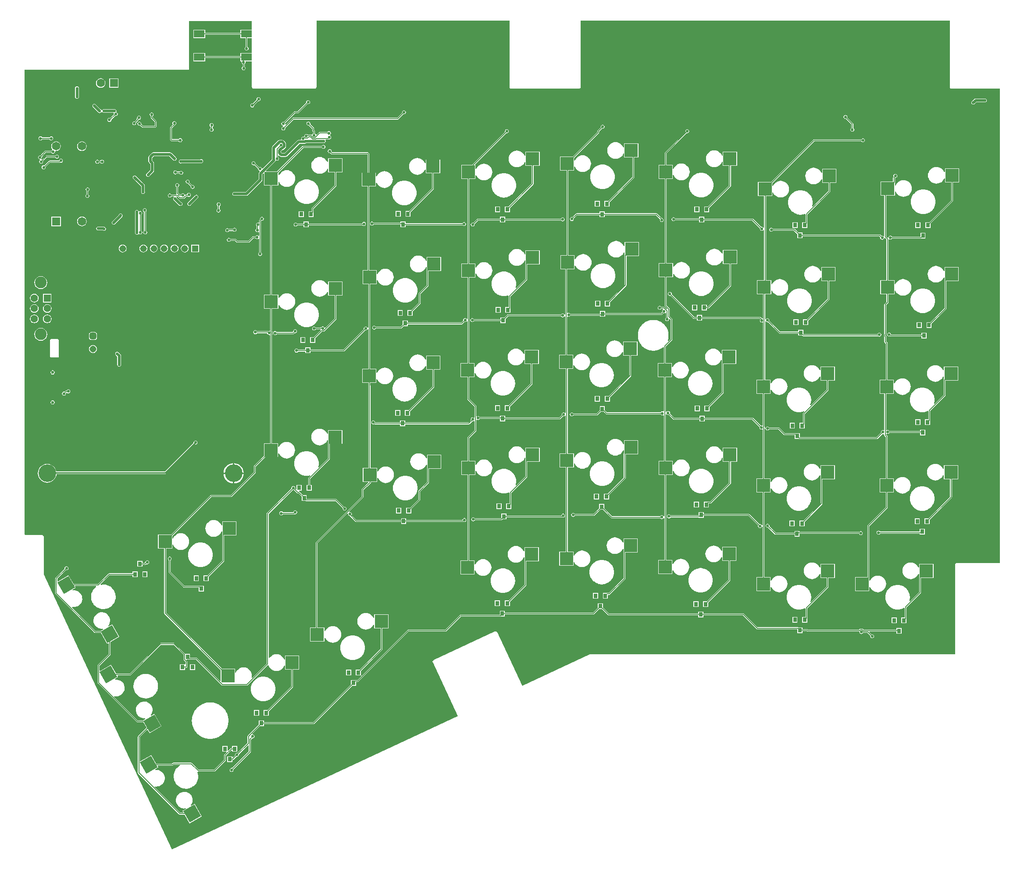
<source format=gbl>
G04*
G04 #@! TF.GenerationSoftware,Altium Limited,Altium Designer,24.10.1 (45)*
G04*
G04 Layer_Physical_Order=2*
G04 Layer_Color=16711680*
%FSLAX44Y44*%
%MOMM*%
G71*
G04*
G04 #@! TF.SameCoordinates,C5D54C42-AD36-42D0-BC00-7EC9B4A80EB1*
G04*
G04*
G04 #@! TF.FilePolarity,Positive*
G04*
G01*
G75*
%ADD10C,0.2540*%
%ADD14C,0.1524*%
%ADD24R,0.8000X0.9000*%
%ADD163C,0.5080*%
%ADD168C,0.5000*%
%ADD169R,1.3080X1.3080*%
%ADD170C,1.3080*%
%ADD171C,4.5720*%
%ADD172R,1.6500X1.6500*%
%ADD173C,1.6500*%
%ADD174O,3.0000X6.0000*%
%ADD175C,1.6000*%
%ADD176R,1.6000X1.6000*%
%ADD177C,0.3000*%
G04:AMPARAMS|DCode=178|XSize=1.308mm|YSize=1.308mm|CornerRadius=0.327mm|HoleSize=0mm|Usage=FLASHONLY|Rotation=90.000|XOffset=0mm|YOffset=0mm|HoleType=Round|Shape=RoundedRectangle|*
%AMROUNDEDRECTD178*
21,1,1.3080,0.6540,0,0,90.0*
21,1,0.6540,1.3080,0,0,90.0*
1,1,0.6540,0.3270,0.3270*
1,1,0.6540,0.3270,-0.3270*
1,1,0.6540,-0.3270,-0.3270*
1,1,0.6540,-0.3270,0.3270*
%
%ADD178ROUNDEDRECTD178*%
%ADD179O,1.7000X0.9000*%
%ADD180O,2.0000X0.9000*%
%ADD181C,0.6000*%
%ADD182R,1.4380X1.4380*%
%ADD183C,1.4380*%
%ADD184C,2.2650*%
%ADD185C,0.5334*%
%ADD186R,2.1000X1.4000*%
%ADD187C,3.4000*%
G04:AMPARAMS|DCode=188|XSize=2.55mm|YSize=2.5mm|CornerRadius=0mm|HoleSize=0mm|Usage=FLASHONLY|Rotation=300.000|XOffset=0mm|YOffset=0mm|HoleType=Round|Shape=Rectangle|*
%AMROTATEDRECTD188*
4,1,4,-1.7200,0.4792,0.4450,1.7292,1.7200,-0.4792,-0.4450,-1.7292,-1.7200,0.4792,0.0*
%
%ADD188ROTATEDRECTD188*%

%ADD189R,2.5500X2.5000*%
G36*
X940206Y868735D02*
X940482Y867347D01*
X941268Y866171D01*
X942444Y865385D01*
X943831Y865109D01*
X1073831D01*
X1075219Y865385D01*
X1076395Y866171D01*
X1077181Y867347D01*
X1077457Y868735D01*
Y996798D01*
X1790206Y996798D01*
Y868734D01*
X1790482Y867346D01*
X1791268Y866170D01*
X1792444Y865384D01*
X1793831Y865108D01*
X1886855D01*
X1886855Y-50848D01*
X1804181D01*
X1802794Y-51125D01*
X1801618Y-51910D01*
X1800832Y-53087D01*
X1800556Y-54474D01*
Y-226950D01*
X1096633Y-226950D01*
X1096554Y-226966D01*
X1096475Y-226954D01*
X1095863Y-227104D01*
X1095245Y-227226D01*
X1095179Y-227271D01*
X1095101Y-227290D01*
X964738Y-288079D01*
X916485Y-184600D01*
X915649Y-183459D01*
X914439Y-182725D01*
X913041Y-182510D01*
X911667Y-182846D01*
X793847Y-237786D01*
X792706Y-238623D01*
X791972Y-239832D01*
X791757Y-241231D01*
X792093Y-242605D01*
X840346Y-346084D01*
X288291Y-603511D01*
X205301Y-425537D01*
X125003Y-253339D01*
X40818Y-72804D01*
X40819Y-24D01*
X40542Y1364D01*
X39757Y2540D01*
X38580Y3326D01*
X37193Y3602D01*
X4706D01*
X3629Y4680D01*
X4047Y901446D01*
X321310D01*
Y995610D01*
X321535D01*
X442906Y995610D01*
Y978952D01*
X420572D01*
Y972749D01*
X352604D01*
Y978952D01*
X329572D01*
Y962920D01*
X352604D01*
Y969123D01*
X420572D01*
Y962920D01*
X430275D01*
Y945404D01*
X429440Y944568D01*
X428879Y943215D01*
Y941750D01*
X429440Y940396D01*
X430476Y939360D01*
X431829Y938799D01*
X433295D01*
X434648Y939360D01*
X435684Y940396D01*
X436245Y941750D01*
Y943215D01*
X435684Y944568D01*
X434648Y945604D01*
X433901Y945914D01*
Y962920D01*
X442906D01*
Y933952D01*
X420572D01*
Y927749D01*
X352604D01*
Y933952D01*
X329572D01*
Y917920D01*
X352604D01*
Y924123D01*
X420572D01*
Y917920D01*
X422417D01*
X423123Y916864D01*
X423037Y916657D01*
Y915191D01*
X423598Y913838D01*
X424634Y912802D01*
X425669Y912373D01*
Y907973D01*
X424808Y907616D01*
X423772Y906580D01*
X423211Y905227D01*
Y903761D01*
X423772Y902408D01*
X424479Y901700D01*
D01*
X424734Y901446D01*
X424827D01*
X425149Y901230D01*
X425820Y900953D01*
X426531Y900811D01*
X427257D01*
X427968Y900953D01*
X428639Y901230D01*
X428962Y901446D01*
X429055D01*
X429309Y901700D01*
D01*
X430016Y902408D01*
X430577Y903761D01*
Y905227D01*
X430016Y906580D01*
X429295Y907302D01*
Y913290D01*
X429842Y913838D01*
X430403Y915191D01*
Y916657D01*
Y916657D01*
X430317Y916864D01*
X431023Y917920D01*
X442906D01*
Y901446D01*
Y868735D01*
X443182Y867348D01*
X443968Y866171D01*
X445145Y865386D01*
X446532Y865110D01*
X563831D01*
X565219Y865386D01*
X566395Y866171D01*
X567181Y867348D01*
X567457Y868735D01*
Y996798D01*
X940206D01*
Y868735D01*
D02*
G37*
%LPC*%
G36*
X185292Y885062D02*
X167260D01*
Y867030D01*
X185292D01*
Y885062D01*
D02*
G37*
G36*
X150876Y885140D02*
X148522Y884830D01*
X146329Y883921D01*
X144446Y882476D01*
X143001Y880593D01*
X142092Y878400D01*
X141782Y876046D01*
X142092Y873692D01*
X143001Y871499D01*
X144446Y869616D01*
X146329Y868171D01*
X148522Y867262D01*
X150876Y866952D01*
X153230Y867262D01*
X155423Y868171D01*
X157306Y869616D01*
X158751Y871499D01*
X159660Y873692D01*
X159970Y876046D01*
X159660Y878400D01*
X158751Y880593D01*
X157306Y882476D01*
X155423Y883921D01*
X153230Y884830D01*
X150876Y885140D01*
D02*
G37*
G36*
X105156Y869398D02*
X103719Y869112D01*
X102501Y868298D01*
X101687Y867079D01*
X101401Y865642D01*
X101530Y864991D01*
Y850027D01*
X101401Y849376D01*
X101687Y847939D01*
X102501Y846721D01*
X103719Y845907D01*
X105156Y845621D01*
X106593Y845907D01*
X107811Y846721D01*
X108625Y847939D01*
X108911Y849376D01*
X108782Y850027D01*
Y864991D01*
X108911Y865642D01*
X108625Y867079D01*
X107811Y868298D01*
X106593Y869112D01*
X105156Y869398D01*
D02*
G37*
G36*
X455676Y848559D02*
X454239Y848273D01*
X453021Y847459D01*
X452207Y846241D01*
X451921Y844804D01*
X451997Y844421D01*
X443939Y836364D01*
X443557Y836440D01*
X442120Y836154D01*
X440901Y835340D01*
X440087Y834122D01*
X439801Y832685D01*
X440087Y831248D01*
X440901Y830029D01*
X442120Y829215D01*
X443557Y828930D01*
X444994Y829215D01*
X446212Y830029D01*
X447026Y831248D01*
X447312Y832685D01*
X447236Y833067D01*
X455293Y841125D01*
X455676Y841049D01*
X457113Y841335D01*
X458331Y842149D01*
X459145Y843367D01*
X459431Y844804D01*
X459145Y846241D01*
X458331Y847459D01*
X457113Y848273D01*
X455676Y848559D01*
D02*
G37*
G36*
X1857756Y846273D02*
X1857105Y846144D01*
X1839971D01*
X1838584Y845868D01*
X1837408Y845082D01*
X1837408Y845082D01*
X1833762Y841436D01*
X1833003Y840929D01*
X1832189Y839710D01*
X1831903Y838273D01*
X1832189Y836836D01*
X1833003Y835618D01*
X1834221Y834804D01*
X1835658Y834518D01*
X1837095Y834804D01*
X1838313Y835618D01*
X1838544Y835963D01*
X1841473Y838892D01*
X1857105D01*
X1857756Y838763D01*
X1859193Y839049D01*
X1860411Y839863D01*
X1861225Y841081D01*
X1861511Y842518D01*
X1861225Y843955D01*
X1860411Y845173D01*
X1859193Y845987D01*
X1857756Y846273D01*
D02*
G37*
G36*
X551347Y842796D02*
X549910Y842510D01*
X548692Y841696D01*
X547878Y840478D01*
X547592Y839041D01*
X547790Y838047D01*
X531122Y821380D01*
X525840D01*
X525146Y821242D01*
X524558Y820849D01*
X504665Y800956D01*
X503381Y801211D01*
X501944Y800925D01*
X500726Y800111D01*
X499912Y798893D01*
X499626Y797456D01*
X499912Y796019D01*
X500726Y794801D01*
X501944Y793987D01*
X502997Y793777D01*
X503621Y792741D01*
X503751Y792221D01*
X503655Y792088D01*
X503555Y792108D01*
X502118Y791822D01*
X500900Y791008D01*
X500086Y789790D01*
X499800Y788353D01*
X500086Y786916D01*
X500900Y785697D01*
X502118Y784883D01*
X503555Y784598D01*
X504992Y784883D01*
X506210Y785697D01*
X507024Y786916D01*
X507310Y788353D01*
X507113Y789347D01*
X523292Y805526D01*
X724310D01*
X725004Y805664D01*
X725592Y806057D01*
X735538Y816004D01*
X736532Y815806D01*
X737969Y816092D01*
X739187Y816906D01*
X740002Y818124D01*
X740287Y819561D01*
X740002Y820998D01*
X739187Y822216D01*
X737969Y823030D01*
X736532Y823316D01*
X735095Y823030D01*
X733877Y822216D01*
X733063Y820998D01*
X732777Y819561D01*
X732975Y818567D01*
X723559Y809152D01*
X522541D01*
X521847Y809014D01*
X521259Y808621D01*
X508315Y795677D01*
X506937Y796454D01*
X507136Y797456D01*
X506996Y798160D01*
X526591Y817754D01*
X531873D01*
X532567Y817892D01*
X533155Y818285D01*
X550354Y835483D01*
X551347Y835286D01*
X552784Y835572D01*
X554003Y836386D01*
X554817Y837604D01*
X555103Y839041D01*
X554817Y840478D01*
X554003Y841696D01*
X552784Y842510D01*
X551347Y842796D01*
D02*
G37*
G36*
X138684Y835859D02*
X137247Y835573D01*
X136029Y834759D01*
X135215Y833541D01*
X134929Y832104D01*
X135215Y830667D01*
X136029Y829449D01*
X136580Y829080D01*
X146232Y819429D01*
X147408Y818643D01*
X147410Y818643D01*
X147661Y818475D01*
X149098Y818189D01*
X150535Y818475D01*
X151753Y819289D01*
X152567Y820507D01*
X152589Y820617D01*
X154102Y820635D01*
X154145Y820627D01*
X154953Y819417D01*
X156172Y818603D01*
X157608Y818317D01*
X158259Y818447D01*
X175644D01*
X176020Y818169D01*
X176811Y817238D01*
X176585Y816102D01*
X176677Y815638D01*
X169231Y808192D01*
X169169Y808234D01*
X167732Y808520D01*
X166295Y808234D01*
X165077Y807420D01*
X164263Y806201D01*
X163977Y804764D01*
X164263Y803327D01*
X165077Y802109D01*
X166295Y801295D01*
X167732Y801009D01*
X169169Y801295D01*
X170388Y802109D01*
X171202Y803327D01*
X171488Y804764D01*
X171395Y805229D01*
X178841Y812674D01*
X178903Y812633D01*
X180340Y812347D01*
X181777Y812633D01*
X182995Y813447D01*
X183809Y814665D01*
X184095Y816102D01*
X183809Y817539D01*
X182995Y818757D01*
X181777Y819571D01*
X181374Y819652D01*
X181059Y820411D01*
X181345Y821848D01*
X181059Y823285D01*
X180245Y824503D01*
X179027Y825317D01*
X178762Y825370D01*
X178684Y825422D01*
X177296Y825698D01*
X177296Y825698D01*
X158259D01*
X157608Y825828D01*
X156172Y825542D01*
X154953Y824728D01*
X154139Y823510D01*
X154117Y823400D01*
X152604Y823382D01*
X152562Y823390D01*
X151753Y824599D01*
X150535Y825413D01*
X150494Y825422D01*
X141708Y834208D01*
X141339Y834759D01*
X140121Y835573D01*
X138684Y835859D01*
D02*
G37*
G36*
X224790Y812745D02*
X223353Y812459D01*
X222135Y811645D01*
X221321Y810427D01*
X221035Y808990D01*
X221307Y807624D01*
X220229Y806546D01*
X219836Y805958D01*
X219698Y805265D01*
Y804938D01*
X216640Y801880D01*
X215646Y802077D01*
X214209Y801791D01*
X212991Y800977D01*
X212177Y799759D01*
X211891Y798322D01*
X212177Y796885D01*
X212991Y795667D01*
X214209Y794853D01*
X215646Y794567D01*
X217083Y794853D01*
X218301Y795667D01*
X219115Y796885D01*
X219401Y798322D01*
X219203Y799316D01*
X222793Y802905D01*
X223186Y803493D01*
X223324Y804187D01*
Y804230D01*
X224527Y805287D01*
X224790Y805235D01*
X226227Y805521D01*
X227445Y806335D01*
X228259Y807553D01*
X228545Y808990D01*
X228259Y810427D01*
X227445Y811645D01*
X226227Y812459D01*
X224790Y812745D01*
D02*
G37*
G36*
X249300Y819095D02*
X247863Y818809D01*
X246645Y817995D01*
X245831Y816777D01*
X245545Y815340D01*
X245831Y813903D01*
X246645Y812685D01*
X247487Y812122D01*
Y809118D01*
X247625Y808424D01*
X248018Y807836D01*
X255235Y800619D01*
Y793531D01*
X233189D01*
X231397Y795323D01*
X230809Y795716D01*
X230302Y795816D01*
X229622Y796556D01*
X229221Y797129D01*
X229307Y797560D01*
X229021Y798997D01*
X228207Y800215D01*
X226989Y801029D01*
X225552Y801315D01*
X224115Y801029D01*
X222897Y800215D01*
X222083Y798997D01*
X221797Y797560D01*
X222083Y796123D01*
X222897Y794905D01*
X224115Y794091D01*
X225552Y793805D01*
X226546Y794003D01*
X227789Y792759D01*
X228377Y792366D01*
X229071Y792228D01*
X229364D01*
X231156Y790436D01*
X231744Y790043D01*
X232438Y789905D01*
X256155D01*
X256849Y790043D01*
X257437Y790436D01*
X258330Y791329D01*
X258723Y791917D01*
X258861Y792611D01*
Y801370D01*
X258723Y802064D01*
X258330Y802652D01*
X251113Y809869D01*
Y812122D01*
X251955Y812685D01*
X252769Y813903D01*
X253055Y815340D01*
X252769Y816777D01*
X251955Y817995D01*
X250737Y818809D01*
X249300Y819095D01*
D02*
G37*
G36*
X1120085Y795473D02*
X1118648Y795187D01*
X1117430Y794373D01*
X1116616Y793155D01*
X1116330Y791718D01*
X1116528Y790724D01*
X1110095Y784292D01*
X1109702Y783704D01*
X1109564Y783010D01*
Y780927D01*
X1062503Y733867D01*
X1037535D01*
Y706834D01*
X1050504D01*
Y543112D01*
X1038551D01*
Y516080D01*
X1047687D01*
Y429376D01*
X1046163Y429009D01*
X1045579Y429883D01*
X1044361Y430697D01*
X1042924Y430983D01*
X1041487Y430697D01*
X1040269Y429883D01*
X1039706Y429041D01*
X936846D01*
X936152Y428903D01*
X935564Y428510D01*
X930560Y423506D01*
X922592D01*
Y420151D01*
X871390D01*
X870827Y420993D01*
X869609Y421807D01*
X868172Y422093D01*
X866735Y421807D01*
X865517Y420993D01*
X864703Y419775D01*
X864417Y418338D01*
X864703Y416901D01*
X865517Y415683D01*
X866735Y414869D01*
X868172Y414583D01*
X869609Y414869D01*
X870827Y415683D01*
X871390Y416525D01*
X922592D01*
Y412474D01*
X932624D01*
Y420444D01*
X932628Y420446D01*
X937597Y425415D01*
X1039706D01*
X1040269Y424573D01*
X1041487Y423759D01*
X1042924Y423473D01*
X1044361Y423759D01*
X1045579Y424573D01*
X1046163Y425447D01*
X1047687Y425080D01*
Y351076D01*
X1035734D01*
Y324044D01*
X1048980D01*
Y239189D01*
X1047456Y238727D01*
X1047357Y238875D01*
X1046139Y239689D01*
X1044702Y239975D01*
X1043265Y239689D01*
X1042047Y238875D01*
X1041233Y237657D01*
X1040947Y236220D01*
X1041144Y235226D01*
X1036117Y230199D01*
X931620D01*
Y233902D01*
X921588D01*
Y230921D01*
X882820D01*
X882257Y231763D01*
X881039Y232577D01*
X879602Y232863D01*
X878165Y232577D01*
X877732Y232288D01*
X876208Y233102D01*
Y252053D01*
X876070Y252747D01*
X875677Y253335D01*
X862608Y266403D01*
Y308067D01*
X872765D01*
Y315368D01*
X874289Y315594D01*
X874341Y315424D01*
X875828Y312642D01*
X877829Y310203D01*
X880268Y308202D01*
X883050Y306715D01*
X886069Y305799D01*
X889209Y305490D01*
X892349Y305799D01*
X895368Y306715D01*
X898150Y308202D01*
X900589Y310203D01*
X902590Y312642D01*
X904077Y315424D01*
X904993Y318443D01*
X905303Y321583D01*
X904993Y324723D01*
X904077Y327742D01*
X902590Y330524D01*
X900589Y332963D01*
X898150Y334964D01*
X895368Y336451D01*
X892349Y337367D01*
X889209Y337677D01*
X886069Y337367D01*
X883050Y336451D01*
X880268Y334964D01*
X877829Y332963D01*
X875828Y330524D01*
X874341Y327742D01*
X874289Y327572D01*
X872765Y327798D01*
Y335099D01*
X862609D01*
Y500304D01*
X874562D01*
Y507605D01*
X876086Y507831D01*
X876137Y507661D01*
X877625Y504879D01*
X879626Y502440D01*
X882065Y500438D01*
X884847Y498951D01*
X887866Y498035D01*
X891006Y497726D01*
X894146Y498035D01*
X897165Y498951D01*
X899947Y500438D01*
X902386Y502440D01*
X904387Y504879D01*
X905874Y507661D01*
X906790Y510680D01*
X907099Y513820D01*
X906790Y516959D01*
X905874Y519978D01*
X904387Y522761D01*
X902386Y525200D01*
X899947Y527201D01*
X897165Y528688D01*
X894146Y529604D01*
X891006Y529913D01*
X887866Y529604D01*
X884847Y528688D01*
X882065Y527201D01*
X879626Y525200D01*
X877625Y522761D01*
X876137Y519978D01*
X876086Y519809D01*
X874562Y520034D01*
Y527336D01*
X862614D01*
Y690579D01*
X874567D01*
Y697880D01*
X876091Y698106D01*
X876143Y697936D01*
X877630Y695153D01*
X879632Y692715D01*
X882070Y690713D01*
X884853Y689226D01*
X887872Y688310D01*
X891011Y688001D01*
X894151Y688310D01*
X897170Y689226D01*
X899952Y690713D01*
X902391Y692715D01*
X904393Y695153D01*
X905880Y697936D01*
X906796Y700955D01*
X907105Y704094D01*
X906796Y707234D01*
X905880Y710253D01*
X904393Y713036D01*
X902391Y715474D01*
X899952Y717476D01*
X897170Y718963D01*
X894151Y719879D01*
X891011Y720188D01*
X887872Y719879D01*
X884853Y718963D01*
X882070Y717476D01*
X879632Y715474D01*
X877630Y713036D01*
X876143Y710253D01*
X876091Y710083D01*
X874567Y710309D01*
Y717610D01*
X874311D01*
X873728Y719018D01*
X933980Y779270D01*
X934974Y779073D01*
X936411Y779359D01*
X937629Y780173D01*
X938443Y781391D01*
X938729Y782828D01*
X938443Y784265D01*
X937629Y785483D01*
X936411Y786297D01*
X934974Y786583D01*
X933537Y786297D01*
X932319Y785483D01*
X931505Y784265D01*
X931219Y782828D01*
X931416Y781834D01*
X868852Y719270D01*
X868459Y718681D01*
X868321Y717988D01*
Y717610D01*
X847035D01*
Y690579D01*
X858989D01*
Y527336D01*
X847030D01*
Y500304D01*
X858983D01*
Y420935D01*
X857459Y420473D01*
X857111Y420993D01*
X855893Y421807D01*
X854456Y422093D01*
X853019Y421807D01*
X851801Y420993D01*
X850987Y419775D01*
X850701Y418338D01*
X850899Y417344D01*
X847261Y413707D01*
X743648D01*
Y417410D01*
X733616D01*
Y409440D01*
X733612Y409438D01*
X729593Y405419D01*
X682160D01*
X681597Y406261D01*
X680379Y407075D01*
X678942Y407361D01*
X677505Y407075D01*
X676287Y406261D01*
X675473Y405043D01*
X675187Y403606D01*
X675473Y402169D01*
X676287Y400951D01*
X677505Y400137D01*
X678942Y399851D01*
X680379Y400137D01*
X681597Y400951D01*
X682160Y401793D01*
X730344D01*
X731038Y401931D01*
X731626Y402324D01*
X735680Y406378D01*
X743648D01*
Y410081D01*
X848012D01*
X848706Y410219D01*
X849294Y410612D01*
X853462Y414781D01*
X854456Y414583D01*
X855893Y414869D01*
X857111Y415683D01*
X857459Y416203D01*
X858983Y415741D01*
Y335099D01*
X845233D01*
Y308067D01*
X858983D01*
Y265652D01*
X859121Y264958D01*
X859514Y264370D01*
X872582Y251302D01*
Y230275D01*
X871058Y229578D01*
X870375Y230035D01*
X868938Y230320D01*
X867501Y230035D01*
X866283Y229221D01*
X865468Y228002D01*
X865183Y226565D01*
X865468Y225128D01*
X865558Y224994D01*
X861231Y220667D01*
X738822D01*
Y224370D01*
X728790D01*
Y220667D01*
X680841D01*
X680792Y220726D01*
X680506Y222163D01*
X679692Y223381D01*
X678474Y224195D01*
X677037Y224481D01*
X675600Y224195D01*
X674382Y223381D01*
X673568Y222163D01*
X673282Y220726D01*
X673568Y219289D01*
X674382Y218071D01*
X675600Y217257D01*
X677037Y216971D01*
X678474Y217257D01*
X678802Y217476D01*
X679246Y217179D01*
X679940Y217041D01*
X728790D01*
Y213338D01*
X738822D01*
Y217041D01*
X861982D01*
X862676Y217179D01*
X863264Y217572D01*
X868574Y222882D01*
X868938Y222810D01*
X870375Y223096D01*
X871058Y223553D01*
X872582Y222856D01*
Y205855D01*
X859514Y192786D01*
X859121Y192198D01*
X858983Y191504D01*
Y146333D01*
X847030D01*
Y119301D01*
X858983D01*
Y-45904D01*
X845233D01*
Y-72936D01*
X872765D01*
Y-65635D01*
X874289Y-65409D01*
X874341Y-65578D01*
X875828Y-68361D01*
X877829Y-70800D01*
X880268Y-72801D01*
X883050Y-74288D01*
X886069Y-75204D01*
X889209Y-75513D01*
X892349Y-75204D01*
X895368Y-74288D01*
X898150Y-72801D01*
X900589Y-70800D01*
X902590Y-68361D01*
X904077Y-65578D01*
X904993Y-62559D01*
X905303Y-59420D01*
X904993Y-56280D01*
X904077Y-53261D01*
X902590Y-50479D01*
X900589Y-48040D01*
X898150Y-46038D01*
X895368Y-44551D01*
X892349Y-43636D01*
X889209Y-43326D01*
X886069Y-43636D01*
X883050Y-44551D01*
X880268Y-46038D01*
X877829Y-48040D01*
X875828Y-50479D01*
X874341Y-53261D01*
X874289Y-53431D01*
X872765Y-53205D01*
Y-45904D01*
X862608D01*
Y119301D01*
X874562D01*
Y126602D01*
X876086Y126828D01*
X876137Y126659D01*
X877624Y123876D01*
X879626Y121438D01*
X882065Y119436D01*
X884847Y117949D01*
X887866Y117033D01*
X891006Y116724D01*
X894145Y117033D01*
X897164Y117949D01*
X899947Y119436D01*
X902385Y121438D01*
X904387Y123876D01*
X905874Y126659D01*
X906790Y129678D01*
X907099Y132817D01*
X906790Y135957D01*
X905874Y138976D01*
X904387Y141758D01*
X902385Y144197D01*
X899947Y146199D01*
X897164Y147686D01*
X894145Y148602D01*
X891006Y148911D01*
X887866Y148602D01*
X884847Y147686D01*
X882065Y146199D01*
X879626Y144197D01*
X877624Y141758D01*
X876137Y138976D01*
X876086Y138806D01*
X874562Y139032D01*
Y146333D01*
X862608D01*
Y190753D01*
X875677Y203822D01*
X876070Y204410D01*
X876208Y205104D01*
Y225114D01*
X877732Y225928D01*
X878165Y225639D01*
X879602Y225353D01*
X881039Y225639D01*
X882257Y226453D01*
X882820Y227295D01*
X921588D01*
Y222870D01*
X931620D01*
Y226574D01*
X1036868D01*
X1037562Y226712D01*
X1038150Y227104D01*
X1043708Y232663D01*
X1044702Y232465D01*
X1046139Y232751D01*
X1047357Y233565D01*
X1047456Y233713D01*
X1048980Y233251D01*
Y160843D01*
X1037027D01*
Y133811D01*
X1048980D01*
Y-29150D01*
X1036265D01*
Y-56182D01*
X1063797D01*
Y-48881D01*
X1065321Y-48654D01*
X1065373Y-48824D01*
X1066860Y-51607D01*
X1068861Y-54046D01*
X1071300Y-56047D01*
X1074082Y-57534D01*
X1077101Y-58450D01*
X1080241Y-58759D01*
X1083381Y-58450D01*
X1086400Y-57534D01*
X1089182Y-56047D01*
X1091621Y-54046D01*
X1093622Y-51607D01*
X1095109Y-48824D01*
X1096025Y-45805D01*
X1096335Y-42666D01*
X1096025Y-39526D01*
X1095109Y-36507D01*
X1093622Y-33725D01*
X1091621Y-31286D01*
X1089182Y-29284D01*
X1086400Y-27797D01*
X1083381Y-26881D01*
X1080241Y-26572D01*
X1077101Y-26881D01*
X1074082Y-27797D01*
X1071300Y-29284D01*
X1068861Y-31286D01*
X1066860Y-33725D01*
X1065373Y-36507D01*
X1065321Y-36677D01*
X1063797Y-36451D01*
Y-29150D01*
X1052606D01*
Y133811D01*
X1064559D01*
Y141112D01*
X1066083Y141338D01*
X1066135Y141168D01*
X1067622Y138386D01*
X1069623Y135947D01*
X1072062Y133945D01*
X1074844Y132458D01*
X1077863Y131542D01*
X1081003Y131233D01*
X1084143Y131542D01*
X1087162Y132458D01*
X1089944Y133945D01*
X1092383Y135947D01*
X1094384Y138386D01*
X1095872Y141168D01*
X1096787Y144187D01*
X1097097Y147327D01*
X1096787Y150466D01*
X1095872Y153485D01*
X1094384Y156268D01*
X1092383Y158707D01*
X1089944Y160708D01*
X1087162Y162195D01*
X1084143Y163111D01*
X1081003Y163420D01*
X1077863Y163111D01*
X1074844Y162195D01*
X1072062Y160708D01*
X1069623Y158707D01*
X1067622Y156268D01*
X1066135Y153485D01*
X1066083Y153315D01*
X1064559Y153542D01*
Y160843D01*
X1052606D01*
Y324044D01*
X1063266D01*
Y331345D01*
X1064790Y331571D01*
X1064842Y331401D01*
X1066329Y328618D01*
X1068330Y326180D01*
X1070769Y324178D01*
X1073551Y322691D01*
X1076571Y321775D01*
X1079710Y321466D01*
X1082850Y321775D01*
X1085869Y322691D01*
X1088651Y324178D01*
X1091090Y326180D01*
X1093092Y328618D01*
X1094579Y331401D01*
X1095495Y334420D01*
X1095804Y337560D01*
X1095495Y340699D01*
X1094579Y343718D01*
X1093092Y346501D01*
X1091090Y348939D01*
X1088651Y350941D01*
X1085869Y352428D01*
X1082850Y353344D01*
X1079710Y353653D01*
X1076571Y353344D01*
X1073551Y352428D01*
X1070769Y350941D01*
X1068330Y348939D01*
X1066329Y346501D01*
X1064842Y343718D01*
X1064790Y343548D01*
X1063266Y343774D01*
Y351076D01*
X1051313D01*
Y424268D01*
X1052837Y425082D01*
X1052917Y425029D01*
X1054354Y424743D01*
X1055791Y425029D01*
X1057009Y425843D01*
X1057572Y426685D01*
X1114870D01*
Y424666D01*
X1124902D01*
Y428369D01*
X1234092D01*
X1234786Y428507D01*
X1235374Y428900D01*
X1237989Y431516D01*
X1238772Y431360D01*
X1240209Y431646D01*
X1241009Y432180D01*
X1242373Y431644D01*
X1242533Y431505D01*
Y423080D01*
X1241691Y422517D01*
X1240877Y421299D01*
X1240591Y419862D01*
X1240877Y418425D01*
X1241691Y417207D01*
X1242909Y416393D01*
X1244346Y416107D01*
X1245783Y416393D01*
X1247001Y417207D01*
X1247815Y418425D01*
X1248092Y419815D01*
X1248299Y419957D01*
X1249520Y420543D01*
X1251042Y419020D01*
Y381997D01*
X1246640Y377595D01*
X1245348Y378459D01*
X1245661Y379213D01*
X1245691Y379364D01*
X1245759Y379502D01*
X1246682Y382949D01*
X1246692Y383102D01*
X1246742Y383248D01*
X1247207Y386786D01*
X1247197Y386939D01*
X1247227Y387090D01*
Y390658D01*
X1247197Y390809D01*
X1247207Y390962D01*
X1246742Y394500D01*
X1246692Y394646D01*
X1246682Y394799D01*
X1245759Y398246D01*
X1245691Y398384D01*
X1245661Y398535D01*
X1244295Y401831D01*
X1244210Y401959D01*
X1244160Y402105D01*
X1242376Y405195D01*
X1242275Y405310D01*
X1242207Y405448D01*
X1240035Y408279D01*
X1239919Y408381D01*
X1239834Y408508D01*
X1237310Y411032D01*
X1237183Y411117D01*
X1237081Y411233D01*
X1234250Y413405D01*
X1234112Y413473D01*
X1233997Y413574D01*
X1230907Y415358D01*
X1230761Y415408D01*
X1230633Y415493D01*
X1227337Y416859D01*
X1227186Y416889D01*
X1227048Y416957D01*
X1223601Y417880D01*
X1223448Y417890D01*
X1223302Y417940D01*
X1219764Y418405D01*
X1219611Y418396D01*
X1219460Y418425D01*
X1215892D01*
X1215741Y418396D01*
X1215588Y418405D01*
X1212050Y417940D01*
X1211904Y417890D01*
X1211751Y417880D01*
X1208304Y416957D01*
X1208166Y416889D01*
X1208016Y416859D01*
X1204719Y415493D01*
X1204591Y415408D01*
X1204445Y415358D01*
X1201355Y413574D01*
X1201240Y413473D01*
X1201102Y413405D01*
X1198271Y411233D01*
X1198169Y411117D01*
X1198042Y411032D01*
X1195518Y408508D01*
X1195433Y408381D01*
X1195317Y408279D01*
X1193145Y405448D01*
X1193077Y405310D01*
X1192976Y405195D01*
X1191192Y402105D01*
X1191142Y401959D01*
X1191057Y401831D01*
X1189691Y398535D01*
X1189661Y398384D01*
X1189593Y398246D01*
X1188670Y394799D01*
X1188660Y394646D01*
X1188610Y394500D01*
X1188145Y390962D01*
X1188155Y390809D01*
X1188124Y390658D01*
Y387090D01*
X1188155Y386939D01*
X1188145Y386786D01*
X1188610Y383248D01*
X1188660Y383102D01*
X1188670Y382949D01*
X1189593Y379502D01*
X1189661Y379364D01*
X1189691Y379213D01*
X1191057Y375917D01*
X1191142Y375789D01*
X1191192Y375643D01*
X1192976Y372553D01*
X1193077Y372438D01*
X1193145Y372300D01*
X1195317Y369469D01*
X1195433Y369367D01*
X1195518Y369240D01*
X1198042Y366716D01*
X1198169Y366631D01*
X1198271Y366515D01*
X1201102Y364343D01*
X1201240Y364275D01*
X1201355Y364174D01*
X1204445Y362390D01*
X1204591Y362340D01*
X1204719Y362255D01*
X1208016Y360889D01*
X1208166Y360859D01*
X1208304Y360791D01*
X1211751Y359868D01*
X1211904Y359858D01*
X1212050Y359808D01*
X1215588Y359342D01*
X1215741Y359352D01*
X1215892Y359323D01*
X1219460D01*
X1219611Y359352D01*
X1219764Y359342D01*
X1223302Y359808D01*
X1223448Y359858D01*
X1223601Y359868D01*
X1227048Y360791D01*
X1227186Y360859D01*
X1227337Y360889D01*
X1230633Y362255D01*
X1230761Y362340D01*
X1230907Y362390D01*
X1233997Y364174D01*
X1234112Y364275D01*
X1234250Y364343D01*
X1236665Y366196D01*
X1237957Y365706D01*
X1238189Y365492D01*
Y335099D01*
X1226236D01*
Y308067D01*
X1238189D01*
Y242619D01*
X1236970Y241795D01*
X1236665Y241729D01*
X1235388Y241983D01*
X1233951Y241697D01*
X1232733Y240883D01*
X1232186Y240065D01*
X1128309D01*
X1124410Y243964D01*
X1124406Y243967D01*
Y251936D01*
X1114374D01*
Y243967D01*
X1114370Y243964D01*
X1108404Y237998D01*
X1063584D01*
X1063021Y238841D01*
X1061803Y239655D01*
X1060366Y239940D01*
X1058929Y239655D01*
X1057711Y238841D01*
X1056897Y237622D01*
X1056611Y236185D01*
X1056897Y234748D01*
X1057711Y233530D01*
X1058929Y232716D01*
X1060366Y232430D01*
X1061803Y232716D01*
X1063021Y233530D01*
X1063584Y234372D01*
X1109155D01*
X1109849Y234510D01*
X1110437Y234903D01*
X1116438Y240904D01*
X1122343D01*
X1126277Y236970D01*
X1126865Y236577D01*
X1127559Y236439D01*
X1232154D01*
X1232733Y235573D01*
X1233951Y234759D01*
X1235388Y234473D01*
X1236665Y234727D01*
X1236970Y234661D01*
X1238189Y233837D01*
Y146333D01*
X1228033D01*
Y119301D01*
X1238973D01*
Y39878D01*
X1237449Y39592D01*
X1236841Y40501D01*
X1235623Y41315D01*
X1234186Y41601D01*
X1232749Y41315D01*
X1231531Y40501D01*
X1230798Y39405D01*
X1138577D01*
X1122874Y55108D01*
X1122870Y55110D01*
Y63080D01*
X1112838D01*
Y54612D01*
X1102257Y44031D01*
X1066281D01*
X1065718Y44873D01*
X1064500Y45687D01*
X1063063Y45973D01*
X1061626Y45687D01*
X1060408Y44873D01*
X1059594Y43655D01*
X1059308Y42218D01*
X1059594Y40781D01*
X1060408Y39562D01*
X1061626Y38748D01*
X1063063Y38463D01*
X1064500Y38748D01*
X1065718Y39562D01*
X1066281Y40405D01*
X1103008D01*
X1103701Y40543D01*
X1104290Y40936D01*
X1115402Y52048D01*
X1120806D01*
X1136544Y36310D01*
X1137132Y35917D01*
X1137826Y35779D01*
X1231137D01*
X1231531Y35191D01*
X1232749Y34377D01*
X1234186Y34091D01*
X1235623Y34377D01*
X1236841Y35191D01*
X1237449Y36100D01*
X1238973Y35814D01*
Y-45151D01*
X1227019D01*
Y-72183D01*
X1254551D01*
Y-64882D01*
X1256075Y-64656D01*
X1256127Y-64826D01*
X1257614Y-67608D01*
X1259616Y-70047D01*
X1262054Y-72049D01*
X1264837Y-73536D01*
X1267856Y-74452D01*
X1270995Y-74761D01*
X1274135Y-74452D01*
X1277154Y-73536D01*
X1279936Y-72049D01*
X1282375Y-70047D01*
X1284377Y-67608D01*
X1285864Y-64826D01*
X1286780Y-61807D01*
X1287089Y-58667D01*
X1286780Y-55528D01*
X1285864Y-52509D01*
X1284377Y-49726D01*
X1282375Y-47288D01*
X1279936Y-45286D01*
X1277154Y-43799D01*
X1274135Y-42883D01*
X1270995Y-42574D01*
X1267856Y-42883D01*
X1264837Y-43799D01*
X1262054Y-45286D01*
X1259616Y-47288D01*
X1257614Y-49726D01*
X1256127Y-52509D01*
X1256075Y-52678D01*
X1254551Y-52452D01*
Y-45151D01*
X1242598D01*
Y119301D01*
X1255565D01*
Y126602D01*
X1257089Y126828D01*
X1257140Y126659D01*
X1258627Y123876D01*
X1260629Y121438D01*
X1263068Y119436D01*
X1265850Y117949D01*
X1268869Y117033D01*
X1272009Y116724D01*
X1275148Y117033D01*
X1278167Y117949D01*
X1280950Y119436D01*
X1283389Y121438D01*
X1285390Y123876D01*
X1286877Y126659D01*
X1287793Y129678D01*
X1288102Y132817D01*
X1287793Y135957D01*
X1286877Y138976D01*
X1285390Y141758D01*
X1283389Y144197D01*
X1280950Y146199D01*
X1278167Y147686D01*
X1275148Y148602D01*
X1272009Y148911D01*
X1268869Y148602D01*
X1265850Y147686D01*
X1263068Y146199D01*
X1260629Y144197D01*
X1258627Y141758D01*
X1257140Y138976D01*
X1257089Y138806D01*
X1255565Y139032D01*
Y146333D01*
X1241815D01*
Y236471D01*
X1243339Y236933D01*
X1243723Y236359D01*
X1244941Y235545D01*
X1246378Y235259D01*
X1247372Y235457D01*
X1256366Y226462D01*
X1256954Y226069D01*
X1257648Y225931D01*
X1306894D01*
Y222228D01*
X1316926D01*
Y225931D01*
X1408789D01*
X1422906Y211814D01*
X1422709Y210820D01*
X1422995Y209383D01*
X1423809Y208165D01*
X1425027Y207351D01*
X1426464Y207065D01*
X1427166Y207204D01*
X1428690Y206185D01*
Y112847D01*
X1416737D01*
Y85815D01*
X1428690D01*
Y22026D01*
X1427166Y21876D01*
X1427139Y22011D01*
X1426325Y23229D01*
X1425107Y24043D01*
X1423670Y24329D01*
X1422676Y24132D01*
X1403456Y43352D01*
X1402868Y43745D01*
X1402174Y43883D01*
X1315656D01*
Y47586D01*
X1305624D01*
Y41183D01*
X1251120D01*
X1250557Y42025D01*
X1249339Y42839D01*
X1247902Y43125D01*
X1246465Y42839D01*
X1245247Y42025D01*
X1244433Y40807D01*
X1244147Y39370D01*
X1244433Y37933D01*
X1245247Y36715D01*
X1246465Y35901D01*
X1247902Y35615D01*
X1249339Y35901D01*
X1250557Y36715D01*
X1251120Y37557D01*
X1305624D01*
Y36554D01*
X1315656D01*
Y40257D01*
X1401423D01*
X1420112Y21568D01*
X1419915Y20574D01*
X1420201Y19137D01*
X1421015Y17919D01*
X1422233Y17105D01*
X1423670Y16819D01*
X1425107Y17105D01*
X1426325Y17919D01*
X1427139Y19137D01*
X1427166Y19272D01*
X1428690Y19122D01*
Y-77654D01*
X1416737D01*
Y-104686D01*
X1444269D01*
Y-97385D01*
X1445793Y-97159D01*
X1445845Y-97329D01*
X1447332Y-100111D01*
X1449333Y-102550D01*
X1451772Y-104551D01*
X1454554Y-106039D01*
X1457573Y-106954D01*
X1460713Y-107264D01*
X1463853Y-106954D01*
X1466872Y-106039D01*
X1469654Y-104551D01*
X1472093Y-102550D01*
X1474094Y-100111D01*
X1475582Y-97329D01*
X1476497Y-94310D01*
X1476806Y-91170D01*
X1476497Y-88031D01*
X1475582Y-85011D01*
X1474094Y-82229D01*
X1472093Y-79790D01*
X1469654Y-77789D01*
X1466872Y-76302D01*
X1463853Y-75386D01*
X1460713Y-75077D01*
X1457573Y-75386D01*
X1454554Y-76302D01*
X1451772Y-77789D01*
X1449333Y-79790D01*
X1447332Y-82229D01*
X1445845Y-85011D01*
X1445793Y-85181D01*
X1444269Y-84955D01*
Y-77654D01*
X1432316D01*
Y85815D01*
X1444269D01*
Y93116D01*
X1445793Y93342D01*
X1445845Y93173D01*
X1447332Y90390D01*
X1449333Y87951D01*
X1451772Y85950D01*
X1454554Y84463D01*
X1457573Y83547D01*
X1460713Y83238D01*
X1463853Y83547D01*
X1466872Y84463D01*
X1469654Y85950D01*
X1472093Y87951D01*
X1474094Y90390D01*
X1475582Y93173D01*
X1476497Y96192D01*
X1476806Y99331D01*
X1476497Y102471D01*
X1475582Y105490D01*
X1474094Y108272D01*
X1472093Y110711D01*
X1469654Y112712D01*
X1466872Y114200D01*
X1463853Y115115D01*
X1460713Y115425D01*
X1457573Y115115D01*
X1454554Y114200D01*
X1451772Y112712D01*
X1449333Y110711D01*
X1447332Y108272D01*
X1445845Y105490D01*
X1445793Y105320D01*
X1444269Y105546D01*
Y112847D01*
X1432316D01*
Y207884D01*
X1432584Y208285D01*
X1432722Y208979D01*
Y212661D01*
X1432584Y213355D01*
X1432316Y213756D01*
Y276317D01*
X1444269D01*
Y283618D01*
X1445793Y283844D01*
X1445845Y283674D01*
X1447332Y280892D01*
X1449333Y278453D01*
X1451772Y276451D01*
X1454554Y274964D01*
X1457573Y274048D01*
X1460713Y273739D01*
X1463853Y274048D01*
X1466872Y274964D01*
X1469654Y276451D01*
X1472093Y278453D01*
X1474094Y280892D01*
X1475582Y283674D01*
X1476497Y286693D01*
X1476806Y289833D01*
X1476497Y292972D01*
X1475582Y295991D01*
X1474094Y298774D01*
X1472093Y301213D01*
X1469654Y303214D01*
X1466872Y304701D01*
X1463853Y305617D01*
X1460713Y305926D01*
X1457573Y305617D01*
X1454554Y304701D01*
X1451772Y303214D01*
X1449333Y301213D01*
X1447332Y298774D01*
X1445845Y295991D01*
X1445793Y295821D01*
X1444269Y296048D01*
Y303349D01*
X1433606D01*
Y415509D01*
X1435130Y415971D01*
X1435493Y415429D01*
X1436711Y414615D01*
X1438148Y414329D01*
X1439142Y414526D01*
X1460956Y392712D01*
X1461544Y392319D01*
X1462238Y392182D01*
X1497406D01*
Y388478D01*
X1505375D01*
X1506134Y387719D01*
X1506722Y387326D01*
X1507416Y387188D01*
X1652097D01*
X1652865Y386675D01*
X1654302Y386389D01*
X1655739Y386675D01*
X1656957Y387489D01*
X1657771Y388707D01*
X1658057Y390144D01*
X1657771Y391581D01*
X1656957Y392799D01*
X1655739Y393613D01*
X1654302Y393899D01*
X1652865Y393613D01*
X1651647Y392799D01*
X1650833Y391581D01*
X1650680Y390814D01*
X1508167D01*
X1507442Y391538D01*
X1507438Y391541D01*
Y399510D01*
X1497406D01*
Y395807D01*
X1462989D01*
X1441705Y417090D01*
X1441903Y418084D01*
X1441617Y419521D01*
X1440803Y420739D01*
X1439585Y421553D01*
X1438148Y421839D01*
X1436711Y421553D01*
X1435493Y420739D01*
X1435130Y420197D01*
X1433606Y420659D01*
Y467821D01*
X1445559D01*
Y475122D01*
X1447083Y475348D01*
X1447135Y475178D01*
X1448622Y472396D01*
X1450624Y469957D01*
X1453062Y467955D01*
X1455845Y466468D01*
X1458864Y465552D01*
X1462003Y465243D01*
X1465143Y465552D01*
X1468162Y466468D01*
X1470944Y467955D01*
X1473383Y469957D01*
X1475385Y472396D01*
X1476872Y475178D01*
X1477788Y478197D01*
X1478097Y481337D01*
X1477788Y484476D01*
X1476872Y487495D01*
X1475385Y490278D01*
X1473383Y492716D01*
X1470944Y494718D01*
X1468162Y496205D01*
X1465143Y497121D01*
X1462003Y497430D01*
X1458864Y497121D01*
X1455845Y496205D01*
X1453062Y494718D01*
X1450624Y492716D01*
X1448622Y490278D01*
X1447135Y487495D01*
X1447083Y487325D01*
X1445559Y487551D01*
Y494853D01*
X1435384D01*
Y657559D01*
X1447337D01*
Y664860D01*
X1448861Y665086D01*
X1448913Y664916D01*
X1450400Y662133D01*
X1452402Y659695D01*
X1454840Y657693D01*
X1457623Y656206D01*
X1460642Y655290D01*
X1463781Y654981D01*
X1466921Y655290D01*
X1469940Y656206D01*
X1472722Y657693D01*
X1475161Y659695D01*
X1477163Y662133D01*
X1478650Y664916D01*
X1479566Y667935D01*
X1479875Y671075D01*
X1479566Y674214D01*
X1478650Y677233D01*
X1477163Y680016D01*
X1475161Y682454D01*
X1472722Y684456D01*
X1469940Y685943D01*
X1466921Y686859D01*
X1463781Y687168D01*
X1460642Y686859D01*
X1457623Y685943D01*
X1454840Y684456D01*
X1452402Y682454D01*
X1450400Y680016D01*
X1448913Y677233D01*
X1448861Y677063D01*
X1447337Y677290D01*
Y682027D01*
X1529054Y763743D01*
X1619334D01*
X1619897Y762901D01*
X1621115Y762087D01*
X1622552Y761801D01*
X1623989Y762087D01*
X1625207Y762901D01*
X1626021Y764119D01*
X1626307Y765556D01*
X1626021Y766993D01*
X1625207Y768211D01*
X1623989Y769025D01*
X1622552Y769311D01*
X1621115Y769025D01*
X1619897Y768211D01*
X1619334Y767369D01*
X1528303D01*
X1527609Y767231D01*
X1527021Y766838D01*
X1444774Y684591D01*
X1419805D01*
Y657559D01*
X1431759D01*
Y597215D01*
X1430235Y596752D01*
X1429922Y597220D01*
X1428703Y598034D01*
X1427267Y598320D01*
X1426273Y598123D01*
X1410933Y613462D01*
X1410345Y613855D01*
X1409651Y613993D01*
X1316430D01*
Y617696D01*
X1306398D01*
Y614871D01*
X1259946D01*
X1259383Y615714D01*
X1258165Y616528D01*
X1256728Y616814D01*
X1255291Y616528D01*
X1254073Y615714D01*
X1253259Y614496D01*
X1252973Y613059D01*
X1253259Y611622D01*
X1254073Y610403D01*
X1255291Y609589D01*
X1256728Y609304D01*
X1258165Y609589D01*
X1259383Y610403D01*
X1259946Y611246D01*
X1306398D01*
Y606664D01*
X1316430D01*
Y610368D01*
X1408900D01*
X1423709Y595559D01*
X1423511Y594565D01*
X1423797Y593128D01*
X1424611Y591910D01*
X1425829Y591096D01*
X1427267Y590810D01*
X1428703Y591096D01*
X1429922Y591910D01*
X1430235Y592378D01*
X1431759Y591916D01*
Y494853D01*
X1418027D01*
Y467821D01*
X1429981D01*
Y421802D01*
X1429352Y421318D01*
X1428457Y420871D01*
X1428228Y420916D01*
X1425300Y423844D01*
X1424712Y424237D01*
X1424018Y424375D01*
X1311846D01*
Y428078D01*
X1301814D01*
Y424375D01*
X1296680D01*
X1253305Y467750D01*
X1253502Y468744D01*
X1253216Y470181D01*
X1252402Y471399D01*
X1251184Y472213D01*
X1249747Y472499D01*
X1248310Y472213D01*
X1247092Y471399D01*
X1246278Y470181D01*
X1245992Y468744D01*
X1246278Y467307D01*
X1247092Y466089D01*
X1248310Y465275D01*
X1249747Y464989D01*
X1250741Y465187D01*
X1294647Y421280D01*
X1295235Y420887D01*
X1295929Y420749D01*
X1301814D01*
Y417046D01*
X1311846D01*
Y420749D01*
X1423267D01*
X1424372Y419644D01*
X1423800Y418788D01*
X1423514Y417351D01*
X1423800Y415914D01*
X1424614Y414696D01*
X1425832Y413882D01*
X1427269Y413596D01*
X1428457Y413832D01*
X1429352Y413385D01*
X1429981Y412901D01*
Y303349D01*
X1416737D01*
Y276317D01*
X1428690D01*
Y215455D01*
X1427166Y214436D01*
X1426464Y214575D01*
X1425470Y214377D01*
X1410822Y229026D01*
X1410234Y229419D01*
X1409540Y229557D01*
X1316926D01*
Y233260D01*
X1306894D01*
Y229557D01*
X1258399D01*
X1249936Y238020D01*
X1250133Y239014D01*
X1249847Y240451D01*
X1249033Y241669D01*
X1247815Y242483D01*
X1246378Y242769D01*
X1244941Y242483D01*
X1243723Y241669D01*
X1243339Y241094D01*
X1241815Y241557D01*
Y308067D01*
X1253768D01*
Y315368D01*
X1255292Y315594D01*
X1255343Y315424D01*
X1256831Y312642D01*
X1258832Y310203D01*
X1261271Y308202D01*
X1264053Y306715D01*
X1267072Y305799D01*
X1270212Y305490D01*
X1273352Y305799D01*
X1276370Y306715D01*
X1279153Y308202D01*
X1281592Y310203D01*
X1283593Y312642D01*
X1285080Y315424D01*
X1285996Y318443D01*
X1286305Y321583D01*
X1285996Y324723D01*
X1285080Y327742D01*
X1283593Y330524D01*
X1281592Y332963D01*
X1279153Y334964D01*
X1276370Y336451D01*
X1273352Y337367D01*
X1270212Y337677D01*
X1267072Y337367D01*
X1264053Y336451D01*
X1261271Y334964D01*
X1258832Y332963D01*
X1256831Y330524D01*
X1255343Y327742D01*
X1255292Y327572D01*
X1253768Y327798D01*
Y335099D01*
X1241815D01*
Y367643D01*
X1254137Y379965D01*
X1254530Y380553D01*
X1254668Y381247D01*
Y419771D01*
X1254530Y420465D01*
X1254137Y421053D01*
X1249758Y425432D01*
Y439742D01*
X1249620Y440436D01*
X1249227Y441024D01*
X1243868Y446383D01*
Y500841D01*
X1255821D01*
Y508142D01*
X1257345Y508368D01*
X1257397Y508198D01*
X1258884Y505415D01*
X1260885Y502977D01*
X1263324Y500975D01*
X1266106Y499488D01*
X1269126Y498572D01*
X1272265Y498263D01*
X1275405Y498572D01*
X1278424Y499488D01*
X1281206Y500975D01*
X1283645Y502977D01*
X1285646Y505415D01*
X1287134Y508198D01*
X1288049Y511217D01*
X1288359Y514357D01*
X1288049Y517496D01*
X1287134Y520515D01*
X1285646Y523298D01*
X1283645Y525736D01*
X1281206Y527738D01*
X1278424Y529225D01*
X1275405Y530141D01*
X1272265Y530450D01*
X1269126Y530141D01*
X1266106Y529225D01*
X1263324Y527738D01*
X1260885Y525736D01*
X1258884Y523298D01*
X1257397Y520515D01*
X1257345Y520345D01*
X1255821Y520572D01*
Y527873D01*
X1243612D01*
Y690805D01*
X1255565D01*
Y698107D01*
X1257089Y698333D01*
X1257140Y698163D01*
X1258627Y695380D01*
X1260629Y692942D01*
X1263068Y690940D01*
X1265850Y689453D01*
X1268869Y688537D01*
X1272009Y688228D01*
X1275148Y688537D01*
X1278167Y689453D01*
X1280950Y690940D01*
X1283389Y692942D01*
X1285390Y695380D01*
X1286877Y698163D01*
X1287793Y701182D01*
X1288102Y704321D01*
X1287793Y707461D01*
X1286877Y710480D01*
X1285390Y713262D01*
X1283389Y715701D01*
X1280950Y717703D01*
X1278167Y719190D01*
X1275148Y720106D01*
X1272009Y720415D01*
X1268869Y720106D01*
X1265850Y719190D01*
X1263068Y717703D01*
X1260629Y715701D01*
X1258627Y713262D01*
X1257140Y710480D01*
X1257089Y710310D01*
X1255565Y710536D01*
Y717837D01*
X1243612D01*
Y740414D01*
X1282468Y779270D01*
X1283462Y779073D01*
X1284899Y779359D01*
X1286117Y780173D01*
X1286931Y781391D01*
X1287217Y782828D01*
X1286931Y784265D01*
X1286117Y785483D01*
X1284899Y786297D01*
X1283462Y786583D01*
X1282025Y786297D01*
X1280807Y785483D01*
X1279993Y784265D01*
X1279707Y782828D01*
X1279904Y781834D01*
X1240517Y742447D01*
X1240124Y741859D01*
X1239986Y741165D01*
Y717837D01*
X1228033D01*
Y690805D01*
X1239986D01*
Y527873D01*
X1228289D01*
Y500841D01*
X1240242D01*
Y445632D01*
X1240380Y444938D01*
X1240773Y444350D01*
X1245129Y439994D01*
X1245091Y439801D01*
X1243437Y439300D01*
X1239495Y443242D01*
X1238907Y443635D01*
X1238213Y443773D01*
X1233340D01*
X1232777Y444615D01*
X1231559Y445429D01*
X1230122Y445715D01*
X1228685Y445429D01*
X1227467Y444615D01*
X1226653Y443397D01*
X1226367Y441960D01*
X1226653Y440523D01*
X1227467Y439305D01*
X1228685Y438491D01*
X1230122Y438205D01*
X1231559Y438491D01*
X1232777Y439305D01*
X1233340Y440147D01*
X1235983D01*
X1236326Y439688D01*
X1236116Y437770D01*
X1235303Y436552D01*
X1235017Y435115D01*
X1235256Y433910D01*
X1233341Y431995D01*
X1124902D01*
Y435698D01*
X1114870D01*
Y430311D01*
X1057572D01*
X1057009Y431153D01*
X1055791Y431967D01*
X1054354Y432253D01*
X1052917Y431967D01*
X1052837Y431914D01*
X1051313Y432729D01*
Y516080D01*
X1066083D01*
Y523381D01*
X1067607Y523607D01*
X1067659Y523438D01*
X1069146Y520655D01*
X1071147Y518217D01*
X1073586Y516215D01*
X1076368Y514728D01*
X1079387Y513812D01*
X1082527Y513503D01*
X1085667Y513812D01*
X1088686Y514728D01*
X1091468Y516215D01*
X1093907Y518217D01*
X1095908Y520655D01*
X1097395Y523438D01*
X1098311Y526457D01*
X1098621Y529596D01*
X1098311Y532736D01*
X1097395Y535755D01*
X1095908Y538537D01*
X1093907Y540976D01*
X1091468Y542978D01*
X1088686Y544465D01*
X1085667Y545381D01*
X1082527Y545690D01*
X1079387Y545381D01*
X1076368Y544465D01*
X1073586Y542978D01*
X1071147Y540976D01*
X1069146Y538537D01*
X1067659Y535755D01*
X1067607Y535585D01*
X1066083Y535811D01*
Y543112D01*
X1054130D01*
Y706834D01*
X1065067D01*
Y714136D01*
X1066591Y714362D01*
X1066643Y714192D01*
X1068130Y711409D01*
X1070131Y708971D01*
X1072570Y706969D01*
X1075352Y705482D01*
X1078371Y704566D01*
X1081511Y704257D01*
X1084651Y704566D01*
X1087670Y705482D01*
X1090452Y706969D01*
X1092891Y708971D01*
X1094892Y711409D01*
X1096379Y714192D01*
X1097295Y717211D01*
X1097605Y720350D01*
X1097295Y723490D01*
X1096379Y726509D01*
X1094892Y729292D01*
X1092891Y731730D01*
X1090452Y733732D01*
X1087670Y735219D01*
X1084651Y736135D01*
X1081511Y736444D01*
X1078371Y736135D01*
X1075352Y735219D01*
X1072570Y733732D01*
X1070131Y731730D01*
X1068130Y729292D01*
X1066643Y726509D01*
X1066591Y726339D01*
X1065067Y726565D01*
Y731303D01*
X1112659Y778895D01*
X1113052Y779483D01*
X1113190Y780176D01*
Y782259D01*
X1119091Y788160D01*
X1120085Y787963D01*
X1121522Y788249D01*
X1122740Y789063D01*
X1123555Y790281D01*
X1123840Y791718D01*
X1123555Y793155D01*
X1122740Y794373D01*
X1121522Y795187D01*
X1120085Y795473D01*
D02*
G37*
G36*
X1588649Y814269D02*
X1587212Y813983D01*
X1585994Y813169D01*
X1585180Y811951D01*
X1584894Y810514D01*
X1585180Y809077D01*
X1585994Y807859D01*
X1587212Y807045D01*
X1588649Y806759D01*
X1589643Y806956D01*
X1600165Y796434D01*
Y789094D01*
X1599323Y788531D01*
X1598509Y787313D01*
X1598223Y785876D01*
X1598509Y784439D01*
X1599323Y783221D01*
X1600541Y782407D01*
X1601978Y782121D01*
X1603415Y782407D01*
X1604633Y783221D01*
X1605447Y784439D01*
X1605733Y785876D01*
X1605447Y787313D01*
X1604633Y788531D01*
X1603791Y789094D01*
Y797185D01*
X1603653Y797879D01*
X1603260Y798467D01*
X1592207Y809520D01*
X1592404Y810514D01*
X1592119Y811951D01*
X1591304Y813169D01*
X1590086Y813983D01*
X1588649Y814269D01*
D02*
G37*
G36*
X365114Y798510D02*
X363677Y798224D01*
X362459Y797410D01*
X361645Y796192D01*
X361359Y794755D01*
X361645Y793318D01*
X362459Y792100D01*
X363243Y791576D01*
Y789122D01*
X362343Y788520D01*
X361529Y787302D01*
X361243Y785865D01*
X361529Y784428D01*
X362343Y783210D01*
X363561Y782396D01*
X364998Y782110D01*
X366435Y782396D01*
X367653Y783210D01*
X368467Y784428D01*
X368753Y785865D01*
X368467Y787302D01*
X367653Y788520D01*
X366869Y789044D01*
Y791498D01*
X367769Y792100D01*
X368583Y793318D01*
X368869Y794755D01*
X368583Y796192D01*
X367769Y797410D01*
X366551Y798224D01*
X365114Y798510D01*
D02*
G37*
G36*
X551942Y801569D02*
X550505Y801283D01*
X549287Y800469D01*
X548473Y799251D01*
X548187Y797814D01*
X548473Y796377D01*
X549287Y795159D01*
X550505Y794345D01*
X551942Y794059D01*
X552936Y794257D01*
X559527Y787665D01*
Y784570D01*
X559665Y783876D01*
X560058Y783288D01*
X561025Y782321D01*
Y778273D01*
X560183Y777710D01*
X559546Y776758D01*
X559263Y776461D01*
X557918Y776058D01*
X557224Y776196D01*
X550629D01*
X550533Y776339D01*
X549315Y777153D01*
X547878Y777439D01*
X546441Y777153D01*
X545223Y776339D01*
X544409Y775121D01*
X544123Y773684D01*
X543533Y772724D01*
X542945Y772331D01*
X542776Y772161D01*
X541782Y772359D01*
X540345Y772073D01*
X539127Y771259D01*
X538313Y770041D01*
X538027Y768604D01*
X538240Y767531D01*
X537395Y766007D01*
X532930D01*
X532930Y766007D01*
X531542Y765731D01*
X530366Y764945D01*
X530366Y764945D01*
X506028Y740607D01*
X500955D01*
X499434Y742128D01*
Y744280D01*
X501209Y746055D01*
X501211D01*
X501211Y746055D01*
X502598Y746331D01*
X503774Y747117D01*
X507674Y751017D01*
X507674Y751017D01*
X508460Y752193D01*
X508736Y753580D01*
X508736Y753580D01*
Y758736D01*
X508736Y758736D01*
X508460Y760123D01*
X507674Y761299D01*
X507674Y761299D01*
X504028Y764945D01*
X502852Y765731D01*
X501465Y766007D01*
X501465Y766007D01*
X496310D01*
X496309Y766007D01*
X494922Y765731D01*
X493746Y764945D01*
X493746Y764945D01*
X482703Y753902D01*
X481917Y752726D01*
X481641Y751339D01*
X481641Y751339D01*
Y728560D01*
X463586Y710504D01*
X461932Y711006D01*
X461846Y711436D01*
X461032Y712655D01*
X459814Y713469D01*
X458377Y713755D01*
X456940Y713469D01*
X456885Y713432D01*
X449612Y720705D01*
X449706Y721179D01*
X449420Y722616D01*
X448606Y723835D01*
X447388Y724649D01*
X445951Y724934D01*
X444514Y724649D01*
X443295Y723835D01*
X442481Y722616D01*
X442196Y721179D01*
X442481Y719742D01*
X443295Y718524D01*
X444514Y717710D01*
X445951Y717424D01*
X447388Y717710D01*
X447443Y717747D01*
X454716Y710473D01*
X454622Y709999D01*
X454908Y708562D01*
X455722Y707344D01*
X456940Y706530D01*
X457371Y706444D01*
X457872Y704791D01*
X456793Y703711D01*
X456007Y702535D01*
X455731Y701148D01*
X455731Y701147D01*
Y690310D01*
X431097Y665676D01*
X409523D01*
X408872Y665805D01*
X407435Y665519D01*
X406217Y664705D01*
X405403Y663487D01*
X405117Y662050D01*
X405403Y660613D01*
X406217Y659395D01*
X407435Y658581D01*
X408872Y658295D01*
X409523Y658424D01*
X432598D01*
X432599Y658424D01*
X433986Y658700D01*
X435162Y659486D01*
X461920Y686244D01*
X461920Y686244D01*
X462706Y687420D01*
X462982Y688808D01*
Y699646D01*
X464902Y701565D01*
X466310Y700982D01*
Y678072D01*
X478263D01*
Y467614D01*
X466310D01*
Y440582D01*
X478263D01*
Y398054D01*
X476739Y397053D01*
X475996Y397201D01*
X474559Y396915D01*
X474362Y396784D01*
X452417D01*
X451855Y397626D01*
X450636Y398440D01*
X449199Y398726D01*
X447762Y398440D01*
X446544Y397626D01*
X445730Y396408D01*
X445444Y394971D01*
X445730Y393534D01*
X446544Y392315D01*
X447762Y391502D01*
X449199Y391216D01*
X450636Y391502D01*
X451855Y392315D01*
X452417Y393158D01*
X472298D01*
X472527Y392009D01*
X473341Y390791D01*
X474559Y389977D01*
X475996Y389691D01*
X476739Y389839D01*
X478263Y388838D01*
Y180655D01*
X466035D01*
Y156186D01*
X447425Y137576D01*
X447032Y136988D01*
X446894Y136294D01*
Y125540D01*
X402041Y80686D01*
X363847D01*
X363153Y80548D01*
X362565Y80155D01*
X286534Y4124D01*
X261565D01*
Y-22908D01*
X273519D01*
Y-147612D01*
X273657Y-148306D01*
X274050Y-148894D01*
X382693Y-257537D01*
Y-277933D01*
X381285Y-278516D01*
X337033Y-234264D01*
X336445Y-233871D01*
X335751Y-233733D01*
X323532D01*
Y-226292D01*
X314100D01*
X314020Y-226172D01*
X293592Y-205744D01*
X293004Y-205351D01*
X292310Y-205213D01*
X266793D01*
X266100Y-205351D01*
X265511Y-205744D01*
X207190Y-264065D01*
X180546D01*
X170808Y-247199D01*
X150140Y-259131D01*
X148821Y-258369D01*
Y-249183D01*
X169437Y-228566D01*
X169830Y-227978D01*
X169968Y-227285D01*
Y-202879D01*
X186743Y-193194D01*
X172977Y-169350D01*
X166654Y-173001D01*
X165697Y-171794D01*
X165818Y-171665D01*
X167484Y-168985D01*
X168595Y-166033D01*
X169109Y-162920D01*
X169006Y-159767D01*
X168290Y-156694D01*
X166987Y-153821D01*
X165150Y-151256D01*
X162847Y-149100D01*
X160168Y-147434D01*
X157215Y-146322D01*
X154103Y-145808D01*
X150949Y-145912D01*
X147877Y-146628D01*
X145003Y-147930D01*
X142439Y-149768D01*
X140282Y-152070D01*
X138616Y-154749D01*
X137505Y-157702D01*
X136991Y-160815D01*
X137094Y-163968D01*
X137811Y-167041D01*
X139113Y-169914D01*
X140950Y-172479D01*
X143253Y-174635D01*
X145932Y-176301D01*
X148885Y-177412D01*
X151998Y-177927D01*
X155151Y-177823D01*
X155324Y-177783D01*
X155890Y-179216D01*
X150743Y-182187D01*
X140752D01*
X95247Y-136683D01*
X95978Y-135259D01*
X98251Y-135634D01*
X101404Y-135531D01*
X104476Y-134814D01*
X107350Y-133512D01*
X109914Y-131675D01*
X112071Y-129372D01*
X113737Y-126693D01*
X114848Y-123740D01*
X115362Y-120627D01*
X115259Y-117474D01*
X114543Y-114402D01*
X113240Y-111528D01*
X111403Y-108964D01*
X109100Y-106807D01*
X106421Y-105141D01*
X103468Y-104030D01*
X100356Y-103516D01*
X97203Y-103619D01*
X97030Y-103659D01*
X96463Y-102226D01*
X102786Y-98576D01*
X101614Y-96545D01*
X102376Y-95225D01*
X141866D01*
X142304Y-96172D01*
X142355Y-96749D01*
X142336Y-96766D01*
X142137Y-96880D01*
X138975Y-99653D01*
X138835Y-99836D01*
X138662Y-99987D01*
X136102Y-103324D01*
X136001Y-103529D01*
X135861Y-103712D01*
X134001Y-107484D01*
X133941Y-107705D01*
X133840Y-107911D01*
X132751Y-111974D01*
X132736Y-112203D01*
X132677Y-112425D01*
X132402Y-116621D01*
X132432Y-116849D01*
X132417Y-117078D01*
X132966Y-121248D01*
X133039Y-121465D01*
X133069Y-121693D01*
X134421Y-125675D01*
X134536Y-125874D01*
X134610Y-126092D01*
X136713Y-129734D01*
X136864Y-129907D01*
X136979Y-130105D01*
X139752Y-133267D01*
X139934Y-133407D01*
X140085Y-133580D01*
X143422Y-136140D01*
X143628Y-136242D01*
X143810Y-136382D01*
X147582Y-138242D01*
X147804Y-138301D01*
X148010Y-138403D01*
X152072Y-139491D01*
X152301Y-139506D01*
X152523Y-139565D01*
X156720Y-139841D01*
X156947Y-139811D01*
X157177Y-139826D01*
X161346Y-139277D01*
X161564Y-139203D01*
X161791Y-139173D01*
X165774Y-137821D01*
X165973Y-137706D01*
X166190Y-137633D01*
X169832Y-135529D01*
X170005Y-135378D01*
X170204Y-135263D01*
X173366Y-132490D01*
X173506Y-132308D01*
X173678Y-132157D01*
X176239Y-128820D01*
X176340Y-128614D01*
X176480Y-128432D01*
X178340Y-124660D01*
X178400Y-124438D01*
X178501Y-124233D01*
X179590Y-120170D01*
X179605Y-119941D01*
X179664Y-119719D01*
X179939Y-115522D01*
X179909Y-115295D01*
X179924Y-115066D01*
X179375Y-110896D01*
X179301Y-110679D01*
X179271Y-110451D01*
X177920Y-106468D01*
X177805Y-106270D01*
X177731Y-106052D01*
X175628Y-102410D01*
X175477Y-102237D01*
X175362Y-102038D01*
X172589Y-98876D01*
X172407Y-98737D01*
X172255Y-98564D01*
X168919Y-96004D01*
X168713Y-95902D01*
X168531Y-95762D01*
X164759Y-93902D01*
X164537Y-93843D01*
X164331Y-93741D01*
X160268Y-92653D01*
X160039Y-92638D01*
X159818Y-92578D01*
X155621Y-92303D01*
X155393Y-92333D01*
X155164Y-92318D01*
X151447Y-92808D01*
X150671Y-91428D01*
X167802Y-74297D01*
X212306D01*
Y-78000D01*
X222338D01*
Y-66968D01*
X212306D01*
Y-70671D01*
X167051D01*
X166358Y-70809D01*
X165769Y-71202D01*
X145372Y-91599D01*
X98758D01*
X89020Y-74732D01*
X68352Y-86665D01*
X67033Y-85903D01*
Y-81327D01*
X83842Y-64517D01*
X84836Y-64715D01*
X86273Y-64429D01*
X87491Y-63615D01*
X88305Y-62397D01*
X88591Y-60960D01*
X88305Y-59523D01*
X87491Y-58305D01*
X86273Y-57491D01*
X84836Y-57205D01*
X83399Y-57491D01*
X82181Y-58305D01*
X81367Y-59523D01*
X81081Y-60960D01*
X81278Y-61954D01*
X63938Y-79294D01*
X63545Y-79882D01*
X63407Y-80576D01*
Y-109219D01*
X63545Y-109913D01*
X63938Y-110501D01*
X138719Y-185282D01*
X139307Y-185675D01*
X140001Y-185813D01*
X151268D01*
X163333Y-206710D01*
X165023Y-205734D01*
X166342Y-206496D01*
Y-226534D01*
X145726Y-247150D01*
X145333Y-247738D01*
X145195Y-248432D01*
Y-281685D01*
X145333Y-282379D01*
X145726Y-282967D01*
X220507Y-357748D01*
X221095Y-358141D01*
X221789Y-358279D01*
X233056D01*
X239110Y-368765D01*
X223315Y-384561D01*
X222922Y-385149D01*
X222784Y-385843D01*
Y-455893D01*
X222922Y-456587D01*
X223315Y-457175D01*
X302126Y-535986D01*
X302714Y-536379D01*
X303408Y-536517D01*
X312972D01*
X322710Y-553384D01*
X346120Y-539868D01*
X332354Y-516024D01*
X326031Y-519675D01*
X325074Y-518468D01*
X325195Y-518339D01*
X326861Y-515659D01*
X327972Y-512707D01*
X328486Y-509594D01*
X328383Y-506441D01*
X327667Y-503368D01*
X326365Y-500495D01*
X324527Y-497930D01*
X322224Y-495774D01*
X319545Y-494108D01*
X316593Y-492996D01*
X313480Y-492482D01*
X310326Y-492586D01*
X307254Y-493302D01*
X304380Y-494604D01*
X301816Y-496442D01*
X299659Y-498744D01*
X297993Y-501424D01*
X296882Y-504376D01*
X296368Y-507489D01*
X296471Y-510642D01*
X297188Y-513715D01*
X298490Y-516588D01*
X300327Y-519153D01*
X302630Y-521309D01*
X305309Y-522975D01*
X308262Y-524087D01*
X311375Y-524601D01*
X314528Y-524497D01*
X314701Y-524457D01*
X315267Y-525890D01*
X308944Y-529540D01*
X310117Y-531572D01*
X309355Y-532891D01*
X304158D01*
X254624Y-483357D01*
X255355Y-481933D01*
X257628Y-482308D01*
X260781Y-482205D01*
X263853Y-481488D01*
X266727Y-480186D01*
X269291Y-478349D01*
X271448Y-476046D01*
X273114Y-473367D01*
X274225Y-470414D01*
X274739Y-467301D01*
X274636Y-464148D01*
X273920Y-461076D01*
X272617Y-458202D01*
X270780Y-455638D01*
X268477Y-453481D01*
X265798Y-451815D01*
X262845Y-450704D01*
X259733Y-450190D01*
X256579Y-450293D01*
X256407Y-450333D01*
X255840Y-448901D01*
X262163Y-445250D01*
X260991Y-443219D01*
X261753Y-441899D01*
X289106D01*
X289800Y-441761D01*
X290388Y-441368D01*
X291688Y-440068D01*
X304415D01*
X304824Y-441592D01*
X301885Y-443288D01*
X301713Y-443440D01*
X301514Y-443554D01*
X298352Y-446328D01*
X298212Y-446510D01*
X298039Y-446661D01*
X295479Y-449998D01*
X295378Y-450204D01*
X295238Y-450386D01*
X293378Y-454158D01*
X293318Y-454380D01*
X293217Y-454585D01*
X292128Y-458648D01*
X292113Y-458877D01*
X292054Y-459099D01*
X291779Y-463296D01*
X291809Y-463523D01*
X291794Y-463752D01*
X292343Y-467922D01*
X292416Y-468139D01*
X292446Y-468367D01*
X293798Y-472350D01*
X293913Y-472548D01*
X293987Y-472766D01*
X296090Y-476408D01*
X296241Y-476581D01*
X296356Y-476780D01*
X299129Y-479942D01*
X299311Y-480081D01*
X299462Y-480254D01*
X302799Y-482814D01*
X303005Y-482916D01*
X303187Y-483056D01*
X306959Y-484916D01*
X307181Y-484975D01*
X307387Y-485077D01*
X311449Y-486165D01*
X311678Y-486180D01*
X311900Y-486240D01*
X316097Y-486515D01*
X316325Y-486485D01*
X316554Y-486500D01*
X320723Y-485951D01*
X320941Y-485877D01*
X321168Y-485847D01*
X325151Y-484495D01*
X325350Y-484380D01*
X325567Y-484307D01*
X329210Y-482204D01*
X329382Y-482052D01*
X329581Y-481937D01*
X332743Y-479164D01*
X332883Y-478982D01*
X333055Y-478831D01*
X335616Y-475494D01*
X335717Y-475289D01*
X335857Y-475106D01*
X337717Y-471334D01*
X337776Y-471112D01*
X337878Y-470907D01*
X338967Y-466844D01*
X338982Y-466615D01*
X339041Y-466393D01*
X339316Y-462197D01*
X339286Y-461969D01*
X339301Y-461740D01*
X338752Y-457570D01*
X338678Y-457353D01*
X338648Y-457125D01*
X337771Y-454539D01*
X338897Y-453273D01*
X370520D01*
X371214Y-453135D01*
X371802Y-452742D01*
X392290Y-432254D01*
X392683Y-431666D01*
X392821Y-430972D01*
Y-422615D01*
X403010Y-412426D01*
X404534Y-413057D01*
Y-415124D01*
X414566D01*
Y-404092D01*
X404534D01*
Y-407795D01*
X403264D01*
X402570Y-407933D01*
X401982Y-408326D01*
X396974Y-413334D01*
X395566Y-412751D01*
Y-404092D01*
X385534D01*
Y-415124D01*
X393193D01*
X393776Y-416532D01*
X389726Y-420582D01*
X389333Y-421170D01*
X389195Y-421864D01*
Y-430221D01*
X369769Y-449647D01*
X339648D01*
X326974Y-436973D01*
X326386Y-436580D01*
X325692Y-436442D01*
X290937D01*
X290243Y-436580D01*
X289655Y-436973D01*
X288355Y-438274D01*
X258135D01*
X248397Y-421407D01*
X227729Y-433339D01*
X226410Y-432577D01*
Y-386593D01*
X240102Y-372901D01*
X241613Y-373100D01*
X245121Y-379176D01*
X268531Y-365660D01*
X254765Y-341816D01*
X248442Y-345467D01*
X247485Y-344260D01*
X247606Y-344131D01*
X249272Y-341451D01*
X250383Y-338499D01*
X250897Y-335386D01*
X250794Y-332233D01*
X250078Y-329160D01*
X248776Y-326287D01*
X246938Y-323722D01*
X244635Y-321566D01*
X241956Y-319900D01*
X239004Y-318788D01*
X235891Y-318274D01*
X232738Y-318378D01*
X229665Y-319094D01*
X226791Y-320396D01*
X224227Y-322234D01*
X222070Y-324536D01*
X220404Y-327215D01*
X219293Y-330168D01*
X218779Y-333281D01*
X218882Y-336434D01*
X219599Y-339506D01*
X220901Y-342380D01*
X222738Y-344945D01*
X225041Y-347101D01*
X227720Y-348767D01*
X230673Y-349879D01*
X233786Y-350392D01*
X236939Y-350289D01*
X237112Y-350249D01*
X237678Y-351682D01*
X232531Y-354653D01*
X222540D01*
X177035Y-309149D01*
X177766Y-307725D01*
X180039Y-308100D01*
X183192Y-307997D01*
X186264Y-307280D01*
X189138Y-305978D01*
X191702Y-304141D01*
X193859Y-301838D01*
X195525Y-299159D01*
X196636Y-296206D01*
X197150Y-293093D01*
X197047Y-289940D01*
X196331Y-286868D01*
X195028Y-283994D01*
X193191Y-281430D01*
X190888Y-279273D01*
X188209Y-277607D01*
X185256Y-276496D01*
X182144Y-275982D01*
X178990Y-276085D01*
X178818Y-276125D01*
X178251Y-274692D01*
X184574Y-271042D01*
X183402Y-269011D01*
X184164Y-267691D01*
X207941D01*
X208635Y-267553D01*
X209223Y-267160D01*
X267544Y-208839D01*
X291559D01*
X310925Y-228205D01*
Y-237456D01*
X311063Y-238150D01*
X311456Y-238738D01*
X314382Y-241664D01*
Y-244913D01*
X314032Y-246292D01*
X304000D01*
Y-257324D01*
X314032D01*
Y-253621D01*
X315302D01*
X315996Y-253483D01*
X316584Y-253090D01*
X317477Y-252197D01*
X317870Y-251609D01*
X318008Y-250915D01*
Y-240913D01*
X317870Y-240219D01*
X317477Y-239631D01*
X316577Y-238732D01*
X317161Y-237324D01*
X321579D01*
X321754Y-237359D01*
X335000D01*
X384190Y-286549D01*
X384779Y-286942D01*
X385472Y-287080D01*
X433618D01*
X434312Y-286942D01*
X434900Y-286549D01*
X473531Y-247919D01*
X475009Y-248289D01*
X475300Y-249248D01*
X476787Y-252031D01*
X478789Y-254469D01*
X481228Y-256471D01*
X484010Y-257958D01*
X487029Y-258874D01*
X490169Y-259183D01*
X493308Y-258874D01*
X496328Y-257958D01*
X499110Y-256471D01*
X501549Y-254469D01*
X503550Y-252031D01*
X505037Y-249248D01*
X505089Y-249078D01*
X506613Y-249305D01*
Y-256606D01*
X518566D01*
Y-288892D01*
X472962Y-334496D01*
X465494D01*
Y-345528D01*
X475526D01*
Y-337060D01*
X521661Y-290925D01*
X522054Y-290337D01*
X522192Y-289643D01*
Y-256606D01*
X534145D01*
Y-229574D01*
X506613D01*
Y-236875D01*
X505089Y-237101D01*
X505037Y-236931D01*
X503550Y-234149D01*
X501549Y-231710D01*
X499110Y-229708D01*
X496328Y-228221D01*
X493308Y-227305D01*
X490169Y-226996D01*
X487029Y-227305D01*
X484010Y-228221D01*
X481228Y-229708D01*
X478789Y-231710D01*
X476787Y-234149D01*
X476728Y-234261D01*
X475204Y-233879D01*
Y44142D01*
X521738Y90676D01*
X522732Y90479D01*
X523726Y90676D01*
X529897Y84506D01*
X530485Y84113D01*
X531178Y83975D01*
X532161D01*
X538696Y77440D01*
Y68972D01*
X546775D01*
X546950Y68937D01*
X604647D01*
X618234Y55350D01*
X618037Y54356D01*
X618323Y52919D01*
X619137Y51701D01*
X620355Y50887D01*
X621792Y50601D01*
X623229Y50887D01*
X624447Y51701D01*
X625261Y52919D01*
X625547Y54356D01*
X625261Y55793D01*
X624447Y57011D01*
X623229Y57825D01*
X621792Y58111D01*
X620798Y57913D01*
X606680Y72032D01*
X606092Y72425D01*
X605398Y72563D01*
X548728D01*
Y80004D01*
X541260D01*
X534194Y87070D01*
X533606Y87463D01*
X533829Y88972D01*
X539228D01*
Y100004D01*
X529196D01*
Y92325D01*
X527788Y91742D01*
X526289Y93240D01*
X526487Y94234D01*
X526201Y95671D01*
X525387Y96889D01*
X524169Y97703D01*
X522732Y97989D01*
X521295Y97703D01*
X520077Y96889D01*
X519263Y95671D01*
X518977Y94234D01*
X519174Y93240D01*
X472109Y46175D01*
X471716Y45587D01*
X471578Y44893D01*
Y-244744D01*
X443764Y-272559D01*
X442416Y-271751D01*
X442453Y-271629D01*
X442762Y-268490D01*
X442453Y-265350D01*
X441537Y-262331D01*
X440050Y-259548D01*
X438049Y-257110D01*
X435610Y-255108D01*
X432827Y-253621D01*
X429808Y-252705D01*
X426669Y-252396D01*
X423529Y-252705D01*
X420510Y-253621D01*
X417728Y-255108D01*
X415289Y-257110D01*
X413288Y-259548D01*
X411800Y-262331D01*
X411749Y-262501D01*
X410225Y-262275D01*
Y-254974D01*
X385257D01*
X277144Y-146861D01*
Y-22908D01*
X289097D01*
Y-15606D01*
X290621Y-15380D01*
X290673Y-15550D01*
X292160Y-18333D01*
X294162Y-20771D01*
X296600Y-22773D01*
X299383Y-24260D01*
X302402Y-25176D01*
X305541Y-25485D01*
X308681Y-25176D01*
X311700Y-24260D01*
X314482Y-22773D01*
X316921Y-20771D01*
X318923Y-18333D01*
X320410Y-15550D01*
X321326Y-12531D01*
X321635Y-9391D01*
X321326Y-6252D01*
X320410Y-3233D01*
X318923Y-450D01*
X316921Y1988D01*
X314482Y3990D01*
X311700Y5477D01*
X308681Y6393D01*
X305541Y6702D01*
X302402Y6393D01*
X299383Y5477D01*
X296600Y3990D01*
X294162Y1988D01*
X292160Y-450D01*
X290673Y-3233D01*
X290621Y-3403D01*
X289097Y-3177D01*
Y1561D01*
X364597Y77061D01*
X402792D01*
X403485Y77199D01*
X404073Y77592D01*
X449989Y123507D01*
X450382Y124095D01*
X450519Y124789D01*
Y135543D01*
X468599Y153623D01*
X493567D01*
Y160924D01*
X495091Y161150D01*
X495143Y160980D01*
X496630Y158197D01*
X498632Y155759D01*
X501070Y153757D01*
X503853Y152270D01*
X506872Y151354D01*
X510011Y151045D01*
X513151Y151354D01*
X516170Y152270D01*
X518952Y153757D01*
X521391Y155759D01*
X523392Y158197D01*
X524880Y160980D01*
X525796Y163999D01*
X526105Y167139D01*
X525796Y170278D01*
X524880Y173297D01*
X523392Y176080D01*
X521391Y178518D01*
X518952Y180520D01*
X516170Y182007D01*
X513151Y182923D01*
X510011Y183232D01*
X506872Y182923D01*
X503853Y182007D01*
X501070Y180520D01*
X498632Y178518D01*
X496630Y176080D01*
X495143Y173297D01*
X495091Y173127D01*
X493567Y173353D01*
Y180655D01*
X481889D01*
Y390571D01*
X482116Y390911D01*
X482254Y391605D01*
Y395287D01*
X482116Y395981D01*
X481889Y396321D01*
Y440582D01*
X493842D01*
Y447883D01*
X495366Y448109D01*
X495418Y447939D01*
X496905Y445157D01*
X498906Y442718D01*
X501345Y440717D01*
X504127Y439230D01*
X507146Y438314D01*
X510286Y438004D01*
X513426Y438314D01*
X516445Y439230D01*
X519227Y440717D01*
X521666Y442718D01*
X523667Y445157D01*
X525154Y447939D01*
X526070Y450958D01*
X526380Y454098D01*
X526070Y457238D01*
X525154Y460257D01*
X523667Y463039D01*
X521666Y465478D01*
X519227Y467479D01*
X516445Y468966D01*
X513426Y469882D01*
X510286Y470191D01*
X507146Y469882D01*
X504127Y468966D01*
X501345Y467479D01*
X498906Y465478D01*
X496905Y463039D01*
X495418Y460257D01*
X495366Y460087D01*
X493842Y460313D01*
Y467614D01*
X481889D01*
Y678072D01*
X493842D01*
Y685373D01*
X495366Y685599D01*
X495418Y685429D01*
X496905Y682647D01*
X498906Y680208D01*
X501345Y678207D01*
X504127Y676720D01*
X507146Y675804D01*
X510286Y675495D01*
X513426Y675804D01*
X516445Y676720D01*
X519227Y678207D01*
X521666Y680208D01*
X523667Y682647D01*
X525154Y685429D01*
X526070Y688448D01*
X526380Y691588D01*
X526070Y694728D01*
X525154Y697747D01*
X523667Y700529D01*
X521666Y702968D01*
X519227Y704969D01*
X516445Y706456D01*
X513426Y707372D01*
X510286Y707682D01*
X507146Y707372D01*
X504127Y706456D01*
X501345Y704969D01*
X498906Y702968D01*
X496905Y700529D01*
X495418Y697747D01*
X495366Y697577D01*
X493842Y697803D01*
Y702540D01*
X542345Y751043D01*
X577680D01*
X578243Y750201D01*
X579461Y749387D01*
X580898Y749101D01*
X582335Y749387D01*
X583553Y750201D01*
X584367Y751419D01*
X584653Y752856D01*
X584367Y754293D01*
X583553Y755511D01*
X582335Y756325D01*
X580898Y756611D01*
X579461Y756325D01*
X578243Y755511D01*
X577680Y754669D01*
X541594D01*
X540900Y754531D01*
X540312Y754138D01*
X491278Y705104D01*
X470432D01*
X469849Y706512D01*
X488011Y724674D01*
X488011Y724674D01*
X488650Y725631D01*
X489914Y726469D01*
X490053Y726527D01*
X491490Y726241D01*
X492927Y726527D01*
X494145Y727341D01*
X494959Y728559D01*
X495245Y729996D01*
X494959Y731433D01*
X494145Y732651D01*
X493303Y733214D01*
Y736013D01*
X494711Y736596D01*
X496890Y734417D01*
X496890Y734417D01*
X498066Y733631D01*
X499453Y733355D01*
X499454Y733355D01*
X507529D01*
X507530Y733355D01*
X508917Y733631D01*
X510093Y734417D01*
X534431Y758755D01*
X544728D01*
X544728Y758755D01*
X546116Y759031D01*
X547292Y759817D01*
X547824Y760349D01*
X557037D01*
X558156Y760126D01*
X558156Y760126D01*
X567520D01*
X567520Y760126D01*
X568639Y760349D01*
X580882D01*
X581533Y760219D01*
X582970Y760505D01*
X584188Y761319D01*
X585002Y762538D01*
X585288Y763975D01*
X585068Y765083D01*
X585897Y766607D01*
X589530D01*
X590224Y766745D01*
X590812Y767138D01*
X591273Y767599D01*
X592328Y767389D01*
X593765Y767675D01*
X594983Y768489D01*
X595797Y769707D01*
X596083Y771144D01*
X595797Y772581D01*
X594983Y773799D01*
X593932Y774501D01*
X593779Y775376D01*
X593794Y776161D01*
X594475Y776617D01*
X595289Y777835D01*
X595575Y779272D01*
X595289Y780709D01*
X594475Y781927D01*
X593257Y782741D01*
X591820Y783027D01*
X590383Y782741D01*
X589165Y781927D01*
X588772Y781339D01*
X573595D01*
X572901Y781201D01*
X572313Y780808D01*
X567785Y776280D01*
X566121Y776771D01*
X565493Y777710D01*
X564651Y778273D01*
Y783072D01*
X564513Y783765D01*
X564120Y784354D01*
X563153Y785321D01*
Y788416D01*
X563015Y789110D01*
X562622Y789698D01*
X555499Y796820D01*
X555697Y797814D01*
X555411Y799251D01*
X554597Y800469D01*
X553379Y801283D01*
X551942Y801569D01*
D02*
G37*
G36*
X55372Y772867D02*
X53935Y772581D01*
X52717Y771767D01*
X52154Y770925D01*
X38016D01*
X37453Y771767D01*
X36235Y772581D01*
X34798Y772867D01*
X33361Y772581D01*
X32143Y771767D01*
X31329Y770549D01*
X31043Y769112D01*
X31329Y767675D01*
X32143Y766457D01*
X33361Y765643D01*
X34798Y765357D01*
X36235Y765643D01*
X37453Y766457D01*
X38016Y767299D01*
X52154D01*
X52717Y766457D01*
X53935Y765643D01*
X55372Y765357D01*
X56809Y765643D01*
X58027Y766457D01*
X58841Y767675D01*
X59127Y769112D01*
X58841Y770549D01*
X58027Y771767D01*
X56809Y772581D01*
X55372Y772867D01*
D02*
G37*
G36*
X293116Y802331D02*
X291679Y802045D01*
X290461Y801231D01*
X289647Y800013D01*
X289361Y798576D01*
X289647Y797139D01*
X290461Y795921D01*
X285484Y790944D01*
X285091Y790356D01*
X284953Y789662D01*
Y766578D01*
X285091Y765884D01*
X285484Y765296D01*
X286377Y764403D01*
X286965Y764010D01*
X287659Y763872D01*
X301407D01*
X301970Y763030D01*
X303188Y762216D01*
X304625Y761930D01*
X306062Y762216D01*
X307281Y763030D01*
X308095Y764248D01*
X308381Y765685D01*
X308095Y767122D01*
X307281Y768340D01*
X306062Y769154D01*
X304625Y769440D01*
X303188Y769154D01*
X301970Y768340D01*
X301407Y767498D01*
X288579D01*
Y788911D01*
X293701Y794034D01*
X294094Y794622D01*
X294176Y795032D01*
X294553Y795107D01*
X295771Y795921D01*
X296585Y797139D01*
X296871Y798576D01*
X296585Y800013D01*
X295771Y801231D01*
X294553Y802045D01*
X293116Y802331D01*
D02*
G37*
G36*
X114662Y763288D02*
X112243Y762970D01*
X109989Y762036D01*
X108053Y760551D01*
X106568Y758615D01*
X105634Y756361D01*
X105316Y753942D01*
X105634Y751523D01*
X106568Y749269D01*
X108053Y747333D01*
X109989Y745848D01*
X112243Y744914D01*
X114662Y744596D01*
X117081Y744914D01*
X119335Y745848D01*
X121271Y747333D01*
X122756Y749269D01*
X123689Y751523D01*
X124008Y753942D01*
X123689Y756361D01*
X122756Y758615D01*
X121271Y760551D01*
X119335Y762036D01*
X117081Y762970D01*
X114662Y763288D01*
D02*
G37*
G36*
X64662D02*
X62243Y762970D01*
X59989Y762036D01*
X58053Y760551D01*
X56568Y758615D01*
X55634Y756361D01*
X55316Y753942D01*
X55634Y751523D01*
X56568Y749269D01*
X57425Y748153D01*
X57404Y747728D01*
X56971Y746332D01*
X56129Y745770D01*
X55566Y744927D01*
X43790D01*
X43096Y744789D01*
X42508Y744396D01*
X36251Y738139D01*
X35858Y737551D01*
X35772Y737121D01*
X34681Y736112D01*
X33782Y736291D01*
X32345Y736005D01*
X31127Y735191D01*
X30313Y733973D01*
X30027Y732536D01*
X30313Y731099D01*
X31127Y729881D01*
X32345Y729067D01*
X33657Y728806D01*
X33870Y728421D01*
X34146Y727299D01*
X33413Y726809D01*
X32599Y725591D01*
X32313Y724154D01*
X32599Y722717D01*
X33413Y721499D01*
X34631Y720685D01*
X36068Y720399D01*
X37505Y720685D01*
X38723Y721499D01*
X39537Y722717D01*
X39823Y724154D01*
X39625Y725148D01*
X46598Y732120D01*
X63159D01*
X63887Y731031D01*
X65105Y730217D01*
X66542Y729931D01*
X67979Y730217D01*
X69198Y731031D01*
X70012Y732249D01*
X70297Y733687D01*
X70012Y735124D01*
X69198Y736342D01*
X67979Y737156D01*
X66542Y737442D01*
X65105Y737156D01*
X63887Y736342D01*
X63489Y735746D01*
X45847D01*
X45153Y735608D01*
X44565Y735215D01*
X37571Y728221D01*
X36776Y728245D01*
X36749Y728256D01*
X36454Y729795D01*
X36509Y729987D01*
X37251Y731099D01*
X37537Y732536D01*
X37339Y733530D01*
X38814Y735005D01*
X39207Y735593D01*
X39300Y736061D01*
X44541Y741301D01*
X55566D01*
X56129Y740459D01*
X57347Y739645D01*
X58784Y739359D01*
X60221Y739645D01*
X61440Y740459D01*
X62254Y741677D01*
X62539Y743114D01*
X62494Y743344D01*
X63775Y744713D01*
X64662Y744596D01*
X67081Y744914D01*
X69335Y745848D01*
X71271Y747333D01*
X72756Y749269D01*
X73689Y751523D01*
X74008Y753942D01*
X73689Y756361D01*
X72756Y758615D01*
X71271Y760551D01*
X69335Y762036D01*
X67081Y762970D01*
X64662Y763288D01*
D02*
G37*
G36*
X284734Y742258D02*
X284734Y742258D01*
X252359D01*
X252359Y742258D01*
X250972Y741982D01*
X249795Y741196D01*
X249795Y741196D01*
X244001Y735401D01*
X243215Y734225D01*
X242939Y732837D01*
X242939Y732837D01*
Y724986D01*
X242939Y724986D01*
X243215Y723598D01*
X244001Y722422D01*
X246564Y719858D01*
Y708002D01*
X240261Y701698D01*
X239709Y701330D01*
X238895Y700111D01*
X238609Y698674D01*
X238895Y697237D01*
X239709Y696019D01*
X240928Y695205D01*
X242365Y694919D01*
X243802Y695205D01*
X245020Y696019D01*
X245389Y696571D01*
X252754Y703936D01*
X252754Y703936D01*
X253540Y705112D01*
X253816Y706500D01*
X253816Y706500D01*
Y721360D01*
X253816Y721360D01*
X253540Y722747D01*
X252754Y723924D01*
X252754Y723924D01*
X250190Y726488D01*
Y731336D01*
X253861Y735006D01*
X283232D01*
X290600Y727638D01*
X290969Y727087D01*
X292187Y726273D01*
X293624Y725987D01*
X295061Y726273D01*
X296279Y727087D01*
X297093Y728305D01*
X297379Y729742D01*
X297093Y731179D01*
X296279Y732397D01*
X295728Y732766D01*
X287298Y741196D01*
X286122Y741982D01*
X284734Y742258D01*
D02*
G37*
G36*
X344777Y728798D02*
X343340Y728512D01*
X342931Y728239D01*
X306003D01*
X305352Y728369D01*
X303915Y728083D01*
X302697Y727269D01*
X301883Y726050D01*
X301597Y724613D01*
X301883Y723176D01*
X302697Y721958D01*
X303915Y721144D01*
X305352Y720858D01*
X306003Y720988D01*
X344279D01*
X344279Y720988D01*
X345666Y721264D01*
X346095Y721550D01*
X346214Y721574D01*
X347433Y722388D01*
X348247Y723606D01*
X348532Y725043D01*
X348247Y726480D01*
X347433Y727698D01*
X346214Y728512D01*
X344777Y728798D01*
D02*
G37*
G36*
X153416Y727909D02*
X151979Y727623D01*
X150761Y726809D01*
X150113Y725840D01*
X147532D01*
X147054Y726555D01*
X145836Y727369D01*
X144399Y727655D01*
X142962Y727369D01*
X141744Y726555D01*
X140930Y725337D01*
X140644Y723900D01*
X140930Y722463D01*
X141744Y721245D01*
X142962Y720431D01*
X144399Y720145D01*
X145836Y720431D01*
X147054Y721245D01*
X147702Y722214D01*
X150283D01*
X150761Y721499D01*
X151979Y720685D01*
X153416Y720399D01*
X154853Y720685D01*
X156071Y721499D01*
X156885Y722717D01*
X157171Y724154D01*
X156885Y725591D01*
X156071Y726809D01*
X154853Y727623D01*
X153416Y727909D01*
D02*
G37*
G36*
X74155Y729752D02*
X72717Y729466D01*
X71499Y728652D01*
X70685Y727434D01*
X70399Y725997D01*
X51822D01*
X51128Y725859D01*
X50540Y725466D01*
X41849Y716774D01*
X40855Y716972D01*
X39418Y716686D01*
X38200Y715872D01*
X37385Y714654D01*
X37100Y713217D01*
X37385Y711780D01*
X38200Y710562D01*
X39418Y709747D01*
X40855Y709462D01*
X42292Y709747D01*
X43510Y710562D01*
X44324Y711780D01*
X44610Y713217D01*
X44412Y714211D01*
X52573Y722371D01*
X71357D01*
X72050Y722509D01*
X72398Y722741D01*
X72717Y722527D01*
X74155Y722242D01*
X75592Y722527D01*
X76810Y723342D01*
X77624Y724560D01*
X77910Y725997D01*
X77624Y727434D01*
X76810Y728652D01*
X75592Y729466D01*
X74155Y729752D01*
D02*
G37*
G36*
X294894Y707081D02*
X293457Y706795D01*
X292239Y705981D01*
X291425Y704763D01*
X291139Y703326D01*
X291425Y701889D01*
X292239Y700671D01*
X293457Y699857D01*
X294894Y699571D01*
X296331Y699857D01*
X297549Y700671D01*
X297943Y701259D01*
X303031D01*
X303828Y700068D01*
X305046Y699254D01*
X306483Y698968D01*
X307920Y699254D01*
X309138Y700068D01*
X309952Y701286D01*
X310238Y702723D01*
X309952Y704160D01*
X309138Y705378D01*
X307920Y706192D01*
X306483Y706478D01*
X305046Y706192D01*
X303828Y705378D01*
X303498Y704885D01*
X298282D01*
X297549Y705981D01*
X296331Y706795D01*
X294894Y707081D01*
D02*
G37*
G36*
X593090Y748229D02*
X591653Y747943D01*
X590435Y747129D01*
X589621Y745911D01*
X589335Y744474D01*
X589621Y743037D01*
X590435Y741819D01*
X591653Y741005D01*
X593090Y740719D01*
X594084Y740917D01*
X596035Y738965D01*
X596623Y738572D01*
X597317Y738434D01*
X665705D01*
Y703072D01*
X654778D01*
Y676040D01*
X665705D01*
Y514636D01*
X656529D01*
Y487604D01*
X667456D01*
Y403514D01*
X665932Y403364D01*
X665901Y403519D01*
X665087Y404737D01*
X663869Y405551D01*
X662432Y405837D01*
X660995Y405551D01*
X659777Y404737D01*
X658963Y403519D01*
X658677Y402082D01*
X658875Y401088D01*
X619677Y361891D01*
X555688D01*
Y365594D01*
X545656D01*
Y361223D01*
X532046D01*
X531483Y362065D01*
X530265Y362879D01*
X528828Y363165D01*
X527391Y362879D01*
X526173Y362065D01*
X525359Y360847D01*
X525073Y359410D01*
X525359Y357973D01*
X526173Y356755D01*
X527391Y355941D01*
X528828Y355655D01*
X530265Y355941D01*
X531483Y356755D01*
X532046Y357597D01*
X545656D01*
Y354562D01*
X555688D01*
Y358265D01*
X620428D01*
X621122Y358403D01*
X621710Y358796D01*
X661438Y398525D01*
X662432Y398327D01*
X663869Y398613D01*
X665087Y399427D01*
X665901Y400645D01*
X665932Y400800D01*
X667456Y400650D01*
Y323910D01*
X655519D01*
Y296878D01*
X667473D01*
Y292803D01*
X667610Y292109D01*
X667991Y291539D01*
Y133150D01*
X657064D01*
Y106118D01*
X667381D01*
X668012Y104594D01*
X663313Y99895D01*
X662655Y99764D01*
X662067Y99371D01*
X655308Y92612D01*
X654915Y92024D01*
X654777Y91330D01*
Y77857D01*
X566648Y-10273D01*
X566255Y-10861D01*
X566117Y-11555D01*
Y-175200D01*
X555189D01*
Y-202232D01*
X582721D01*
Y-194930D01*
X584245Y-194704D01*
X584297Y-194874D01*
X585784Y-197657D01*
X587785Y-200095D01*
X590224Y-202097D01*
X593007Y-203584D01*
X596026Y-204500D01*
X599165Y-204809D01*
X602305Y-204500D01*
X605324Y-203584D01*
X608106Y-202097D01*
X610545Y-200095D01*
X612547Y-197657D01*
X614034Y-194874D01*
X614949Y-191855D01*
X615259Y-188715D01*
X614949Y-185576D01*
X614034Y-182557D01*
X612547Y-179774D01*
X610545Y-177336D01*
X608106Y-175334D01*
X605324Y-173847D01*
X602305Y-172931D01*
X599165Y-172622D01*
X596026Y-172931D01*
X593007Y-173847D01*
X590224Y-175334D01*
X587785Y-177336D01*
X585784Y-179774D01*
X584297Y-182557D01*
X584245Y-182727D01*
X582721Y-182501D01*
Y-175200D01*
X569742D01*
Y-12306D01*
X626884Y44836D01*
X627647Y44637D01*
X628410Y44207D01*
X628499Y43756D01*
X628543Y43691D01*
X628815Y42320D01*
X629630Y41102D01*
X630848Y40288D01*
X632002Y40059D01*
X642956Y29104D01*
X643544Y28711D01*
X644238Y28573D01*
X730822D01*
Y24870D01*
X740854D01*
Y28573D01*
X850552D01*
X851246Y28711D01*
X851513Y28890D01*
X851630Y28812D01*
X853067Y28526D01*
X854504Y28812D01*
X855723Y29626D01*
X856536Y30844D01*
X856822Y32281D01*
X856536Y33718D01*
X855723Y34936D01*
X854504Y35750D01*
X853067Y36036D01*
X851630Y35750D01*
X850412Y34936D01*
X849598Y33718D01*
X849312Y32281D01*
X849245Y32199D01*
X740854D01*
Y35902D01*
X730822D01*
Y32199D01*
X644989D01*
X635399Y41789D01*
X635754Y42320D01*
X636040Y43758D01*
X635754Y45195D01*
X634940Y46413D01*
X633722Y47227D01*
X632285Y47513D01*
X631575Y47371D01*
X630824Y48776D01*
X657872Y75824D01*
X658265Y76412D01*
X658403Y77106D01*
Y90579D01*
X664107Y96283D01*
X664765Y96414D01*
X665353Y96807D01*
X672112Y103566D01*
X672505Y104154D01*
X672643Y104848D01*
Y106118D01*
X684596D01*
Y113419D01*
X686120Y113645D01*
X686172Y113475D01*
X687659Y110693D01*
X689660Y108254D01*
X692099Y106253D01*
X694881Y104766D01*
X697900Y103850D01*
X701040Y103540D01*
X704180Y103850D01*
X707199Y104766D01*
X709981Y106253D01*
X712420Y108254D01*
X714421Y110693D01*
X715908Y113475D01*
X716824Y116494D01*
X717133Y119634D01*
X716824Y122774D01*
X715908Y125793D01*
X714421Y128575D01*
X712420Y131014D01*
X709981Y133015D01*
X707199Y134502D01*
X704180Y135418D01*
X701040Y135728D01*
X697900Y135418D01*
X694881Y134502D01*
X692099Y133015D01*
X689660Y131014D01*
X687659Y128575D01*
X686172Y125793D01*
X686120Y125623D01*
X684596Y125849D01*
Y133150D01*
X671617D01*
Y292284D01*
X671479Y292977D01*
X671098Y293548D01*
Y296878D01*
X683051D01*
Y304179D01*
X684575Y304406D01*
X684627Y304236D01*
X686114Y301453D01*
X688115Y299015D01*
X690554Y297013D01*
X693337Y295526D01*
X696356Y294610D01*
X699495Y294301D01*
X702635Y294610D01*
X705654Y295526D01*
X708436Y297013D01*
X710875Y299015D01*
X712877Y301453D01*
X714364Y304236D01*
X715279Y307255D01*
X715589Y310394D01*
X715279Y313534D01*
X714364Y316553D01*
X712877Y319335D01*
X710875Y321774D01*
X708436Y323776D01*
X705654Y325263D01*
X702635Y326179D01*
X699495Y326488D01*
X696356Y326179D01*
X693337Y325263D01*
X690554Y323776D01*
X688115Y321774D01*
X686114Y319335D01*
X684627Y316553D01*
X684575Y316383D01*
X683051Y316609D01*
Y323910D01*
X671082D01*
Y487604D01*
X684061D01*
Y494905D01*
X685585Y495131D01*
X685636Y494961D01*
X687123Y492179D01*
X689125Y489740D01*
X691564Y487738D01*
X694346Y486251D01*
X697365Y485335D01*
X700505Y485026D01*
X703644Y485335D01*
X706663Y486251D01*
X709446Y487738D01*
X711885Y489740D01*
X713886Y492179D01*
X715373Y494961D01*
X716289Y497980D01*
X716598Y501120D01*
X716289Y504259D01*
X715373Y507278D01*
X713886Y510061D01*
X711885Y512500D01*
X709446Y514501D01*
X706663Y515988D01*
X703644Y516904D01*
X700505Y517213D01*
X697365Y516904D01*
X694346Y515988D01*
X691564Y514501D01*
X689125Y512500D01*
X687123Y510061D01*
X685636Y507278D01*
X685585Y507108D01*
X684061Y507335D01*
Y514636D01*
X669331D01*
Y676040D01*
X682310D01*
Y683341D01*
X683834Y683567D01*
X683886Y683397D01*
X685373Y680615D01*
X687374Y678176D01*
X689813Y676175D01*
X692595Y674688D01*
X695614Y673772D01*
X698754Y673463D01*
X701894Y673772D01*
X704913Y674688D01*
X707695Y676175D01*
X710134Y678176D01*
X712135Y680615D01*
X713622Y683397D01*
X714538Y686416D01*
X714847Y689556D01*
X714538Y692696D01*
X713622Y695715D01*
X712135Y698497D01*
X710134Y700936D01*
X707695Y702937D01*
X704913Y704424D01*
X701894Y705340D01*
X698754Y705649D01*
X695614Y705340D01*
X692595Y704424D01*
X689813Y702937D01*
X687374Y700936D01*
X685373Y698497D01*
X683886Y695715D01*
X683834Y695545D01*
X682310Y695771D01*
Y703072D01*
X669331D01*
Y739354D01*
X669193Y740048D01*
X668800Y740636D01*
X667907Y741529D01*
X667319Y741922D01*
X666626Y742060D01*
X598068D01*
X596647Y743480D01*
X596845Y744474D01*
X596559Y745911D01*
X595745Y747129D01*
X594527Y747943D01*
X593090Y748229D01*
D02*
G37*
G36*
X318817Y689508D02*
X317380Y689222D01*
X316162Y688408D01*
X315348Y687190D01*
X315062Y685753D01*
X315348Y684316D01*
X316162Y683098D01*
X317380Y682284D01*
X318817Y681998D01*
X319175Y682069D01*
X324865Y676380D01*
X324667Y675386D01*
X324953Y673949D01*
X325767Y672731D01*
X326985Y671917D01*
X328422Y671631D01*
X329859Y671917D01*
X331077Y672731D01*
X331891Y673949D01*
X332177Y675386D01*
X331891Y676823D01*
X331077Y678041D01*
X329859Y678855D01*
X328422Y679141D01*
X327428Y678943D01*
X322194Y684178D01*
X322286Y684316D01*
X322572Y685753D01*
X322286Y687190D01*
X321472Y688408D01*
X320254Y689222D01*
X318817Y689508D01*
D02*
G37*
G36*
X1121714Y718432D02*
X1117508D01*
X1117283Y718388D01*
X1117053D01*
X1112928Y717567D01*
X1112716Y717479D01*
X1112491Y717434D01*
X1108606Y715825D01*
X1108415Y715697D01*
X1108203Y715610D01*
X1104706Y713273D01*
X1104543Y713111D01*
X1104352Y712983D01*
X1101378Y710009D01*
X1101251Y709818D01*
X1101089Y709656D01*
X1098752Y706159D01*
X1098664Y705947D01*
X1098537Y705756D01*
X1096927Y701870D01*
X1096882Y701645D01*
X1096795Y701433D01*
X1095974Y697308D01*
Y697078D01*
X1095929Y696853D01*
Y692648D01*
X1095974Y692422D01*
Y692193D01*
X1096795Y688068D01*
X1096882Y687856D01*
X1096927Y687631D01*
X1098537Y683745D01*
X1098664Y683554D01*
X1098752Y683342D01*
X1101089Y679845D01*
X1101251Y679683D01*
X1101378Y679492D01*
X1104352Y676518D01*
X1104543Y676390D01*
X1104706Y676228D01*
X1108203Y673891D01*
X1108415Y673804D01*
X1108606Y673676D01*
X1112491Y672066D01*
X1112716Y672022D01*
X1112928Y671934D01*
X1117053Y671113D01*
X1117283D01*
X1117508Y671069D01*
X1121714D01*
X1121939Y671113D01*
X1122169D01*
X1126294Y671934D01*
X1126506Y672022D01*
X1126731Y672066D01*
X1130617Y673676D01*
X1130807Y673804D01*
X1131020Y673891D01*
X1134517Y676228D01*
X1134679Y676390D01*
X1134870Y676518D01*
X1137844Y679492D01*
X1137971Y679683D01*
X1138133Y679845D01*
X1140470Y683342D01*
X1140558Y683554D01*
X1140686Y683745D01*
X1142295Y687631D01*
X1142340Y687856D01*
X1142428Y688068D01*
X1143248Y692193D01*
Y692422D01*
X1143293Y692648D01*
Y696853D01*
X1143248Y697078D01*
Y697308D01*
X1142428Y701433D01*
X1142340Y701645D01*
X1142295Y701870D01*
X1140686Y705756D01*
X1140558Y705947D01*
X1140470Y706159D01*
X1138133Y709656D01*
X1137971Y709818D01*
X1137844Y710009D01*
X1134870Y712983D01*
X1134679Y713111D01*
X1134517Y713273D01*
X1131020Y715610D01*
X1130807Y715697D01*
X1130617Y715825D01*
X1126731Y717434D01*
X1126506Y717479D01*
X1126294Y717567D01*
X1122169Y718388D01*
X1121939D01*
X1121714Y718432D01*
D02*
G37*
G36*
X216755Y697429D02*
X215318Y697143D01*
X214100Y696329D01*
X213286Y695111D01*
X213000Y693674D01*
X213286Y692237D01*
X214100Y691019D01*
X214652Y690650D01*
X229038Y676263D01*
Y666385D01*
X228909Y665734D01*
X229195Y664297D01*
X230009Y663079D01*
X231227Y662265D01*
X232664Y661979D01*
X234101Y662265D01*
X235319Y663079D01*
X236133Y664297D01*
X236419Y665734D01*
X236290Y666385D01*
Y677765D01*
X236290Y677765D01*
X236014Y679153D01*
X235228Y680329D01*
X235228Y680329D01*
X219779Y695778D01*
X219410Y696329D01*
X218192Y697143D01*
X216755Y697429D01*
D02*
G37*
G36*
X298704Y682628D02*
X297267Y682342D01*
X296049Y681528D01*
X295235Y680310D01*
X294949Y678873D01*
X295235Y677436D01*
X296049Y676217D01*
X296891Y675655D01*
Y663646D01*
X297029Y662952D01*
X297422Y662364D01*
X297782Y662005D01*
X297198Y660597D01*
X293298D01*
X292834Y660689D01*
X287444D01*
X286881Y661531D01*
X285663Y662345D01*
X284226Y662631D01*
X282789Y662345D01*
X281571Y661531D01*
X280757Y660313D01*
X280471Y658876D01*
X280757Y657439D01*
X281571Y656221D01*
X282789Y655407D01*
X284226Y655121D01*
X285663Y655407D01*
X286881Y656221D01*
X287444Y657063D01*
X292186D01*
X292500Y656518D01*
X292571Y655488D01*
X292112Y655181D01*
X291298Y653963D01*
X291012Y652526D01*
X291298Y651089D01*
X292112Y649871D01*
X292664Y649502D01*
X302070Y640096D01*
X302070Y640096D01*
X303246Y639310D01*
X303312Y639297D01*
X303545Y639142D01*
X304982Y638856D01*
X306419Y639142D01*
X307637Y639956D01*
X308451Y641174D01*
X308737Y642611D01*
X308451Y644048D01*
X307637Y645267D01*
X306419Y646081D01*
X306321Y646100D01*
X297792Y654630D01*
X297423Y655181D01*
X297025Y655447D01*
X297488Y656971D01*
X299223D01*
X302798Y653396D01*
X303386Y653003D01*
X304080Y652865D01*
X311538D01*
X312232Y653003D01*
X312820Y653396D01*
X316395Y656971D01*
X318290D01*
X318743Y657061D01*
X319651Y656455D01*
X321088Y656169D01*
X322525Y656455D01*
X323743Y657269D01*
X324557Y658487D01*
X324843Y659924D01*
X324557Y661361D01*
X323743Y662579D01*
X322525Y663393D01*
X321088Y663679D01*
X319651Y663393D01*
X318433Y662579D01*
X317619Y661361D01*
X317467Y660597D01*
X315644D01*
X314950Y660459D01*
X314765Y660335D01*
X313583Y660501D01*
X312980Y660839D01*
X312352Y661778D01*
X311134Y662592D01*
X309697Y662878D01*
X308260Y662592D01*
X307042Y661778D01*
X306786Y661396D01*
X303518D01*
X300517Y664397D01*
Y675655D01*
X301359Y676217D01*
X302173Y677436D01*
X302459Y678873D01*
X302173Y680310D01*
X301359Y681528D01*
X300141Y682342D01*
X298704Y682628D01*
D02*
G37*
G36*
X1685036Y700477D02*
X1683599Y700191D01*
X1682381Y699377D01*
X1681567Y698159D01*
X1681281Y696722D01*
X1681567Y695285D01*
X1681767Y694986D01*
X1681259Y694478D01*
X1680867Y693890D01*
X1680728Y693196D01*
Y685860D01*
X1656787D01*
Y658828D01*
X1663792D01*
Y580240D01*
X1662291Y579743D01*
X1661073Y580557D01*
X1659636Y580843D01*
X1658642Y580645D01*
X1656306Y582982D01*
X1655717Y583375D01*
X1655024Y583513D01*
X1505914D01*
Y587216D01*
X1497946D01*
X1491044Y594118D01*
X1490456Y594511D01*
X1489763Y594649D01*
X1448732D01*
X1448169Y595491D01*
X1446951Y596305D01*
X1445514Y596591D01*
X1444077Y596305D01*
X1442859Y595491D01*
X1442045Y594273D01*
X1441759Y592836D01*
X1442045Y591399D01*
X1442859Y590181D01*
X1444077Y589367D01*
X1445514Y589081D01*
X1446951Y589367D01*
X1448169Y590181D01*
X1448732Y591023D01*
X1489012D01*
X1495878Y584156D01*
X1495882Y584154D01*
Y576184D01*
X1505914D01*
Y579888D01*
X1654273D01*
X1656078Y578082D01*
X1655881Y577088D01*
X1656167Y575651D01*
X1656981Y574433D01*
X1658199Y573619D01*
X1659636Y573333D01*
X1661073Y573619D01*
X1662291Y574433D01*
X1663105Y575651D01*
X1663282Y576538D01*
X1664743Y577135D01*
X1664837Y577138D01*
X1667979Y573996D01*
Y494853D01*
X1656026D01*
Y467821D01*
X1667979D01*
Y453258D01*
X1664323Y449602D01*
X1663930Y449014D01*
X1663792Y448321D01*
Y392217D01*
X1663422Y391663D01*
X1663284Y390969D01*
Y387287D01*
X1663422Y386593D01*
X1663792Y386039D01*
Y376458D01*
X1663930Y375764D01*
X1664323Y375176D01*
X1666817Y372682D01*
Y303349D01*
X1654864D01*
Y276317D01*
X1663792D01*
Y206264D01*
X1662360Y205409D01*
X1662268Y205414D01*
X1660906Y205685D01*
X1659469Y205399D01*
X1658251Y204585D01*
X1657437Y203367D01*
X1657151Y201930D01*
X1657348Y200936D01*
X1648505Y192093D01*
X1519857D01*
X1519388Y192407D01*
X1518694Y192545D01*
X1500568D01*
Y199986D01*
X1492489D01*
X1492314Y200021D01*
X1471927D01*
X1461624Y210324D01*
X1461036Y210717D01*
X1460343Y210855D01*
X1441366D01*
X1440803Y211697D01*
X1439585Y212511D01*
X1438148Y212797D01*
X1436711Y212511D01*
X1435493Y211697D01*
X1434679Y210479D01*
X1434393Y209042D01*
X1434679Y207605D01*
X1435493Y206387D01*
X1436711Y205573D01*
X1438148Y205287D01*
X1439585Y205573D01*
X1440803Y206387D01*
X1441366Y207229D01*
X1459592D01*
X1469895Y196926D01*
X1470483Y196533D01*
X1471176Y196395D01*
X1490536D01*
Y188954D01*
X1498615D01*
X1498790Y188919D01*
X1517982D01*
X1518452Y188605D01*
X1519146Y188467D01*
X1649256D01*
X1649950Y188605D01*
X1650538Y188998D01*
X1659912Y198372D01*
X1660906Y198175D01*
X1662268Y198446D01*
X1662360Y198451D01*
X1663792Y197596D01*
Y196094D01*
X1663930Y195400D01*
X1664323Y194812D01*
X1666817Y192319D01*
Y112847D01*
X1654863D01*
Y85815D01*
X1666817D01*
Y57687D01*
X1631710Y22580D01*
X1631317Y21992D01*
X1631180Y21298D01*
Y-77654D01*
X1607238D01*
Y-104686D01*
X1634770D01*
Y-97385D01*
X1636294Y-97159D01*
X1636346Y-97329D01*
X1637833Y-100111D01*
X1639834Y-102550D01*
X1642273Y-104551D01*
X1645056Y-106039D01*
X1648075Y-106954D01*
X1651214Y-107264D01*
X1654354Y-106954D01*
X1657373Y-106039D01*
X1660155Y-104551D01*
X1662594Y-102550D01*
X1664595Y-100111D01*
X1666083Y-97329D01*
X1666998Y-94310D01*
X1667308Y-91170D01*
X1666998Y-88031D01*
X1666083Y-85011D01*
X1664595Y-82229D01*
X1662594Y-79790D01*
X1660155Y-77789D01*
X1657373Y-76302D01*
X1654354Y-75386D01*
X1651214Y-75077D01*
X1648075Y-75386D01*
X1645056Y-76302D01*
X1642273Y-77789D01*
X1639834Y-79790D01*
X1637833Y-82229D01*
X1636346Y-85011D01*
X1636294Y-85181D01*
X1634770Y-84955D01*
Y-79607D01*
X1634805Y-79432D01*
Y20548D01*
X1669911Y55654D01*
X1670304Y56242D01*
X1670442Y56936D01*
Y85815D01*
X1682395D01*
Y93116D01*
X1683920Y93342D01*
X1683971Y93173D01*
X1685458Y90390D01*
X1687460Y87951D01*
X1689898Y85950D01*
X1692681Y84463D01*
X1695700Y83547D01*
X1698840Y83238D01*
X1701979Y83547D01*
X1704998Y84463D01*
X1707780Y85950D01*
X1710219Y87951D01*
X1712221Y90390D01*
X1713708Y93173D01*
X1714624Y96192D01*
X1714933Y99331D01*
X1714624Y102471D01*
X1713708Y105490D01*
X1712221Y108272D01*
X1710219Y110711D01*
X1707780Y112712D01*
X1704998Y114200D01*
X1701979Y115115D01*
X1698840Y115425D01*
X1695700Y115115D01*
X1692681Y114200D01*
X1689898Y112712D01*
X1687460Y110711D01*
X1685458Y108272D01*
X1683971Y105490D01*
X1683920Y105320D01*
X1682395Y105546D01*
Y112847D01*
X1670442D01*
Y193070D01*
X1670304Y193764D01*
X1669911Y194352D01*
X1667544Y196719D01*
X1667639Y198277D01*
X1668667Y198963D01*
X1668942Y199016D01*
X1670227Y198760D01*
X1671664Y199046D01*
X1672882Y199860D01*
X1673445Y200702D01*
X1732852D01*
Y195812D01*
X1742884D01*
Y206844D01*
X1732852D01*
Y204328D01*
X1673445D01*
X1672882Y205170D01*
X1671664Y205984D01*
X1670227Y206270D01*
X1668942Y206015D01*
X1668667Y206067D01*
X1667418Y206900D01*
Y276317D01*
X1682396D01*
Y283618D01*
X1683920Y283844D01*
X1683971Y283674D01*
X1685458Y280892D01*
X1687460Y278453D01*
X1689899Y276451D01*
X1692681Y274964D01*
X1695700Y274048D01*
X1698840Y273739D01*
X1701979Y274048D01*
X1704998Y274964D01*
X1707781Y276451D01*
X1710220Y278453D01*
X1712221Y280892D01*
X1713708Y283674D01*
X1714624Y286693D01*
X1714933Y289833D01*
X1714624Y292972D01*
X1713708Y295991D01*
X1712221Y298774D01*
X1710220Y301213D01*
X1707781Y303214D01*
X1704998Y304701D01*
X1701979Y305617D01*
X1698840Y305926D01*
X1695700Y305617D01*
X1692681Y304701D01*
X1689899Y303214D01*
X1687460Y301213D01*
X1685458Y298774D01*
X1683971Y295991D01*
X1683920Y295821D01*
X1682396Y296048D01*
Y303349D01*
X1670443D01*
Y373433D01*
X1670305Y374127D01*
X1669911Y374715D01*
X1667418Y377209D01*
Y386779D01*
X1667280Y387473D01*
X1666910Y388026D01*
Y390230D01*
X1667280Y390783D01*
X1667418Y391477D01*
Y447570D01*
X1671073Y451225D01*
X1671466Y451813D01*
X1671604Y452507D01*
Y467821D01*
X1683557D01*
Y475122D01*
X1685081Y475348D01*
X1685133Y475178D01*
X1686620Y472396D01*
X1688622Y469957D01*
X1691060Y467955D01*
X1693843Y466468D01*
X1696862Y465552D01*
X1700002Y465243D01*
X1703141Y465552D01*
X1706160Y466468D01*
X1708943Y467955D01*
X1711381Y469957D01*
X1713383Y472396D01*
X1714870Y475178D01*
X1715786Y478197D01*
X1716095Y481337D01*
X1715786Y484476D01*
X1714870Y487495D01*
X1713383Y490278D01*
X1711381Y492716D01*
X1708943Y494718D01*
X1706160Y496205D01*
X1703141Y497121D01*
X1700002Y497430D01*
X1696862Y497121D01*
X1693843Y496205D01*
X1691060Y494718D01*
X1688622Y492716D01*
X1686620Y490278D01*
X1685133Y487495D01*
X1685081Y487325D01*
X1683557Y487551D01*
Y494853D01*
X1671604D01*
Y574260D01*
X1672581Y574743D01*
X1673073Y574880D01*
X1674201Y574127D01*
X1675638Y573841D01*
X1677075Y574127D01*
X1678293Y574941D01*
X1678856Y575783D01*
X1734406D01*
X1735100Y575921D01*
X1735284Y576044D01*
X1735313Y576050D01*
X1743392D01*
Y587082D01*
X1733360D01*
Y579409D01*
X1678856D01*
X1678293Y580251D01*
X1677075Y581065D01*
X1675638Y581351D01*
X1674201Y581065D01*
X1672983Y580251D01*
X1672169Y579033D01*
X1671883Y577596D01*
X1671938Y577320D01*
X1670533Y576569D01*
X1667418Y579685D01*
Y658828D01*
X1684319D01*
Y666129D01*
X1685843Y666356D01*
X1685895Y666186D01*
X1687382Y663403D01*
X1689384Y660965D01*
X1691822Y658963D01*
X1694605Y657476D01*
X1697624Y656560D01*
X1700763Y656251D01*
X1703903Y656560D01*
X1706922Y657476D01*
X1709704Y658963D01*
X1712143Y660965D01*
X1714144Y663403D01*
X1715632Y666186D01*
X1716548Y669205D01*
X1716857Y672344D01*
X1716548Y675484D01*
X1715632Y678503D01*
X1714144Y681285D01*
X1712143Y683724D01*
X1709704Y685726D01*
X1706922Y687213D01*
X1703903Y688129D01*
X1700763Y688438D01*
X1697624Y688129D01*
X1694605Y687213D01*
X1691822Y685726D01*
X1689384Y683724D01*
X1687382Y681285D01*
X1685895Y678503D01*
X1685843Y678333D01*
X1684319Y678559D01*
Y683907D01*
X1684354Y684082D01*
Y691666D01*
X1685036Y692967D01*
X1686473Y693253D01*
X1687691Y694067D01*
X1688505Y695285D01*
X1688791Y696722D01*
X1688505Y698159D01*
X1687691Y699377D01*
X1686473Y700191D01*
X1685036Y700477D01*
D02*
G37*
G36*
X1312212Y702403D02*
X1308006D01*
X1307781Y702358D01*
X1307551D01*
X1303426Y701538D01*
X1303214Y701450D01*
X1302989Y701405D01*
X1299103Y699796D01*
X1298912Y699668D01*
X1298700Y699580D01*
X1295203Y697244D01*
X1295041Y697082D01*
X1294850Y696954D01*
X1291876Y693980D01*
X1291749Y693789D01*
X1291586Y693627D01*
X1289250Y690130D01*
X1289162Y689918D01*
X1289034Y689727D01*
X1287425Y685841D01*
X1287380Y685616D01*
X1287292Y685404D01*
X1286472Y681279D01*
Y681049D01*
X1286427Y680824D01*
Y676618D01*
X1286472Y676393D01*
Y676164D01*
X1287292Y672039D01*
X1287380Y671827D01*
X1287425Y671601D01*
X1289034Y667716D01*
X1289162Y667525D01*
X1289250Y667313D01*
X1291586Y663816D01*
X1291749Y663653D01*
X1291876Y663463D01*
X1294850Y660489D01*
X1295041Y660361D01*
X1295203Y660199D01*
X1298700Y657862D01*
X1298912Y657774D01*
X1299103Y657647D01*
X1302989Y656037D01*
X1303214Y655993D01*
X1303426Y655905D01*
X1307551Y655084D01*
X1307781D01*
X1308006Y655040D01*
X1312212D01*
X1312437Y655084D01*
X1312666D01*
X1316791Y655905D01*
X1317003Y655993D01*
X1317229Y656037D01*
X1321114Y657647D01*
X1321305Y657774D01*
X1321517Y657862D01*
X1325014Y660199D01*
X1325177Y660361D01*
X1325367Y660489D01*
X1328341Y663463D01*
X1328469Y663653D01*
X1328631Y663816D01*
X1330968Y667313D01*
X1331056Y667525D01*
X1331183Y667716D01*
X1332793Y671601D01*
X1332838Y671827D01*
X1332925Y672039D01*
X1333746Y676164D01*
Y676393D01*
X1333791Y676618D01*
Y680824D01*
X1333746Y681049D01*
Y681279D01*
X1332925Y685404D01*
X1332838Y685616D01*
X1332793Y685841D01*
X1331183Y689727D01*
X1331056Y689918D01*
X1330968Y690130D01*
X1328631Y693627D01*
X1328469Y693789D01*
X1328341Y693980D01*
X1325367Y696954D01*
X1325177Y697082D01*
X1325014Y697244D01*
X1321517Y699580D01*
X1321305Y699668D01*
X1321114Y699796D01*
X1317229Y701405D01*
X1317003Y701450D01*
X1316791Y701538D01*
X1312666Y702358D01*
X1312437D01*
X1312212Y702403D01*
D02*
G37*
G36*
X931214Y702176D02*
X927009D01*
X926783Y702132D01*
X926554D01*
X922429Y701311D01*
X922217Y701223D01*
X921992Y701179D01*
X918106Y699569D01*
X917915Y699441D01*
X917703Y699354D01*
X914206Y697017D01*
X914044Y696855D01*
X913853Y696727D01*
X910879Y693753D01*
X910751Y693562D01*
X910589Y693400D01*
X908252Y689903D01*
X908164Y689691D01*
X908037Y689500D01*
X906427Y685614D01*
X906383Y685389D01*
X906295Y685177D01*
X905474Y681052D01*
Y680823D01*
X905430Y680597D01*
Y676392D01*
X905474Y676167D01*
Y675937D01*
X906295Y671812D01*
X906383Y671600D01*
X906427Y671375D01*
X908037Y667489D01*
X908164Y667298D01*
X908252Y667086D01*
X910589Y663589D01*
X910751Y663427D01*
X910879Y663236D01*
X913853Y660262D01*
X914044Y660134D01*
X914206Y659972D01*
X917703Y657635D01*
X917915Y657548D01*
X918106Y657420D01*
X921992Y655810D01*
X922217Y655766D01*
X922429Y655678D01*
X926554Y654857D01*
X926783D01*
X927009Y654813D01*
X931214D01*
X931439Y654857D01*
X931669D01*
X935794Y655678D01*
X936006Y655766D01*
X936231Y655810D01*
X940117Y657420D01*
X940308Y657548D01*
X940520Y657635D01*
X944017Y659972D01*
X944179Y660134D01*
X944370Y660262D01*
X947344Y663236D01*
X947471Y663427D01*
X947634Y663589D01*
X949970Y667086D01*
X950058Y667298D01*
X950186Y667489D01*
X951795Y671375D01*
X951840Y671600D01*
X951928Y671812D01*
X952748Y675937D01*
Y676167D01*
X952793Y676392D01*
Y680597D01*
X952748Y680823D01*
Y681052D01*
X951928Y685177D01*
X951840Y685389D01*
X951795Y685614D01*
X950186Y689500D01*
X950058Y689691D01*
X949970Y689903D01*
X947634Y693400D01*
X947471Y693562D01*
X947344Y693753D01*
X944370Y696727D01*
X944179Y696855D01*
X944017Y697017D01*
X940520Y699354D01*
X940308Y699441D01*
X940117Y699569D01*
X936231Y701179D01*
X936006Y701223D01*
X935794Y701311D01*
X931669Y702132D01*
X931439D01*
X931214Y702176D01*
D02*
G37*
G36*
X125694Y674533D02*
X124257Y674248D01*
X123039Y673434D01*
X122225Y672215D01*
X121939Y670778D01*
X122225Y669341D01*
X123039Y668123D01*
X123409Y667875D01*
Y661280D01*
X122567Y660717D01*
X121753Y659499D01*
X121467Y658062D01*
X121753Y656625D01*
X122567Y655407D01*
X123785Y654593D01*
X125222Y654307D01*
X126659Y654593D01*
X127877Y655407D01*
X128691Y656625D01*
X128977Y658062D01*
X128691Y659499D01*
X127877Y660717D01*
X127035Y661280D01*
Y667290D01*
X127131Y667309D01*
X128350Y668123D01*
X129164Y669341D01*
X129449Y670778D01*
X129164Y672215D01*
X128350Y673434D01*
X127131Y674248D01*
X125694Y674533D01*
D02*
G37*
G36*
X550489Y689670D02*
X546283D01*
X546058Y689625D01*
X545828D01*
X541703Y688805D01*
X541491Y688717D01*
X541266Y688672D01*
X537380Y687063D01*
X537190Y686935D01*
X536978Y686847D01*
X533480Y684510D01*
X533318Y684348D01*
X533127Y684221D01*
X530153Y681247D01*
X530026Y681056D01*
X529864Y680893D01*
X527527Y677396D01*
X527439Y677184D01*
X527312Y676993D01*
X525702Y673108D01*
X525657Y672883D01*
X525569Y672671D01*
X524749Y668546D01*
Y668316D01*
X524704Y668091D01*
Y663885D01*
X524749Y663660D01*
Y663430D01*
X525569Y659305D01*
X525657Y659093D01*
X525702Y658868D01*
X527312Y654983D01*
X527439Y654792D01*
X527527Y654579D01*
X529864Y651083D01*
X530026Y650920D01*
X530153Y650729D01*
X533127Y647755D01*
X533318Y647628D01*
X533480Y647466D01*
X536978Y645129D01*
X537190Y645041D01*
X537380Y644913D01*
X541266Y643304D01*
X541491Y643259D01*
X541703Y643171D01*
X545828Y642351D01*
X546058D01*
X546283Y642306D01*
X550489D01*
X550714Y642351D01*
X550944D01*
X555069Y643171D01*
X555281Y643259D01*
X555506Y643304D01*
X559392Y644913D01*
X559582Y645041D01*
X559795Y645129D01*
X563292Y647466D01*
X563454Y647628D01*
X563645Y647755D01*
X566619Y650729D01*
X566746Y650920D01*
X566908Y651083D01*
X569245Y654579D01*
X569333Y654792D01*
X569460Y654983D01*
X571070Y658868D01*
X571115Y659093D01*
X571203Y659305D01*
X572023Y663430D01*
Y663660D01*
X572068Y663885D01*
Y668091D01*
X572023Y668316D01*
Y668546D01*
X571203Y672671D01*
X571115Y672883D01*
X571070Y673108D01*
X569460Y676993D01*
X569333Y677184D01*
X569245Y677396D01*
X566908Y680893D01*
X566746Y681056D01*
X566619Y681247D01*
X563645Y684221D01*
X563454Y684348D01*
X563292Y684510D01*
X559795Y686847D01*
X559582Y686935D01*
X559392Y687063D01*
X555506Y688672D01*
X555281Y688717D01*
X555069Y688805D01*
X550944Y689625D01*
X550714D01*
X550489Y689670D01*
D02*
G37*
G36*
X738957Y687638D02*
X734751D01*
X734526Y687593D01*
X734296D01*
X730171Y686773D01*
X729959Y686685D01*
X729734Y686640D01*
X725848Y685031D01*
X725658Y684903D01*
X725445Y684815D01*
X721948Y682478D01*
X721786Y682316D01*
X721595Y682189D01*
X718621Y679215D01*
X718494Y679024D01*
X718332Y678861D01*
X715995Y675365D01*
X715907Y675152D01*
X715779Y674961D01*
X714170Y671076D01*
X714125Y670851D01*
X714037Y670639D01*
X713217Y666514D01*
Y666284D01*
X713172Y666059D01*
Y661853D01*
X713217Y661628D01*
Y661398D01*
X714037Y657273D01*
X714125Y657061D01*
X714170Y656836D01*
X715779Y652951D01*
X715907Y652760D01*
X715995Y652548D01*
X718332Y649051D01*
X718494Y648888D01*
X718621Y648697D01*
X721595Y645723D01*
X721786Y645596D01*
X721948Y645434D01*
X725445Y643097D01*
X725658Y643009D01*
X725848Y642881D01*
X729734Y641272D01*
X729959Y641227D01*
X730171Y641139D01*
X734296Y640319D01*
X734526D01*
X734751Y640274D01*
X738957D01*
X739182Y640319D01*
X739412D01*
X743537Y641139D01*
X743749Y641227D01*
X743974Y641272D01*
X747859Y642881D01*
X748050Y643009D01*
X748262Y643097D01*
X751759Y645434D01*
X751922Y645596D01*
X752113Y645723D01*
X755087Y648697D01*
X755214Y648888D01*
X755376Y649051D01*
X757713Y652548D01*
X757801Y652760D01*
X757928Y652951D01*
X759538Y656836D01*
X759583Y657061D01*
X759671Y657273D01*
X760491Y661398D01*
Y661628D01*
X760536Y661853D01*
Y666059D01*
X760491Y666284D01*
Y666514D01*
X759671Y670639D01*
X759583Y670851D01*
X759538Y671076D01*
X757928Y674961D01*
X757801Y675152D01*
X757713Y675365D01*
X755376Y678861D01*
X755214Y679024D01*
X755087Y679215D01*
X752113Y682189D01*
X751922Y682316D01*
X751759Y682478D01*
X748262Y684815D01*
X748050Y684903D01*
X747859Y685031D01*
X743974Y686640D01*
X743749Y686685D01*
X743537Y686773D01*
X739412Y687593D01*
X739182D01*
X738957Y687638D01*
D02*
G37*
G36*
X335851Y660154D02*
X334414Y659868D01*
X333196Y659054D01*
X332827Y658503D01*
X320675Y646350D01*
X320554Y646326D01*
X319335Y645512D01*
X318521Y644294D01*
X318236Y642857D01*
X318521Y641420D01*
X319335Y640202D01*
X320554Y639388D01*
X321991Y639102D01*
X323428Y639388D01*
X323652Y639537D01*
X323745Y639556D01*
X324921Y640342D01*
X337955Y653375D01*
X338507Y653744D01*
X339320Y654962D01*
X339606Y656399D01*
X339320Y657836D01*
X338507Y659054D01*
X337288Y659868D01*
X335851Y660154D01*
D02*
G37*
G36*
X1527281Y712568D02*
X1524142Y712259D01*
X1521123Y711343D01*
X1518340Y709856D01*
X1515902Y707854D01*
X1513900Y705416D01*
X1512413Y702633D01*
X1511497Y699614D01*
X1511188Y696475D01*
X1511497Y693335D01*
X1512413Y690316D01*
X1513900Y687533D01*
X1515902Y685095D01*
X1518340Y683093D01*
X1521123Y681606D01*
X1524142Y680690D01*
X1527281Y680381D01*
X1530421Y680690D01*
X1533440Y681606D01*
X1536222Y683093D01*
X1538661Y685095D01*
X1540663Y687533D01*
X1542150Y690316D01*
X1542201Y690486D01*
X1543725Y690260D01*
Y682959D01*
X1555679D01*
Y667330D01*
X1525815Y637467D01*
X1524548Y638313D01*
X1524565Y638355D01*
X1524610Y638580D01*
X1524698Y638792D01*
X1525518Y642917D01*
Y643147D01*
X1525563Y643372D01*
Y647578D01*
X1525518Y647803D01*
Y648032D01*
X1524698Y652157D01*
X1524610Y652369D01*
X1524565Y652594D01*
X1522956Y656480D01*
X1522828Y656671D01*
X1522740Y656883D01*
X1520404Y660380D01*
X1520242Y660542D01*
X1520114Y660733D01*
X1517140Y663707D01*
X1516949Y663835D01*
X1516787Y663997D01*
X1513290Y666334D01*
X1513078Y666422D01*
X1512887Y666549D01*
X1509001Y668159D01*
X1508776Y668203D01*
X1508564Y668291D01*
X1504439Y669112D01*
X1504209D01*
X1503984Y669156D01*
X1499778D01*
X1499553Y669112D01*
X1499324D01*
X1495199Y668291D01*
X1494987Y668203D01*
X1494762Y668159D01*
X1490876Y666549D01*
X1490685Y666422D01*
X1490473Y666334D01*
X1486976Y663997D01*
X1486814Y663835D01*
X1486623Y663707D01*
X1483649Y660733D01*
X1483521Y660542D01*
X1483359Y660380D01*
X1481022Y656883D01*
X1480934Y656671D01*
X1480807Y656480D01*
X1479197Y652594D01*
X1479153Y652369D01*
X1479065Y652157D01*
X1478244Y648032D01*
Y647803D01*
X1478199Y647578D01*
Y643372D01*
X1478244Y643147D01*
Y642917D01*
X1479065Y638792D01*
X1479153Y638580D01*
X1479197Y638355D01*
X1480807Y634469D01*
X1480934Y634278D01*
X1481022Y634066D01*
X1483359Y630569D01*
X1483521Y630407D01*
X1483649Y630216D01*
X1486623Y627242D01*
X1486814Y627114D01*
X1486976Y626952D01*
X1490473Y624616D01*
X1490685Y624528D01*
X1490876Y624400D01*
X1494762Y622791D01*
X1494987Y622746D01*
X1495199Y622658D01*
X1499324Y621838D01*
X1499553D01*
X1499778Y621793D01*
X1503984D01*
X1504209Y621838D01*
X1504439D01*
X1508564Y622658D01*
X1508776Y622746D01*
X1509001Y622791D01*
X1510398Y623369D01*
X1510967Y623112D01*
X1511823Y622310D01*
Y607216D01*
X1505382D01*
Y596184D01*
X1515414D01*
Y604763D01*
X1515449Y604938D01*
Y621973D01*
X1558773Y665297D01*
X1559166Y665885D01*
X1559304Y666579D01*
Y682959D01*
X1571257D01*
Y709991D01*
X1543725D01*
Y702690D01*
X1542201Y702463D01*
X1542150Y702633D01*
X1540663Y705416D01*
X1538661Y707854D01*
X1536222Y709856D01*
X1533440Y711343D01*
X1530421Y712259D01*
X1527281Y712568D01*
D02*
G37*
G36*
X1145011Y761844D02*
X1141871Y761535D01*
X1138852Y760619D01*
X1136070Y759132D01*
X1133631Y757130D01*
X1131630Y754692D01*
X1130143Y751909D01*
X1129227Y748890D01*
X1128918Y745751D01*
X1129227Y742611D01*
X1130143Y739592D01*
X1131630Y736809D01*
X1133631Y734371D01*
X1136070Y732369D01*
X1138852Y730882D01*
X1141871Y729966D01*
X1145011Y729657D01*
X1148151Y729966D01*
X1151170Y730882D01*
X1153952Y732369D01*
X1156391Y734371D01*
X1158392Y736809D01*
X1159880Y739592D01*
X1159931Y739762D01*
X1161455Y739536D01*
Y732234D01*
X1177382D01*
Y694404D01*
X1131089Y648110D01*
X1123620D01*
Y637078D01*
X1133652D01*
Y645547D01*
X1180477Y692371D01*
X1180870Y692959D01*
X1181008Y693653D01*
Y732234D01*
X1188987D01*
Y759267D01*
X1161455D01*
Y751965D01*
X1159931Y751739D01*
X1159880Y751909D01*
X1158392Y754692D01*
X1156391Y757130D01*
X1153952Y759132D01*
X1151170Y760619D01*
X1148151Y761535D01*
X1145011Y761844D01*
D02*
G37*
G36*
X1114652Y648110D02*
X1104620D01*
Y637078D01*
X1114652D01*
Y648110D01*
D02*
G37*
G36*
X1335509Y745815D02*
X1332369Y745506D01*
X1329350Y744590D01*
X1326568Y743103D01*
X1324129Y741101D01*
X1322128Y738662D01*
X1320640Y735880D01*
X1319724Y732861D01*
X1319415Y729721D01*
X1319724Y726582D01*
X1320640Y723563D01*
X1322128Y720780D01*
X1324129Y718342D01*
X1326568Y716340D01*
X1329350Y714853D01*
X1332369Y713937D01*
X1335509Y713628D01*
X1338648Y713937D01*
X1341667Y714853D01*
X1344450Y716340D01*
X1346888Y718342D01*
X1348890Y720780D01*
X1350377Y723563D01*
X1350429Y723733D01*
X1351953Y723506D01*
Y716205D01*
X1363906D01*
Y678236D01*
X1323367Y637696D01*
X1315898D01*
Y626664D01*
X1325930D01*
Y635133D01*
X1367001Y676203D01*
X1367394Y676791D01*
X1367532Y677485D01*
Y716205D01*
X1379485D01*
Y743237D01*
X1351953D01*
Y735936D01*
X1350429Y735710D01*
X1350377Y735880D01*
X1348890Y738662D01*
X1346888Y741101D01*
X1344450Y743103D01*
X1341667Y744590D01*
X1338648Y745506D01*
X1335509Y745815D01*
D02*
G37*
G36*
X1306930Y637696D02*
X1296898D01*
Y626664D01*
X1306930D01*
Y637696D01*
D02*
G37*
G36*
X954511Y745588D02*
X951372Y745279D01*
X948353Y744363D01*
X945570Y742876D01*
X943132Y740874D01*
X941130Y738436D01*
X939643Y735653D01*
X938727Y732634D01*
X938418Y729494D01*
X938727Y726355D01*
X939643Y723336D01*
X941130Y720553D01*
X943132Y718115D01*
X945570Y716113D01*
X948353Y714626D01*
X951372Y713710D01*
X954511Y713401D01*
X957651Y713710D01*
X960670Y714626D01*
X963452Y716113D01*
X965891Y718115D01*
X967893Y720553D01*
X969380Y723336D01*
X969431Y723506D01*
X970955Y723280D01*
Y715978D01*
X982908D01*
Y682048D01*
X938557Y637696D01*
X931088D01*
Y626664D01*
X941120D01*
Y635133D01*
X986003Y680015D01*
X986396Y680604D01*
X986534Y681297D01*
Y715978D01*
X998487D01*
Y743010D01*
X970955D01*
Y735709D01*
X969431Y735483D01*
X969380Y735653D01*
X967893Y738436D01*
X965891Y740874D01*
X963452Y742876D01*
X960670Y744363D01*
X957651Y745279D01*
X954511Y745588D01*
D02*
G37*
G36*
X922120Y637696D02*
X912088D01*
Y626664D01*
X922120D01*
Y637696D01*
D02*
G37*
G36*
X378714Y645359D02*
X377277Y645073D01*
X376059Y644259D01*
X375245Y643041D01*
X374959Y641604D01*
X375245Y640167D01*
X376059Y638949D01*
X376774Y638471D01*
Y633096D01*
X375805Y632448D01*
X374991Y631230D01*
X374705Y629793D01*
X374991Y628356D01*
X375805Y627138D01*
X377023Y626324D01*
X378460Y626038D01*
X379897Y626324D01*
X381115Y627138D01*
X381929Y628356D01*
X382215Y629793D01*
X381929Y631230D01*
X381115Y632448D01*
X380400Y632926D01*
Y638301D01*
X381369Y638949D01*
X382183Y640167D01*
X382469Y641604D01*
X382183Y643041D01*
X381369Y644259D01*
X380151Y645073D01*
X378714Y645359D01*
D02*
G37*
G36*
X1740966Y670426D02*
X1736760D01*
X1736535Y670381D01*
X1736306D01*
X1732181Y669561D01*
X1731969Y669473D01*
X1731743Y669428D01*
X1727858Y667819D01*
X1727667Y667691D01*
X1727455Y667603D01*
X1723958Y665267D01*
X1723795Y665104D01*
X1723605Y664977D01*
X1720631Y662003D01*
X1720503Y661812D01*
X1720341Y661650D01*
X1718004Y658153D01*
X1717916Y657941D01*
X1717789Y657750D01*
X1716179Y653864D01*
X1716134Y653639D01*
X1716047Y653427D01*
X1715226Y649302D01*
Y649072D01*
X1715181Y648847D01*
Y644641D01*
X1715226Y644416D01*
Y644187D01*
X1716047Y640062D01*
X1716134Y639850D01*
X1716179Y639624D01*
X1717789Y635739D01*
X1717916Y635548D01*
X1718004Y635336D01*
X1720341Y631839D01*
X1720503Y631676D01*
X1720631Y631486D01*
X1723605Y628512D01*
X1723795Y628384D01*
X1723958Y628222D01*
X1727455Y625885D01*
X1727667Y625797D01*
X1727858Y625670D01*
X1731743Y624060D01*
X1731969Y624016D01*
X1732181Y623928D01*
X1736306Y623107D01*
X1736535D01*
X1736760Y623062D01*
X1740966D01*
X1741191Y623107D01*
X1741421D01*
X1745546Y623928D01*
X1745758Y624016D01*
X1745983Y624060D01*
X1749869Y625670D01*
X1750060Y625797D01*
X1750272Y625885D01*
X1753769Y628222D01*
X1753931Y628384D01*
X1754122Y628512D01*
X1757096Y631486D01*
X1757223Y631676D01*
X1757386Y631839D01*
X1759722Y635336D01*
X1759810Y635548D01*
X1759938Y635739D01*
X1761547Y639624D01*
X1761592Y639850D01*
X1761680Y640062D01*
X1762500Y644187D01*
Y644416D01*
X1762545Y644641D01*
Y648847D01*
X1762500Y649072D01*
Y649302D01*
X1761680Y653427D01*
X1761592Y653639D01*
X1761547Y653864D01*
X1759938Y657750D01*
X1759810Y657941D01*
X1759722Y658153D01*
X1757386Y661650D01*
X1757223Y661812D01*
X1757096Y662003D01*
X1754122Y664977D01*
X1753931Y665104D01*
X1753769Y665267D01*
X1750272Y667603D01*
X1750060Y667691D01*
X1749869Y667819D01*
X1745983Y669428D01*
X1745758Y669473D01*
X1745546Y669561D01*
X1741421Y670381D01*
X1741191D01*
X1740966Y670426D01*
D02*
G37*
G36*
X762254Y731049D02*
X759114Y730740D01*
X756095Y729824D01*
X753313Y728337D01*
X750874Y726336D01*
X748873Y723897D01*
X747386Y721115D01*
X746470Y718096D01*
X746161Y714956D01*
X746470Y711816D01*
X747386Y708797D01*
X748873Y706015D01*
X750874Y703576D01*
X753313Y701575D01*
X756095Y700088D01*
X759114Y699172D01*
X762254Y698863D01*
X765394Y699172D01*
X768413Y700088D01*
X771195Y701575D01*
X773634Y703576D01*
X775635Y706015D01*
X777122Y708797D01*
X777174Y708967D01*
X778698Y708741D01*
Y701440D01*
X790651D01*
Y672549D01*
X746774Y628672D01*
X739306D01*
Y617640D01*
X749338D01*
Y626108D01*
X793746Y670516D01*
X794139Y671104D01*
X794277Y671798D01*
Y701440D01*
X806230D01*
Y728472D01*
X778698D01*
Y721171D01*
X777174Y720945D01*
X777122Y721115D01*
X775635Y723897D01*
X773634Y726336D01*
X771195Y728337D01*
X768413Y729824D01*
X765394Y730740D01*
X762254Y731049D01*
D02*
G37*
G36*
X730338Y628672D02*
X720306D01*
Y617640D01*
X730338D01*
Y628672D01*
D02*
G37*
G36*
X573786Y733082D02*
X570646Y732772D01*
X567627Y731856D01*
X564845Y730369D01*
X562406Y728368D01*
X560405Y725929D01*
X558918Y723147D01*
X558002Y720128D01*
X557692Y716988D01*
X558002Y713848D01*
X558918Y710829D01*
X560405Y708047D01*
X562406Y705608D01*
X564845Y703607D01*
X567627Y702120D01*
X570646Y701204D01*
X573786Y700894D01*
X576926Y701204D01*
X579945Y702120D01*
X582727Y703607D01*
X585166Y705608D01*
X587167Y708047D01*
X588654Y710829D01*
X588706Y710999D01*
X590230Y710773D01*
Y703472D01*
X602183D01*
Y678645D01*
X559182Y635644D01*
X558789Y635056D01*
X558651Y634362D01*
Y628578D01*
X552210D01*
Y617546D01*
X562242D01*
Y626125D01*
X562277Y626300D01*
Y633611D01*
X605278Y676612D01*
X605671Y677200D01*
X605809Y677894D01*
Y703472D01*
X617762D01*
Y730504D01*
X590230D01*
Y723203D01*
X588706Y722977D01*
X588654Y723147D01*
X587167Y725929D01*
X585166Y728368D01*
X582727Y730369D01*
X579945Y731856D01*
X576926Y732772D01*
X573786Y733082D01*
D02*
G37*
G36*
X543242Y628578D02*
X533210D01*
Y617546D01*
X543242D01*
Y628578D01*
D02*
G37*
G36*
X462280Y617673D02*
X460843Y617387D01*
X459625Y616573D01*
X458811Y615355D01*
X458525Y613918D01*
X458722Y612924D01*
X457442Y611644D01*
X457049Y611056D01*
X456911Y610362D01*
Y607191D01*
X455387Y606302D01*
X454406Y606497D01*
X452969Y606211D01*
X451751Y605397D01*
X450937Y604179D01*
X450651Y602742D01*
X450937Y601305D01*
X451577Y600346D01*
Y595038D01*
X450735Y594475D01*
X449921Y593257D01*
X449635Y591820D01*
X449921Y590383D01*
X450735Y589165D01*
X451953Y588351D01*
X453390Y588065D01*
X454827Y588351D01*
X455387Y588725D01*
X456911Y587926D01*
Y581700D01*
X456083Y581286D01*
X455387Y581114D01*
X454319Y581827D01*
X452882Y582113D01*
X451445Y581827D01*
X450227Y581013D01*
X449664Y580171D01*
X445293D01*
X444600Y580033D01*
X444011Y579640D01*
X435900Y571528D01*
X415286D01*
X412254Y574560D01*
X411666Y574953D01*
X410972Y575091D01*
X401490D01*
X400927Y575933D01*
X399709Y576747D01*
X398272Y577033D01*
X396835Y576747D01*
X395617Y575933D01*
X394803Y574715D01*
X394517Y573278D01*
X394803Y571841D01*
X395617Y570623D01*
X396835Y569809D01*
X398272Y569523D01*
X399709Y569809D01*
X400927Y570623D01*
X401490Y571465D01*
X410221D01*
X413253Y568433D01*
X413841Y568040D01*
X414535Y567902D01*
X436650D01*
X437344Y568040D01*
X437932Y568433D01*
X446044Y576545D01*
X449664D01*
X450227Y575703D01*
X451445Y574889D01*
X452882Y574603D01*
X454319Y574889D01*
X455387Y575602D01*
X456083Y575430D01*
X456911Y575016D01*
Y549064D01*
X456069Y548501D01*
X455255Y547283D01*
X454969Y545846D01*
X455255Y544409D01*
X456069Y543191D01*
X457287Y542377D01*
X458724Y542091D01*
X460161Y542377D01*
X461379Y543191D01*
X462193Y544409D01*
X462479Y545846D01*
X462193Y547283D01*
X461379Y548501D01*
X460537Y549064D01*
Y600262D01*
X460664Y600901D01*
Y604583D01*
X460537Y605222D01*
Y609168D01*
X461792Y610260D01*
X462280Y610163D01*
X463717Y610449D01*
X464935Y611263D01*
X465749Y612481D01*
X466035Y613918D01*
X465749Y615355D01*
X464935Y616573D01*
X463717Y617387D01*
X462280Y617673D01*
D02*
G37*
G36*
X931620Y617696D02*
X921588D01*
Y613993D01*
X878626D01*
X877933Y613855D01*
X877344Y613462D01*
X870182Y606300D01*
X869188Y606497D01*
X867751Y606211D01*
X866533Y605397D01*
X865719Y604179D01*
X865433Y602742D01*
X865719Y601305D01*
X866533Y600087D01*
X867751Y599273D01*
X869188Y598987D01*
X870625Y599273D01*
X871843Y600087D01*
X872657Y601305D01*
X872943Y602742D01*
X872746Y603736D01*
X879377Y610368D01*
X921588D01*
Y606664D01*
X931620D01*
Y610368D01*
X1040080D01*
X1040320Y610008D01*
X1041538Y609194D01*
X1042975Y608908D01*
X1044412Y609194D01*
X1045631Y610008D01*
X1046445Y611226D01*
X1046730Y612663D01*
X1046445Y614100D01*
X1045631Y615318D01*
X1044412Y616133D01*
X1042975Y616418D01*
X1041538Y616133D01*
X1040320Y615318D01*
X1039506Y614100D01*
X1039485Y613993D01*
X931620D01*
Y617696D01*
D02*
G37*
G36*
X1124152Y628110D02*
X1114120D01*
Y624407D01*
X1069634D01*
X1068941Y624269D01*
X1068352Y623876D01*
X1061444Y616968D01*
X1060450Y617165D01*
X1059013Y616879D01*
X1057795Y616065D01*
X1056981Y614847D01*
X1056695Y613410D01*
X1056981Y611973D01*
X1057795Y610755D01*
X1059013Y609941D01*
X1060450Y609655D01*
X1061887Y609941D01*
X1063105Y610755D01*
X1063919Y611973D01*
X1064205Y613410D01*
X1064007Y614404D01*
X1070385Y620782D01*
X1114120D01*
Y617078D01*
X1124152D01*
Y620782D01*
X1223489D01*
X1230985Y613285D01*
X1230738Y612915D01*
X1230452Y611478D01*
X1230738Y610041D01*
X1231552Y608823D01*
X1232770Y608009D01*
X1234207Y607723D01*
X1235644Y608009D01*
X1236862Y608823D01*
X1237676Y610041D01*
X1237962Y611478D01*
X1237676Y612915D01*
X1236862Y614133D01*
X1235644Y614948D01*
X1234207Y615233D01*
X1234172Y615226D01*
X1225522Y623876D01*
X1224933Y624269D01*
X1224240Y624407D01*
X1124152D01*
Y628110D01*
D02*
G37*
G36*
X739838Y608672D02*
X729806D01*
Y606333D01*
X677842D01*
X677279Y607175D01*
X676061Y607989D01*
X674624Y608275D01*
X673187Y607989D01*
X671969Y607175D01*
X671155Y605957D01*
X670869Y604520D01*
X671155Y603083D01*
X671969Y601865D01*
X673187Y601051D01*
X674624Y600765D01*
X676061Y601051D01*
X677279Y601865D01*
X677842Y602707D01*
X729806D01*
Y597640D01*
X739838D01*
Y601343D01*
X849737D01*
X849948Y601027D01*
X851166Y600214D01*
X852603Y599928D01*
X854040Y600214D01*
X855258Y601027D01*
X856072Y602246D01*
X856358Y603683D01*
X856072Y605120D01*
X855258Y606338D01*
X854040Y607152D01*
X852603Y607438D01*
X851166Y607152D01*
X849948Y606338D01*
X849134Y605120D01*
X849103Y604969D01*
X739838D01*
Y608672D01*
D02*
G37*
G36*
X552742Y608578D02*
X542710D01*
Y604555D01*
X530522D01*
X529959Y605397D01*
X528741Y606211D01*
X527304Y606497D01*
X525867Y606211D01*
X524649Y605397D01*
X523835Y604179D01*
X523549Y602742D01*
X523835Y601305D01*
X524649Y600087D01*
X525867Y599273D01*
X527304Y598987D01*
X528741Y599273D01*
X529959Y600087D01*
X530522Y600929D01*
X542710D01*
Y597546D01*
X552742D01*
Y601249D01*
X656758D01*
X657776Y600568D01*
X659213Y600283D01*
X660650Y600568D01*
X661869Y601382D01*
X662683Y602601D01*
X662969Y604038D01*
X662683Y605475D01*
X661869Y606693D01*
X660650Y607507D01*
X659213Y607793D01*
X657776Y607507D01*
X656558Y606693D01*
X655744Y605475D01*
X655625Y604875D01*
X552742D01*
Y608578D01*
D02*
G37*
G36*
X189506Y624045D02*
X188069Y623759D01*
X186851Y622946D01*
X186037Y621727D01*
X185966Y621369D01*
X174077Y609481D01*
X173526Y609112D01*
X172712Y607894D01*
X172426Y606457D01*
X172712Y605020D01*
X173526Y603802D01*
X174744Y602988D01*
X176181Y602702D01*
X177618Y602988D01*
X178836Y603802D01*
X179205Y604353D01*
X192021Y617170D01*
X192021Y617170D01*
X192807Y618346D01*
X192880Y618710D01*
X192976Y618853D01*
X193261Y620290D01*
X192976Y621727D01*
X192162Y622946D01*
X190943Y623759D01*
X189506Y624045D01*
D02*
G37*
G36*
X73928Y618208D02*
X55396D01*
Y599676D01*
X73928D01*
Y618208D01*
D02*
G37*
G36*
X114662Y618288D02*
X112243Y617970D01*
X109989Y617036D01*
X108053Y615551D01*
X106568Y613615D01*
X105634Y611361D01*
X105316Y608942D01*
X105634Y606523D01*
X106568Y604269D01*
X108053Y602333D01*
X109989Y600848D01*
X112243Y599915D01*
X114662Y599596D01*
X117081Y599915D01*
X119335Y600848D01*
X121271Y602333D01*
X122756Y604269D01*
X123689Y606523D01*
X124008Y608942D01*
X123689Y611361D01*
X122756Y613615D01*
X121271Y615551D01*
X119335Y617036D01*
X117081Y617970D01*
X114662Y618288D01*
D02*
G37*
G36*
X1496414Y607216D02*
X1486382D01*
Y596184D01*
X1496414D01*
Y607216D01*
D02*
G37*
G36*
X1764263Y713838D02*
X1761124Y713529D01*
X1758105Y712613D01*
X1755322Y711126D01*
X1752883Y709124D01*
X1750882Y706685D01*
X1749395Y703903D01*
X1748479Y700884D01*
X1748170Y697744D01*
X1748479Y694605D01*
X1749395Y691586D01*
X1750882Y688803D01*
X1752883Y686365D01*
X1755322Y684363D01*
X1758105Y682876D01*
X1761124Y681960D01*
X1764263Y681651D01*
X1767403Y681960D01*
X1770422Y682876D01*
X1773204Y684363D01*
X1775643Y686365D01*
X1777645Y688803D01*
X1779132Y691586D01*
X1779183Y691756D01*
X1780707Y691529D01*
Y684228D01*
X1792660D01*
Y649414D01*
X1750328Y607082D01*
X1742860D01*
Y596050D01*
X1752892D01*
Y604518D01*
X1795755Y647381D01*
X1796148Y647970D01*
X1796286Y648663D01*
Y684228D01*
X1808239D01*
Y711260D01*
X1780707D01*
Y703959D01*
X1779183Y703733D01*
X1779132Y703903D01*
X1777645Y706685D01*
X1775643Y709124D01*
X1773204Y711126D01*
X1770422Y712613D01*
X1767403Y713529D01*
X1764263Y713838D01*
D02*
G37*
G36*
X1733892Y607082D02*
X1723860D01*
Y596050D01*
X1733892D01*
Y607082D01*
D02*
G37*
G36*
X409325Y596468D02*
X407888Y596183D01*
X406670Y595368D01*
X405856Y594150D01*
X405842Y594079D01*
X398307D01*
X398043Y594475D01*
X396825Y595289D01*
X395388Y595575D01*
X393951Y595289D01*
X392732Y594475D01*
X391918Y593257D01*
X391632Y591820D01*
X391918Y590383D01*
X392732Y589165D01*
X393951Y588351D01*
X395388Y588065D01*
X396825Y588351D01*
X398043Y589165D01*
X398857Y590383D01*
X398871Y590454D01*
X406405D01*
X406670Y590058D01*
X407888Y589244D01*
X409325Y588958D01*
X410762Y589244D01*
X411981Y590058D01*
X412794Y591276D01*
X413080Y592713D01*
X412794Y594150D01*
X411981Y595368D01*
X410762Y596183D01*
X409325Y596468D01*
D02*
G37*
G36*
X146050Y598877D02*
X144613Y598591D01*
X143395Y597777D01*
X142581Y596559D01*
X142295Y595122D01*
X142581Y593685D01*
X143395Y592467D01*
X144613Y591653D01*
X146050Y591367D01*
X146701Y591496D01*
X155160D01*
X156066Y590891D01*
X157503Y590605D01*
X158940Y590891D01*
X160158Y591705D01*
X160972Y592923D01*
X161258Y594360D01*
X160972Y595797D01*
X160158Y597015D01*
X159607Y597384D01*
X159305Y597686D01*
X158128Y598472D01*
X156741Y598748D01*
X156741Y598748D01*
X146701D01*
X146050Y598877D01*
D02*
G37*
G36*
X220726Y630881D02*
X219289Y630595D01*
X218071Y629781D01*
X217257Y628563D01*
X216971Y627126D01*
X217257Y625689D01*
X217354Y625543D01*
Y587645D01*
X217225Y586994D01*
X217511Y585557D01*
X218325Y584339D01*
X219543Y583525D01*
X220980Y583239D01*
X222417Y583525D01*
X223600Y584315D01*
X223965Y584525D01*
X224929Y585070D01*
X226147Y584256D01*
X227584Y583970D01*
X229021Y584256D01*
X230239Y585070D01*
X231053Y586288D01*
X231339Y587725D01*
X231053Y589162D01*
X230239Y590380D01*
X229270Y591028D01*
Y621834D01*
X229985Y622312D01*
X230799Y623530D01*
X231085Y624967D01*
X230799Y626404D01*
X229985Y627622D01*
X228767Y628436D01*
X227330Y628722D01*
X225893Y628436D01*
X225842Y628402D01*
X225400Y628340D01*
X224195Y628563D01*
X223381Y629781D01*
X222163Y630595D01*
X220726Y630881D01*
D02*
G37*
G36*
X235940Y634365D02*
X234503Y634079D01*
X233285Y633265D01*
X232471Y632047D01*
X232185Y630610D01*
X232471Y629173D01*
X233285Y627955D01*
X234503Y627141D01*
X234648Y627112D01*
Y590372D01*
X234327Y590157D01*
X233513Y588939D01*
X233227Y587502D01*
X233513Y586065D01*
X234327Y584847D01*
X235545Y584033D01*
X236982Y583747D01*
X238419Y584033D01*
X239637Y584847D01*
X240451Y586065D01*
X240737Y587502D01*
X240451Y588939D01*
X239637Y590157D01*
X238419Y590971D01*
X238274Y591000D01*
Y627740D01*
X238596Y627955D01*
X239410Y629173D01*
X239695Y630610D01*
X239410Y632047D01*
X238596Y633265D01*
X237377Y634079D01*
X235940Y634365D01*
D02*
G37*
G36*
X340954Y564158D02*
X325842D01*
Y549046D01*
X340954D01*
Y564158D01*
D02*
G37*
G36*
X313398Y564223D02*
X311425Y563964D01*
X309587Y563202D01*
X308009Y561991D01*
X306798Y560413D01*
X306036Y558574D01*
X305777Y556602D01*
X306036Y554630D01*
X306798Y552791D01*
X308009Y551213D01*
X309587Y550002D01*
X311425Y549240D01*
X313398Y548981D01*
X315371Y549240D01*
X317209Y550002D01*
X318787Y551213D01*
X319998Y552791D01*
X320760Y554630D01*
X321019Y556602D01*
X320760Y558574D01*
X319998Y560413D01*
X318787Y561991D01*
X317209Y563202D01*
X315371Y563964D01*
X313398Y564223D01*
D02*
G37*
G36*
X293398D02*
X291425Y563964D01*
X289587Y563202D01*
X288009Y561991D01*
X286798Y560413D01*
X286036Y558574D01*
X285777Y556602D01*
X286036Y554630D01*
X286798Y552791D01*
X288009Y551213D01*
X289587Y550002D01*
X291425Y549240D01*
X293398Y548981D01*
X295371Y549240D01*
X297209Y550002D01*
X298787Y551213D01*
X299998Y552791D01*
X300760Y554630D01*
X301019Y556602D01*
X300760Y558574D01*
X299998Y560413D01*
X298787Y561991D01*
X297209Y563202D01*
X295371Y563964D01*
X293398Y564223D01*
D02*
G37*
G36*
X273398D02*
X271425Y563964D01*
X269587Y563202D01*
X268009Y561991D01*
X266798Y560413D01*
X266036Y558574D01*
X265777Y556602D01*
X266036Y554630D01*
X266798Y552791D01*
X268009Y551213D01*
X269587Y550002D01*
X271425Y549240D01*
X273398Y548981D01*
X275371Y549240D01*
X277209Y550002D01*
X278787Y551213D01*
X279998Y552791D01*
X280760Y554630D01*
X281019Y556602D01*
X280760Y558574D01*
X279998Y560413D01*
X278787Y561991D01*
X277209Y563202D01*
X275371Y563964D01*
X273398Y564223D01*
D02*
G37*
G36*
X253398D02*
X251425Y563964D01*
X249587Y563202D01*
X248009Y561991D01*
X246798Y560413D01*
X246036Y558574D01*
X245777Y556602D01*
X246036Y554630D01*
X246798Y552791D01*
X248009Y551213D01*
X249587Y550002D01*
X251425Y549240D01*
X253398Y548981D01*
X255371Y549240D01*
X257209Y550002D01*
X258787Y551213D01*
X259998Y552791D01*
X260760Y554630D01*
X261019Y556602D01*
X260760Y558574D01*
X259998Y560413D01*
X258787Y561991D01*
X257209Y563202D01*
X255371Y563964D01*
X253398Y564223D01*
D02*
G37*
G36*
X233398D02*
X231425Y563964D01*
X229587Y563202D01*
X228009Y561991D01*
X226798Y560413D01*
X226036Y558574D01*
X225777Y556602D01*
X226036Y554630D01*
X226798Y552791D01*
X228009Y551213D01*
X229587Y550002D01*
X231425Y549240D01*
X233398Y548981D01*
X235371Y549240D01*
X237209Y550002D01*
X238787Y551213D01*
X239998Y552791D01*
X240760Y554630D01*
X241019Y556602D01*
X240760Y558574D01*
X239998Y560413D01*
X238787Y561991D01*
X237209Y563202D01*
X235371Y563964D01*
X233398Y564223D01*
D02*
G37*
G36*
X193398D02*
X191425Y563964D01*
X189587Y563202D01*
X188009Y561991D01*
X186798Y560413D01*
X186036Y558574D01*
X185777Y556602D01*
X186036Y554630D01*
X186798Y552791D01*
X188009Y551213D01*
X189587Y550002D01*
X191425Y549240D01*
X193398Y548981D01*
X195371Y549240D01*
X197209Y550002D01*
X198787Y551213D01*
X199998Y552791D01*
X200760Y554630D01*
X201019Y556602D01*
X200760Y558574D01*
X199998Y560413D01*
X198787Y561991D01*
X197209Y563202D01*
X195371Y563964D01*
X193398Y564223D01*
D02*
G37*
G36*
X1122730Y527678D02*
X1118524D01*
X1118299Y527633D01*
X1118069D01*
X1113944Y526813D01*
X1113732Y526725D01*
X1113507Y526680D01*
X1109622Y525071D01*
X1109431Y524943D01*
X1109219Y524855D01*
X1105722Y522519D01*
X1105559Y522356D01*
X1105368Y522229D01*
X1102394Y519255D01*
X1102267Y519064D01*
X1102105Y518902D01*
X1099768Y515405D01*
X1099680Y515193D01*
X1099553Y515002D01*
X1097943Y511116D01*
X1097898Y510891D01*
X1097811Y510679D01*
X1096990Y506554D01*
Y506324D01*
X1096945Y506099D01*
Y501893D01*
X1096990Y501668D01*
Y501439D01*
X1097811Y497314D01*
X1097898Y497102D01*
X1097943Y496876D01*
X1099553Y492991D01*
X1099680Y492800D01*
X1099768Y492588D01*
X1102105Y489091D01*
X1102267Y488928D01*
X1102394Y488738D01*
X1105368Y485764D01*
X1105559Y485636D01*
X1105722Y485474D01*
X1109219Y483137D01*
X1109431Y483049D01*
X1109622Y482922D01*
X1113507Y481312D01*
X1113732Y481268D01*
X1113944Y481180D01*
X1118069Y480359D01*
X1118299D01*
X1118524Y480314D01*
X1122730D01*
X1122955Y480359D01*
X1123185D01*
X1127310Y481180D01*
X1127522Y481268D01*
X1127747Y481312D01*
X1131633Y482922D01*
X1131823Y483049D01*
X1132036Y483137D01*
X1135533Y485474D01*
X1135695Y485636D01*
X1135886Y485764D01*
X1138860Y488738D01*
X1138987Y488928D01*
X1139149Y489091D01*
X1141486Y492588D01*
X1141574Y492800D01*
X1141702Y492991D01*
X1143311Y496876D01*
X1143356Y497102D01*
X1143444Y497314D01*
X1144264Y501439D01*
Y501668D01*
X1144309Y501893D01*
Y506099D01*
X1144264Y506324D01*
Y506554D01*
X1143444Y510679D01*
X1143356Y510891D01*
X1143311Y511116D01*
X1141702Y515002D01*
X1141574Y515193D01*
X1141486Y515405D01*
X1139149Y518902D01*
X1138987Y519064D01*
X1138860Y519255D01*
X1135886Y522229D01*
X1135695Y522356D01*
X1135533Y522519D01*
X1132036Y524855D01*
X1131823Y524943D01*
X1131633Y525071D01*
X1127747Y526680D01*
X1127522Y526725D01*
X1127310Y526813D01*
X1123185Y527633D01*
X1122955D01*
X1122730Y527678D01*
D02*
G37*
G36*
X954506Y555313D02*
X951366Y555004D01*
X948347Y554088D01*
X945565Y552601D01*
X943126Y550600D01*
X941124Y548161D01*
X939637Y545378D01*
X938721Y542359D01*
X938412Y539220D01*
X938721Y536080D01*
X939637Y533061D01*
X941124Y530279D01*
X943126Y527840D01*
X945565Y525838D01*
X948347Y524351D01*
X951366Y523435D01*
X954506Y523126D01*
X957645Y523435D01*
X960665Y524351D01*
X963447Y525838D01*
X965886Y527840D01*
X967887Y530279D01*
X969374Y533061D01*
X969426Y533231D01*
X970950Y533005D01*
Y527657D01*
X970915Y527482D01*
Y498087D01*
X953040Y480212D01*
X951773Y481059D01*
X951790Y481100D01*
X951834Y481325D01*
X951922Y481537D01*
X952743Y485662D01*
Y485892D01*
X952788Y486117D01*
Y490322D01*
X952743Y490548D01*
Y490777D01*
X951922Y494902D01*
X951834Y495114D01*
X951790Y495340D01*
X950180Y499225D01*
X950053Y499416D01*
X949965Y499628D01*
X947628Y503125D01*
X947466Y503288D01*
X947338Y503478D01*
X944364Y506452D01*
X944174Y506580D01*
X944011Y506742D01*
X940514Y509079D01*
X940302Y509167D01*
X940111Y509294D01*
X936226Y510904D01*
X936001Y510948D01*
X935788Y511036D01*
X931663Y511857D01*
X931434D01*
X931209Y511902D01*
X927003D01*
X926778Y511857D01*
X926548D01*
X922423Y511036D01*
X922211Y510948D01*
X921986Y510904D01*
X918100Y509294D01*
X917909Y509167D01*
X917697Y509079D01*
X914200Y506742D01*
X914038Y506580D01*
X913847Y506452D01*
X910873Y503478D01*
X910746Y503288D01*
X910583Y503125D01*
X908247Y499628D01*
X908159Y499416D01*
X908031Y499225D01*
X906422Y495340D01*
X906377Y495114D01*
X906289Y494902D01*
X905469Y490777D01*
Y490548D01*
X905424Y490322D01*
Y486117D01*
X905469Y485892D01*
Y485662D01*
X906289Y481537D01*
X906377Y481325D01*
X906422Y481100D01*
X908031Y477214D01*
X908159Y477023D01*
X908247Y476811D01*
X910583Y473314D01*
X910746Y473152D01*
X910873Y472961D01*
X913847Y469987D01*
X914038Y469860D01*
X914200Y469697D01*
X917697Y467361D01*
X917909Y467273D01*
X918100Y467145D01*
X921986Y465536D01*
X922211Y465491D01*
X922423Y465403D01*
X926548Y464582D01*
X926778D01*
X927003Y464538D01*
X931209D01*
X931434Y464582D01*
X931663D01*
X935788Y465403D01*
X936001Y465491D01*
X936226Y465536D01*
X937173Y465928D01*
X938533Y464954D01*
Y443506D01*
X932092D01*
Y432474D01*
X942124D01*
Y441053D01*
X942159Y441228D01*
Y464203D01*
X974010Y496054D01*
X974403Y496642D01*
X974541Y497336D01*
Y525704D01*
X998482D01*
Y552736D01*
X970950D01*
Y545434D01*
X969426Y545209D01*
X969374Y545378D01*
X967887Y548161D01*
X965886Y550600D01*
X963447Y552601D01*
X960665Y554088D01*
X957645Y555004D01*
X954506Y555313D01*
D02*
G37*
G36*
X35306Y503138D02*
X32084Y502713D01*
X29082Y501470D01*
X26504Y499492D01*
X24526Y496914D01*
X23283Y493912D01*
X22859Y490690D01*
X23283Y487468D01*
X24526Y484466D01*
X26504Y481888D01*
X29082Y479910D01*
X32084Y478667D01*
X35306Y478242D01*
X38528Y478667D01*
X41530Y479910D01*
X44108Y481888D01*
X46086Y484466D01*
X47329Y487468D01*
X47754Y490690D01*
X47329Y493912D01*
X46086Y496914D01*
X44108Y499492D01*
X41530Y501470D01*
X38528Y502713D01*
X35306Y503138D01*
D02*
G37*
G36*
X1312468Y512439D02*
X1308262D01*
X1308037Y512394D01*
X1307807D01*
X1303683Y511573D01*
X1303470Y511485D01*
X1303245Y511441D01*
X1299360Y509831D01*
X1299169Y509703D01*
X1298957Y509616D01*
X1295460Y507279D01*
X1295297Y507117D01*
X1295107Y506989D01*
X1292133Y504015D01*
X1292005Y503824D01*
X1291843Y503662D01*
X1289506Y500165D01*
X1289418Y499953D01*
X1289291Y499762D01*
X1287681Y495876D01*
X1287636Y495651D01*
X1287549Y495439D01*
X1286728Y491314D01*
Y491085D01*
X1286683Y490859D01*
Y486654D01*
X1286728Y486429D01*
Y486199D01*
X1287549Y482074D01*
X1287636Y481862D01*
X1287681Y481637D01*
X1289291Y477751D01*
X1289418Y477560D01*
X1289506Y477348D01*
X1291843Y473851D01*
X1292005Y473689D01*
X1292133Y473498D01*
X1295107Y470524D01*
X1295297Y470396D01*
X1295460Y470234D01*
X1298957Y467897D01*
X1299169Y467810D01*
X1299360Y467682D01*
X1303245Y466073D01*
X1303470Y466028D01*
X1303683Y465940D01*
X1307807Y465120D01*
X1308037D01*
X1308262Y465075D01*
X1312468D01*
X1312693Y465120D01*
X1312923D01*
X1317048Y465940D01*
X1317260Y466028D01*
X1317485Y466073D01*
X1321371Y467682D01*
X1321561Y467810D01*
X1321774Y467897D01*
X1325271Y470234D01*
X1325433Y470396D01*
X1325624Y470524D01*
X1328598Y473498D01*
X1328725Y473689D01*
X1328888Y473851D01*
X1331224Y477348D01*
X1331312Y477560D01*
X1331440Y477751D01*
X1333049Y481637D01*
X1333094Y481862D01*
X1333182Y482074D01*
X1334002Y486199D01*
Y486429D01*
X1334047Y486654D01*
Y490859D01*
X1334002Y491085D01*
Y491314D01*
X1333182Y495439D01*
X1333094Y495651D01*
X1333049Y495876D01*
X1331440Y499762D01*
X1331312Y499953D01*
X1331224Y500165D01*
X1328888Y503662D01*
X1328725Y503824D01*
X1328598Y504015D01*
X1325624Y506989D01*
X1325433Y507117D01*
X1325271Y507279D01*
X1321774Y509616D01*
X1321561Y509703D01*
X1321371Y509831D01*
X1317485Y511441D01*
X1317260Y511485D01*
X1317048Y511573D01*
X1312923Y512394D01*
X1312693D01*
X1312468Y512439D01*
D02*
G37*
G36*
X56012Y468896D02*
X39600D01*
Y452484D01*
X56012D01*
Y468896D01*
D02*
G37*
G36*
X22806Y468967D02*
X20664Y468685D01*
X18668Y467858D01*
X16953Y466543D01*
X15638Y464828D01*
X14811Y462832D01*
X14529Y460690D01*
X14811Y458548D01*
X15638Y456552D01*
X16953Y454837D01*
X18668Y453522D01*
X20664Y452695D01*
X22806Y452413D01*
X24948Y452695D01*
X26944Y453522D01*
X28659Y454837D01*
X29974Y456552D01*
X30801Y458548D01*
X31083Y460690D01*
X30801Y462832D01*
X29974Y464828D01*
X28659Y466543D01*
X26944Y467858D01*
X24948Y468685D01*
X22806Y468967D01*
D02*
G37*
G36*
X740708Y499202D02*
X736502D01*
X736277Y499157D01*
X736047D01*
X731922Y498336D01*
X731710Y498248D01*
X731485Y498204D01*
X727599Y496594D01*
X727408Y496467D01*
X727196Y496379D01*
X723699Y494042D01*
X723537Y493880D01*
X723346Y493752D01*
X720372Y490778D01*
X720245Y490588D01*
X720082Y490425D01*
X717746Y486928D01*
X717658Y486716D01*
X717530Y486525D01*
X715921Y482640D01*
X715876Y482414D01*
X715788Y482202D01*
X714968Y478077D01*
Y477848D01*
X714923Y477622D01*
Y473417D01*
X714968Y473192D01*
Y472962D01*
X715788Y468837D01*
X715876Y468625D01*
X715921Y468400D01*
X717530Y464514D01*
X717658Y464323D01*
X717746Y464111D01*
X720082Y460614D01*
X720245Y460452D01*
X720372Y460261D01*
X723346Y457287D01*
X723537Y457160D01*
X723699Y456997D01*
X727196Y454661D01*
X727408Y454573D01*
X727599Y454445D01*
X731485Y452836D01*
X731710Y452791D01*
X731922Y452703D01*
X736047Y451883D01*
X736277D01*
X736502Y451838D01*
X740708D01*
X740933Y451883D01*
X741162D01*
X745287Y452703D01*
X745499Y452791D01*
X745724Y452836D01*
X749610Y454445D01*
X749801Y454573D01*
X750013Y454661D01*
X753510Y456997D01*
X753672Y457160D01*
X753863Y457287D01*
X756837Y460261D01*
X756965Y460452D01*
X757127Y460614D01*
X759464Y464111D01*
X759552Y464323D01*
X759679Y464514D01*
X761289Y468400D01*
X761333Y468625D01*
X761421Y468837D01*
X762242Y472962D01*
Y473192D01*
X762287Y473417D01*
Y477622D01*
X762242Y477848D01*
Y478077D01*
X761421Y482202D01*
X761333Y482414D01*
X761289Y482640D01*
X759679Y486525D01*
X759552Y486716D01*
X759464Y486928D01*
X757127Y490425D01*
X756965Y490588D01*
X756837Y490778D01*
X753863Y493752D01*
X753672Y493880D01*
X753510Y494042D01*
X750013Y496379D01*
X749801Y496467D01*
X749610Y496594D01*
X745724Y498204D01*
X745499Y498248D01*
X745287Y498336D01*
X741162Y499157D01*
X740933D01*
X740708Y499202D01*
D02*
G37*
G36*
X1146027Y571090D02*
X1142887Y570781D01*
X1139868Y569865D01*
X1137086Y568378D01*
X1134647Y566376D01*
X1132646Y563937D01*
X1131159Y561155D01*
X1130243Y558136D01*
X1129934Y554996D01*
X1130243Y551857D01*
X1131159Y548838D01*
X1132646Y546055D01*
X1134647Y543616D01*
X1137086Y541615D01*
X1139868Y540128D01*
X1142887Y539212D01*
X1146027Y538903D01*
X1149167Y539212D01*
X1152186Y540128D01*
X1154968Y541615D01*
X1157407Y543616D01*
X1159408Y546055D01*
X1160895Y548838D01*
X1160947Y549007D01*
X1162471Y548781D01*
Y543433D01*
X1162436Y543258D01*
Y486296D01*
X1131838Y455698D01*
X1124370D01*
Y444666D01*
X1134402D01*
Y453134D01*
X1165531Y484263D01*
X1165924Y484851D01*
X1166062Y485545D01*
Y541480D01*
X1190003D01*
Y568512D01*
X1162471D01*
Y561211D01*
X1160947Y560985D01*
X1160895Y561155D01*
X1159408Y563937D01*
X1157407Y566376D01*
X1154968Y568378D01*
X1152186Y569865D01*
X1149167Y570781D01*
X1146027Y571090D01*
D02*
G37*
G36*
X1115402Y455698D02*
X1105370D01*
Y444666D01*
X1115402D01*
Y455698D01*
D02*
G37*
G36*
X1335765Y555850D02*
X1332625Y555541D01*
X1329606Y554625D01*
X1326824Y553138D01*
X1324385Y551136D01*
X1322384Y548698D01*
X1320897Y545915D01*
X1319981Y542896D01*
X1319672Y539757D01*
X1319981Y536617D01*
X1320897Y533598D01*
X1322384Y530816D01*
X1324385Y528377D01*
X1326824Y526375D01*
X1329606Y524888D01*
X1332625Y523972D01*
X1335765Y523663D01*
X1338905Y523972D01*
X1341924Y524888D01*
X1344706Y526375D01*
X1347145Y528377D01*
X1349146Y530816D01*
X1350634Y533598D01*
X1350685Y533768D01*
X1352209Y533542D01*
Y526241D01*
X1364162D01*
Y485410D01*
X1323127Y444375D01*
X1321346D01*
Y448078D01*
X1311314D01*
Y437046D01*
X1321346D01*
Y440749D01*
X1323878D01*
X1324572Y440887D01*
X1325160Y441280D01*
X1367257Y483377D01*
X1367650Y483965D01*
X1367788Y484659D01*
Y526241D01*
X1379741D01*
Y553273D01*
X1352209D01*
Y545971D01*
X1350685Y545745D01*
X1350634Y545915D01*
X1349146Y548698D01*
X1347145Y551136D01*
X1344706Y553138D01*
X1341924Y554625D01*
X1338905Y555541D01*
X1335765Y555850D01*
D02*
G37*
G36*
X1302346Y448078D02*
X1292314D01*
Y437046D01*
X1302346D01*
Y448078D01*
D02*
G37*
G36*
X923124Y443506D02*
X913092D01*
Y432474D01*
X923124D01*
Y443506D01*
D02*
G37*
G36*
X47806Y448967D02*
X45664Y448685D01*
X43668Y447858D01*
X41953Y446543D01*
X40638Y444828D01*
X39811Y442832D01*
X39529Y440690D01*
X39811Y438548D01*
X40638Y436552D01*
X41953Y434837D01*
X43668Y433522D01*
X45664Y432695D01*
X47806Y432413D01*
X49948Y432695D01*
X51944Y433522D01*
X53659Y434837D01*
X54974Y436552D01*
X55801Y438548D01*
X56083Y440690D01*
X55801Y442832D01*
X54974Y444828D01*
X53659Y446543D01*
X51944Y447858D01*
X49948Y448685D01*
X47806Y448967D01*
D02*
G37*
G36*
X22806D02*
X20664Y448685D01*
X18668Y447858D01*
X16953Y446543D01*
X15638Y444828D01*
X14811Y442832D01*
X14529Y440690D01*
X14811Y438548D01*
X15638Y436552D01*
X16953Y434837D01*
X18668Y433522D01*
X20664Y432695D01*
X22806Y432413D01*
X24948Y432695D01*
X26944Y433522D01*
X28659Y434837D01*
X29974Y436552D01*
X30801Y438548D01*
X31083Y440690D01*
X30801Y442832D01*
X29974Y444828D01*
X28659Y446543D01*
X26944Y447858D01*
X24948Y448685D01*
X22806Y448967D01*
D02*
G37*
G36*
X1740204Y479418D02*
X1735999D01*
X1735773Y479374D01*
X1735544D01*
X1731419Y478553D01*
X1731207Y478465D01*
X1730982Y478421D01*
X1727096Y476811D01*
X1726905Y476684D01*
X1726693Y476596D01*
X1723196Y474259D01*
X1723034Y474097D01*
X1722843Y473969D01*
X1719869Y470995D01*
X1719741Y470804D01*
X1719579Y470642D01*
X1717242Y467145D01*
X1717155Y466933D01*
X1717027Y466742D01*
X1715417Y462856D01*
X1715373Y462631D01*
X1715285Y462419D01*
X1714464Y458294D01*
Y458065D01*
X1714420Y457840D01*
Y453634D01*
X1714464Y453409D01*
Y453179D01*
X1715285Y449054D01*
X1715373Y448842D01*
X1715417Y448617D01*
X1717027Y444731D01*
X1717155Y444540D01*
X1717242Y444328D01*
X1719579Y440831D01*
X1719741Y440669D01*
X1719869Y440478D01*
X1722843Y437504D01*
X1723034Y437377D01*
X1723196Y437214D01*
X1726693Y434878D01*
X1726905Y434790D01*
X1727096Y434662D01*
X1730982Y433053D01*
X1731207Y433008D01*
X1731419Y432920D01*
X1735544Y432099D01*
X1735773D01*
X1735999Y432055D01*
X1740204D01*
X1740430Y432099D01*
X1740659D01*
X1744784Y432920D01*
X1744996Y433008D01*
X1745221Y433053D01*
X1749107Y434662D01*
X1749298Y434790D01*
X1749510Y434878D01*
X1753007Y437214D01*
X1753169Y437377D01*
X1753360Y437504D01*
X1756334Y440478D01*
X1756462Y440669D01*
X1756624Y440831D01*
X1758961Y444328D01*
X1759048Y444540D01*
X1759176Y444731D01*
X1760785Y448617D01*
X1760830Y448842D01*
X1760918Y449054D01*
X1761739Y453179D01*
Y453409D01*
X1761783Y453634D01*
Y457840D01*
X1761739Y458065D01*
Y458294D01*
X1760918Y462419D01*
X1760830Y462631D01*
X1760785Y462856D01*
X1759176Y466742D01*
X1759048Y466933D01*
X1758961Y467145D01*
X1756624Y470642D01*
X1756462Y470804D01*
X1756334Y470995D01*
X1753360Y473969D01*
X1753169Y474097D01*
X1753007Y474259D01*
X1749510Y476596D01*
X1749298Y476684D01*
X1749107Y476811D01*
X1745221Y478421D01*
X1744996Y478465D01*
X1744784Y478553D01*
X1740659Y479374D01*
X1740430D01*
X1740204Y479418D01*
D02*
G37*
G36*
X1502206D02*
X1498000D01*
X1497775Y479374D01*
X1497546D01*
X1493421Y478553D01*
X1493209Y478465D01*
X1492984Y478421D01*
X1489098Y476811D01*
X1488907Y476684D01*
X1488695Y476596D01*
X1485198Y474259D01*
X1485036Y474097D01*
X1484845Y473969D01*
X1481871Y470995D01*
X1481743Y470804D01*
X1481581Y470642D01*
X1479244Y467145D01*
X1479156Y466933D01*
X1479029Y466742D01*
X1477419Y462856D01*
X1477375Y462631D01*
X1477287Y462419D01*
X1476466Y458294D01*
Y458065D01*
X1476422Y457840D01*
Y453634D01*
X1476466Y453409D01*
Y453179D01*
X1477287Y449054D01*
X1477375Y448842D01*
X1477419Y448617D01*
X1479029Y444731D01*
X1479156Y444540D01*
X1479244Y444328D01*
X1481581Y440831D01*
X1481743Y440669D01*
X1481871Y440478D01*
X1484845Y437504D01*
X1485036Y437377D01*
X1485198Y437214D01*
X1488695Y434878D01*
X1488907Y434790D01*
X1489098Y434662D01*
X1492984Y433053D01*
X1493209Y433008D01*
X1493421Y432920D01*
X1497546Y432099D01*
X1497775D01*
X1498000Y432055D01*
X1502206D01*
X1502431Y432099D01*
X1502661D01*
X1506786Y432920D01*
X1506998Y433008D01*
X1507223Y433053D01*
X1511109Y434662D01*
X1511300Y434790D01*
X1511512Y434878D01*
X1515009Y437214D01*
X1515171Y437377D01*
X1515362Y437504D01*
X1518336Y440478D01*
X1518463Y440669D01*
X1518626Y440831D01*
X1520962Y444328D01*
X1521050Y444540D01*
X1521178Y444731D01*
X1522787Y448617D01*
X1522832Y448842D01*
X1522920Y449054D01*
X1523741Y453179D01*
Y453409D01*
X1523785Y453634D01*
Y457840D01*
X1523741Y458065D01*
Y458294D01*
X1522920Y462419D01*
X1522832Y462631D01*
X1522787Y462856D01*
X1521178Y466742D01*
X1521050Y466933D01*
X1520962Y467145D01*
X1518626Y470642D01*
X1518463Y470804D01*
X1518336Y470995D01*
X1515362Y473969D01*
X1515171Y474097D01*
X1515009Y474259D01*
X1511512Y476596D01*
X1511300Y476684D01*
X1511109Y476811D01*
X1507223Y478421D01*
X1506998Y478465D01*
X1506786Y478553D01*
X1502661Y479374D01*
X1502431D01*
X1502206Y479418D01*
D02*
G37*
G36*
X764005Y542613D02*
X760865Y542304D01*
X757846Y541388D01*
X755064Y539901D01*
X752625Y537900D01*
X750623Y535461D01*
X749136Y532678D01*
X748220Y529659D01*
X747911Y526520D01*
X748220Y523380D01*
X749136Y520361D01*
X750623Y517579D01*
X752625Y515140D01*
X755064Y513138D01*
X757846Y511651D01*
X760865Y510735D01*
X764005Y510426D01*
X767144Y510735D01*
X770163Y511651D01*
X772946Y513138D01*
X775385Y515140D01*
X777386Y517579D01*
X778873Y520361D01*
X778925Y520531D01*
X780449Y520305D01*
Y514957D01*
X780414Y514782D01*
Y485734D01*
X765517Y470836D01*
X765124Y470248D01*
X764986Y469554D01*
Y451811D01*
X750584Y437410D01*
X743116D01*
Y426378D01*
X753148D01*
Y434846D01*
X768080Y449779D01*
X768473Y450367D01*
X768611Y451060D01*
Y468804D01*
X783509Y483701D01*
X783902Y484289D01*
X784040Y484983D01*
Y513004D01*
X807981D01*
Y540036D01*
X780449D01*
Y532734D01*
X778925Y532509D01*
X778873Y532678D01*
X777386Y535461D01*
X775385Y537900D01*
X772946Y539901D01*
X770163Y541388D01*
X767144Y542304D01*
X764005Y542613D01*
D02*
G37*
G36*
X734148Y437410D02*
X724116D01*
Y426378D01*
X734148D01*
Y437410D01*
D02*
G37*
G36*
X47806Y428967D02*
X45664Y428685D01*
X43668Y427858D01*
X41953Y426543D01*
X40638Y424828D01*
X39811Y422832D01*
X39529Y420690D01*
X39811Y418548D01*
X40638Y416552D01*
X41953Y414837D01*
X43668Y413522D01*
X45664Y412695D01*
X47806Y412413D01*
X49948Y412695D01*
X51944Y413522D01*
X53659Y414837D01*
X54974Y416552D01*
X55801Y418548D01*
X56083Y420690D01*
X55801Y422832D01*
X54974Y424828D01*
X53659Y426543D01*
X51944Y427858D01*
X49948Y428685D01*
X47806Y428967D01*
D02*
G37*
G36*
X22806D02*
X20664Y428685D01*
X18668Y427858D01*
X16953Y426543D01*
X15638Y424828D01*
X14811Y422832D01*
X14529Y420690D01*
X14811Y418548D01*
X15638Y416552D01*
X16953Y414837D01*
X18668Y413522D01*
X20664Y412695D01*
X22806Y412413D01*
X24948Y412695D01*
X26944Y413522D01*
X28659Y414837D01*
X29974Y416552D01*
X30801Y418548D01*
X31083Y420690D01*
X30801Y422832D01*
X29974Y424828D01*
X28659Y426543D01*
X26944Y427858D01*
X24948Y428685D01*
X22806Y428967D01*
D02*
G37*
G36*
X1525503Y522830D02*
X1522364Y522521D01*
X1519345Y521605D01*
X1516562Y520118D01*
X1514124Y518116D01*
X1512122Y515678D01*
X1510635Y512895D01*
X1509719Y509876D01*
X1509410Y506737D01*
X1509719Y503597D01*
X1510635Y500578D01*
X1512122Y497796D01*
X1514124Y495357D01*
X1516562Y493355D01*
X1519345Y491868D01*
X1522364Y490952D01*
X1525503Y490643D01*
X1528643Y490952D01*
X1531662Y491868D01*
X1534444Y493355D01*
X1536883Y495357D01*
X1538885Y497796D01*
X1540372Y500578D01*
X1540423Y500748D01*
X1541947Y500522D01*
Y493221D01*
X1553900D01*
Y459036D01*
X1514375Y419510D01*
X1506906D01*
Y408478D01*
X1516938D01*
Y416947D01*
X1556995Y457004D01*
X1557388Y457592D01*
X1557526Y458285D01*
Y493221D01*
X1569479D01*
Y520253D01*
X1541947D01*
Y512952D01*
X1540423Y512725D01*
X1540372Y512895D01*
X1538885Y515678D01*
X1536883Y518116D01*
X1534444Y520118D01*
X1531662Y521605D01*
X1528643Y522521D01*
X1525503Y522830D01*
D02*
G37*
G36*
X1497938Y419510D02*
X1487906D01*
Y408478D01*
X1497938D01*
Y419510D01*
D02*
G37*
G36*
X550489Y452180D02*
X546283D01*
X546058Y452135D01*
X545828D01*
X541703Y451315D01*
X541491Y451227D01*
X541266Y451182D01*
X537380Y449572D01*
X537190Y449445D01*
X536978Y449357D01*
X533480Y447020D01*
X533318Y446858D01*
X533127Y446731D01*
X530153Y443757D01*
X530026Y443566D01*
X529864Y443404D01*
X527527Y439907D01*
X527439Y439694D01*
X527312Y439504D01*
X525702Y435618D01*
X525657Y435393D01*
X525569Y435181D01*
X524749Y431056D01*
Y430826D01*
X524704Y430601D01*
Y426395D01*
X524749Y426170D01*
Y425940D01*
X525569Y421815D01*
X525657Y421603D01*
X525702Y421378D01*
X527312Y417492D01*
X527439Y417302D01*
X527527Y417090D01*
X529864Y413592D01*
X530026Y413430D01*
X530153Y413239D01*
X533127Y410265D01*
X533318Y410138D01*
X533480Y409976D01*
X536978Y407639D01*
X537190Y407551D01*
X537380Y407424D01*
X541266Y405814D01*
X541491Y405769D01*
X541703Y405681D01*
X545828Y404861D01*
X546058D01*
X546283Y404816D01*
X550489D01*
X550714Y404861D01*
X550944D01*
X555069Y405681D01*
X555281Y405769D01*
X555506Y405814D01*
X559392Y407424D01*
X559582Y407551D01*
X559795Y407639D01*
X563292Y409976D01*
X563454Y410138D01*
X563645Y410265D01*
X566619Y413239D01*
X566746Y413430D01*
X566908Y413592D01*
X569245Y417090D01*
X569333Y417302D01*
X569460Y417492D01*
X571070Y421378D01*
X571115Y421603D01*
X571203Y421815D01*
X572023Y425940D01*
Y426170D01*
X572068Y426395D01*
Y430601D01*
X572023Y430826D01*
Y431056D01*
X571203Y435181D01*
X571115Y435393D01*
X571070Y435618D01*
X569460Y439504D01*
X569333Y439694D01*
X569245Y439907D01*
X566908Y443404D01*
X566746Y443566D01*
X566619Y443757D01*
X563645Y446731D01*
X563454Y446858D01*
X563292Y447020D01*
X559795Y449357D01*
X559582Y449445D01*
X559392Y449572D01*
X555506Y451182D01*
X555281Y451227D01*
X555069Y451315D01*
X550944Y452135D01*
X550714D01*
X550489Y452180D01*
D02*
G37*
G36*
X573786Y495592D02*
X570646Y495282D01*
X567627Y494366D01*
X564845Y492879D01*
X562406Y490878D01*
X560405Y488439D01*
X558918Y485657D01*
X558002Y482638D01*
X557692Y479498D01*
X558002Y476358D01*
X558918Y473339D01*
X560405Y470557D01*
X562406Y468118D01*
X564845Y466117D01*
X567627Y464630D01*
X570646Y463714D01*
X573786Y463405D01*
X576926Y463714D01*
X579945Y464630D01*
X582727Y466117D01*
X585166Y468118D01*
X587167Y470557D01*
X588654Y473339D01*
X588706Y473509D01*
X590230Y473283D01*
Y465982D01*
X602183D01*
Y421169D01*
X584575Y403561D01*
X582911Y404052D01*
X582283Y404991D01*
X581065Y405805D01*
X579628Y406091D01*
X578191Y405805D01*
X576973Y404991D01*
X576749Y404657D01*
X576326D01*
X575632Y404519D01*
X575044Y404126D01*
X574813Y403895D01*
X566082D01*
X565519Y404737D01*
X564301Y405551D01*
X562864Y405837D01*
X561427Y405551D01*
X560209Y404737D01*
X559395Y403519D01*
X559109Y402082D01*
X559395Y400645D01*
X560209Y399427D01*
X561427Y398613D01*
X562864Y398327D01*
X564301Y398613D01*
X565519Y399427D01*
X566082Y400269D01*
X575171D01*
X575738Y399235D01*
X575814Y398784D01*
X562624Y385594D01*
X555156D01*
Y374562D01*
X565188D01*
Y383030D01*
X578236Y396078D01*
X581469D01*
X582163Y396216D01*
X582751Y396609D01*
X605278Y419136D01*
X605671Y419724D01*
X605809Y420418D01*
Y465982D01*
X617762D01*
Y493014D01*
X590230D01*
Y485713D01*
X588706Y485487D01*
X588654Y485657D01*
X587167Y488439D01*
X585166Y490878D01*
X582727Y492879D01*
X579945Y494366D01*
X576926Y495282D01*
X573786Y495592D01*
D02*
G37*
G36*
X1763501Y522830D02*
X1760362Y522521D01*
X1757343Y521605D01*
X1754560Y520118D01*
X1752122Y518116D01*
X1750120Y515678D01*
X1748633Y512895D01*
X1747717Y509876D01*
X1747408Y506737D01*
X1747717Y503597D01*
X1748633Y500578D01*
X1750120Y497796D01*
X1752122Y495357D01*
X1754560Y493355D01*
X1757343Y491868D01*
X1760362Y490952D01*
X1763501Y490643D01*
X1766641Y490952D01*
X1769660Y491868D01*
X1772442Y493355D01*
X1774881Y495357D01*
X1776883Y497796D01*
X1778370Y500578D01*
X1778421Y500748D01*
X1779946Y500522D01*
Y495174D01*
X1779911Y494999D01*
Y441338D01*
X1752614Y414042D01*
X1745146D01*
Y403010D01*
X1755178D01*
Y411478D01*
X1783005Y439306D01*
X1783398Y439894D01*
X1783536Y440588D01*
Y493221D01*
X1807478D01*
Y520253D01*
X1779946D01*
Y512952D01*
X1778421Y512725D01*
X1778370Y512895D01*
X1776883Y515678D01*
X1774881Y518116D01*
X1772442Y520118D01*
X1769660Y521605D01*
X1766641Y522521D01*
X1763501Y522830D01*
D02*
G37*
G36*
X1736178Y414042D02*
X1726146D01*
Y403010D01*
X1736178D01*
Y414042D01*
D02*
G37*
G36*
X526288Y400503D02*
X524851Y400217D01*
X523633Y399403D01*
X522819Y398185D01*
X522533Y396748D01*
X522630Y396260D01*
X521538Y395005D01*
X490898D01*
X490335Y395847D01*
X489117Y396661D01*
X487680Y396947D01*
X486243Y396661D01*
X485025Y395847D01*
X484211Y394629D01*
X483925Y393192D01*
X484211Y391755D01*
X485025Y390537D01*
X486243Y389723D01*
X487680Y389437D01*
X489117Y389723D01*
X490335Y390537D01*
X490898Y391379D01*
X522732D01*
X523426Y391517D01*
X524014Y391910D01*
X525294Y393190D01*
X526288Y392993D01*
X527725Y393279D01*
X528943Y394093D01*
X529757Y395311D01*
X530043Y396748D01*
X529757Y398185D01*
X528943Y399403D01*
X527725Y400217D01*
X526288Y400503D01*
D02*
G37*
G36*
X1673056Y394094D02*
X1671619Y393808D01*
X1670401Y392994D01*
X1669587Y391776D01*
X1669301Y390339D01*
X1669587Y388902D01*
X1670401Y387683D01*
X1671619Y386870D01*
X1673056Y386584D01*
X1674493Y386870D01*
X1674836Y387099D01*
X1675206Y386851D01*
X1675900Y386713D01*
X1735646D01*
Y383010D01*
X1745678D01*
Y394042D01*
X1735646D01*
Y390339D01*
X1676812D01*
X1676526Y391776D01*
X1675712Y392994D01*
X1674493Y393808D01*
X1673056Y394094D01*
D02*
G37*
G36*
X139414Y395098D02*
X132874D01*
X131202Y394765D01*
X129784Y393818D01*
X128837Y392400D01*
X128504Y390728D01*
Y384188D01*
X128837Y382516D01*
X129784Y381098D01*
X131202Y380151D01*
X132874Y379818D01*
X139414D01*
X141086Y380151D01*
X142504Y381098D01*
X143451Y382516D01*
X143784Y384188D01*
Y390728D01*
X143451Y392400D01*
X142504Y393818D01*
X141086Y394765D01*
X139414Y395098D01*
D02*
G37*
G36*
X35306Y403138D02*
X32084Y402713D01*
X29082Y401470D01*
X26504Y399492D01*
X24526Y396914D01*
X23283Y393912D01*
X22859Y390690D01*
X23283Y387468D01*
X24526Y384466D01*
X26504Y381888D01*
X29082Y379910D01*
X32084Y378667D01*
X35306Y378242D01*
X38528Y378667D01*
X41530Y379910D01*
X44108Y381888D01*
X46086Y384466D01*
X47329Y387468D01*
X47754Y390690D01*
X47329Y393912D01*
X46086Y396914D01*
X44108Y399492D01*
X41530Y401470D01*
X38528Y402713D01*
X35306Y403138D01*
D02*
G37*
G36*
X546188Y385594D02*
X536156D01*
Y374562D01*
X546188D01*
Y385594D01*
D02*
G37*
G36*
X136144Y370079D02*
X134171Y369819D01*
X132333Y369058D01*
X130755Y367847D01*
X129544Y366269D01*
X128783Y364431D01*
X128523Y362458D01*
X128783Y360485D01*
X129544Y358647D01*
X130755Y357069D01*
X132333Y355858D01*
X134171Y355097D01*
X136144Y354837D01*
X138117Y355097D01*
X139955Y355858D01*
X141533Y357069D01*
X142744Y358647D01*
X143505Y360485D01*
X143765Y362458D01*
X143505Y364431D01*
X142744Y366269D01*
X141533Y367847D01*
X139955Y369058D01*
X138117Y369819D01*
X136144Y370079D01*
D02*
G37*
G36*
X67818Y381553D02*
X55626D01*
X54734Y381375D01*
X53978Y380870D01*
X53473Y380114D01*
X53295Y379222D01*
Y348742D01*
X53473Y347850D01*
X53978Y347094D01*
X54486Y346586D01*
X55242Y346081D01*
X56134Y345903D01*
X67818D01*
X68710Y346081D01*
X69466Y346586D01*
X69971Y347342D01*
X70149Y348234D01*
Y379222D01*
X69971Y380114D01*
X69466Y380870D01*
X68710Y381375D01*
X67818Y381553D01*
D02*
G37*
G36*
X182626Y357069D02*
X181189Y356783D01*
X179971Y355969D01*
X179157Y354751D01*
X178871Y353314D01*
X179157Y351877D01*
X179971Y350659D01*
X180315Y350428D01*
X183015Y347729D01*
Y332678D01*
X182885Y332027D01*
X183171Y330590D01*
X183985Y329371D01*
X185203Y328557D01*
X186640Y328271D01*
X188077Y328557D01*
X189296Y329371D01*
X190110Y330590D01*
X190396Y332027D01*
X190266Y332678D01*
Y349231D01*
X190266Y349231D01*
X189990Y350619D01*
X189204Y351795D01*
X189204Y351795D01*
X185788Y355210D01*
X185281Y355969D01*
X184063Y356783D01*
X182626Y357069D01*
D02*
G37*
G36*
X58134Y321325D02*
X56567Y321013D01*
X55239Y320126D01*
X54351Y318797D01*
X54039Y317230D01*
X54351Y315663D01*
X55239Y314335D01*
X56567Y313447D01*
X58134Y313135D01*
X59701Y313447D01*
X61029Y314335D01*
X61917Y315663D01*
X62229Y317230D01*
X61917Y318797D01*
X61029Y320126D01*
X59701Y321013D01*
X58134Y321325D01*
D02*
G37*
G36*
X1119913Y335641D02*
X1115707D01*
X1115482Y335597D01*
X1115253D01*
X1111128Y334776D01*
X1110916Y334688D01*
X1110690Y334644D01*
X1106805Y333034D01*
X1106614Y332906D01*
X1106402Y332819D01*
X1102905Y330482D01*
X1102742Y330320D01*
X1102551Y330192D01*
X1099578Y327218D01*
X1099450Y327027D01*
X1099288Y326865D01*
X1096951Y323368D01*
X1096863Y323156D01*
X1096736Y322965D01*
X1095126Y319079D01*
X1095081Y318854D01*
X1094994Y318642D01*
X1094173Y314517D01*
Y314287D01*
X1094128Y314062D01*
Y309857D01*
X1094173Y309632D01*
Y309402D01*
X1094994Y305277D01*
X1095081Y305065D01*
X1095126Y304840D01*
X1096736Y300954D01*
X1096863Y300763D01*
X1096951Y300551D01*
X1099288Y297054D01*
X1099450Y296892D01*
X1099578Y296701D01*
X1102551Y293727D01*
X1102742Y293599D01*
X1102905Y293437D01*
X1106402Y291100D01*
X1106614Y291012D01*
X1106805Y290885D01*
X1110690Y289275D01*
X1110916Y289231D01*
X1111128Y289143D01*
X1115253Y288322D01*
X1115482D01*
X1115707Y288278D01*
X1119913D01*
X1120138Y288322D01*
X1120368D01*
X1124493Y289143D01*
X1124705Y289231D01*
X1124930Y289275D01*
X1128816Y290885D01*
X1129007Y291012D01*
X1129219Y291100D01*
X1132716Y293437D01*
X1132878Y293599D01*
X1133069Y293727D01*
X1136043Y296701D01*
X1136170Y296892D01*
X1136333Y297054D01*
X1138669Y300551D01*
X1138757Y300763D01*
X1138885Y300954D01*
X1140494Y304840D01*
X1140539Y305065D01*
X1140627Y305277D01*
X1141447Y309402D01*
Y309632D01*
X1141492Y309857D01*
Y314062D01*
X1141447Y314287D01*
Y314517D01*
X1140627Y318642D01*
X1140539Y318854D01*
X1140494Y319079D01*
X1138885Y322965D01*
X1138757Y323156D01*
X1138669Y323368D01*
X1136333Y326865D01*
X1136170Y327027D01*
X1136043Y327218D01*
X1133069Y330192D01*
X1132878Y330320D01*
X1132716Y330482D01*
X1129219Y332819D01*
X1129007Y332906D01*
X1128816Y333034D01*
X1124930Y334644D01*
X1124705Y334688D01*
X1124493Y334776D01*
X1120368Y335597D01*
X1120138D01*
X1119913Y335641D01*
D02*
G37*
G36*
X88392Y284425D02*
X86955Y284139D01*
X85737Y283325D01*
X84923Y282107D01*
X84852Y281754D01*
X83599D01*
X82905Y281616D01*
X82317Y281223D01*
X81004Y279909D01*
X80010Y280107D01*
X78573Y279821D01*
X77355Y279007D01*
X76541Y277789D01*
X76255Y276352D01*
X76541Y274915D01*
X77355Y273697D01*
X78573Y272883D01*
X80010Y272597D01*
X81447Y272883D01*
X82665Y273697D01*
X83479Y274915D01*
X83765Y276352D01*
X83658Y276891D01*
X84645Y278022D01*
X85737Y278015D01*
X86955Y277201D01*
X88392Y276915D01*
X89829Y277201D01*
X91047Y278015D01*
X91861Y279233D01*
X92147Y280670D01*
X91861Y282107D01*
X91047Y283325D01*
X89829Y284139D01*
X88392Y284425D01*
D02*
G37*
G36*
X1310415Y319665D02*
X1306209D01*
X1305984Y319620D01*
X1305754D01*
X1301629Y318800D01*
X1301417Y318712D01*
X1301192Y318667D01*
X1297306Y317058D01*
X1297115Y316930D01*
X1296903Y316842D01*
X1293406Y314506D01*
X1293244Y314343D01*
X1293053Y314216D01*
X1290079Y311242D01*
X1289952Y311051D01*
X1289789Y310889D01*
X1287453Y307392D01*
X1287365Y307179D01*
X1287237Y306989D01*
X1285628Y303103D01*
X1285583Y302878D01*
X1285495Y302666D01*
X1284675Y298541D01*
Y298311D01*
X1284630Y298086D01*
Y293880D01*
X1284675Y293655D01*
Y293426D01*
X1285495Y289300D01*
X1285583Y289088D01*
X1285628Y288863D01*
X1287237Y284978D01*
X1287365Y284787D01*
X1287453Y284575D01*
X1289789Y281078D01*
X1289952Y280915D01*
X1290079Y280724D01*
X1293053Y277750D01*
X1293244Y277623D01*
X1293406Y277461D01*
X1296903Y275124D01*
X1297115Y275036D01*
X1297306Y274909D01*
X1301192Y273299D01*
X1301417Y273254D01*
X1301629Y273167D01*
X1305754Y272346D01*
X1305984D01*
X1306209Y272301D01*
X1310415D01*
X1310640Y272346D01*
X1310869D01*
X1314994Y273167D01*
X1315206Y273254D01*
X1315432Y273299D01*
X1319317Y274909D01*
X1319508Y275036D01*
X1319720Y275124D01*
X1323217Y277461D01*
X1323380Y277623D01*
X1323571Y277750D01*
X1326544Y280724D01*
X1326672Y280915D01*
X1326834Y281078D01*
X1329171Y284575D01*
X1329259Y284787D01*
X1329386Y284978D01*
X1330996Y288863D01*
X1331041Y289088D01*
X1331128Y289300D01*
X1331949Y293426D01*
Y293655D01*
X1331994Y293880D01*
Y298086D01*
X1331949Y298311D01*
Y298541D01*
X1331128Y302666D01*
X1331041Y302878D01*
X1330996Y303103D01*
X1329386Y306989D01*
X1329259Y307179D01*
X1329171Y307392D01*
X1326834Y310889D01*
X1326672Y311051D01*
X1326544Y311242D01*
X1323571Y314216D01*
X1323380Y314343D01*
X1323217Y314506D01*
X1319720Y316842D01*
X1319508Y316930D01*
X1319317Y317058D01*
X1315432Y318667D01*
X1315207Y318712D01*
X1314994Y318800D01*
X1310869Y319620D01*
X1310640D01*
X1310415Y319665D01*
D02*
G37*
G36*
X929412D02*
X925206D01*
X924981Y319620D01*
X924751D01*
X920626Y318800D01*
X920414Y318712D01*
X920189Y318667D01*
X916303Y317058D01*
X916113Y316930D01*
X915900Y316842D01*
X912403Y314506D01*
X912241Y314343D01*
X912050Y314216D01*
X909076Y311242D01*
X908949Y311051D01*
X908786Y310889D01*
X906450Y307392D01*
X906362Y307179D01*
X906235Y306989D01*
X904625Y303103D01*
X904580Y302878D01*
X904492Y302666D01*
X903672Y298541D01*
Y298311D01*
X903627Y298086D01*
Y293880D01*
X903672Y293655D01*
Y293426D01*
X904492Y289300D01*
X904580Y289088D01*
X904625Y288863D01*
X906235Y284978D01*
X906362Y284787D01*
X906450Y284575D01*
X908786Y281078D01*
X908949Y280915D01*
X909076Y280724D01*
X912050Y277750D01*
X912241Y277623D01*
X912403Y277461D01*
X915900Y275124D01*
X916113Y275036D01*
X916303Y274909D01*
X920189Y273299D01*
X920414Y273254D01*
X920626Y273167D01*
X924751Y272346D01*
X924981D01*
X925206Y272301D01*
X929412D01*
X929637Y272346D01*
X929867D01*
X933992Y273167D01*
X934204Y273254D01*
X934429Y273299D01*
X938315Y274909D01*
X938505Y275036D01*
X938717Y275124D01*
X942214Y277461D01*
X942377Y277623D01*
X942568Y277750D01*
X945542Y280724D01*
X945669Y280915D01*
X945831Y281078D01*
X948168Y284575D01*
X948256Y284787D01*
X948383Y284978D01*
X949993Y288863D01*
X950038Y289088D01*
X950126Y289300D01*
X950946Y293426D01*
Y293655D01*
X950991Y293880D01*
Y298086D01*
X950946Y298311D01*
Y298541D01*
X950126Y302666D01*
X950038Y302878D01*
X949993Y303103D01*
X948383Y306989D01*
X948256Y307179D01*
X948168Y307392D01*
X945831Y310889D01*
X945669Y311051D01*
X945542Y311242D01*
X942568Y314216D01*
X942377Y314343D01*
X942214Y314506D01*
X938717Y316842D01*
X938505Y316930D01*
X938315Y317058D01*
X934429Y318667D01*
X934204Y318712D01*
X933992Y318800D01*
X929867Y319620D01*
X929637D01*
X929412Y319665D01*
D02*
G37*
G36*
X739698Y308476D02*
X735492D01*
X735267Y308431D01*
X735038D01*
X730913Y307611D01*
X730701Y307523D01*
X730475Y307478D01*
X726590Y305869D01*
X726399Y305741D01*
X726187Y305653D01*
X722690Y303317D01*
X722527Y303155D01*
X722337Y303027D01*
X719363Y300053D01*
X719235Y299862D01*
X719073Y299700D01*
X716736Y296203D01*
X716648Y295991D01*
X716521Y295800D01*
X714911Y291914D01*
X714866Y291689D01*
X714779Y291477D01*
X713958Y287352D01*
Y287122D01*
X713913Y286897D01*
Y282691D01*
X713958Y282466D01*
Y282237D01*
X714779Y278112D01*
X714866Y277900D01*
X714911Y277675D01*
X716521Y273789D01*
X716648Y273598D01*
X716736Y273386D01*
X719073Y269889D01*
X719235Y269727D01*
X719363Y269536D01*
X722337Y266562D01*
X722527Y266434D01*
X722690Y266272D01*
X726187Y263935D01*
X726399Y263848D01*
X726590Y263720D01*
X730475Y262110D01*
X730701Y262066D01*
X730913Y261978D01*
X735038Y261157D01*
X735267D01*
X735492Y261112D01*
X739698D01*
X739923Y261157D01*
X740153D01*
X744278Y261978D01*
X744490Y262066D01*
X744715Y262110D01*
X748601Y263720D01*
X748792Y263848D01*
X749004Y263935D01*
X752501Y266272D01*
X752663Y266434D01*
X752854Y266562D01*
X755828Y269536D01*
X755955Y269727D01*
X756118Y269889D01*
X758454Y273386D01*
X758542Y273598D01*
X758670Y273789D01*
X760279Y277675D01*
X760324Y277900D01*
X760412Y278112D01*
X761232Y282237D01*
Y282466D01*
X761277Y282691D01*
Y286897D01*
X761232Y287122D01*
Y287352D01*
X760412Y291477D01*
X760324Y291689D01*
X760279Y291914D01*
X758670Y295800D01*
X758542Y295991D01*
X758454Y296203D01*
X756118Y299700D01*
X755955Y299862D01*
X755828Y300053D01*
X752854Y303027D01*
X752663Y303155D01*
X752501Y303317D01*
X749004Y305653D01*
X748792Y305741D01*
X748601Y305869D01*
X744715Y307478D01*
X744490Y307523D01*
X744278Y307611D01*
X740153Y308431D01*
X739923D01*
X739698Y308476D01*
D02*
G37*
G36*
X1143210Y379053D02*
X1140070Y378744D01*
X1137051Y377828D01*
X1134269Y376341D01*
X1131830Y374339D01*
X1129829Y371901D01*
X1128342Y369118D01*
X1127426Y366099D01*
X1127117Y362960D01*
X1127426Y359820D01*
X1128342Y356801D01*
X1129829Y354018D01*
X1131830Y351580D01*
X1134269Y349578D01*
X1137051Y348091D01*
X1140070Y347175D01*
X1143210Y346866D01*
X1146350Y347175D01*
X1149369Y348091D01*
X1152151Y349578D01*
X1154590Y351580D01*
X1156591Y354018D01*
X1158079Y356801D01*
X1158130Y356971D01*
X1159654Y356745D01*
Y349444D01*
X1171607D01*
Y311905D01*
X1131639Y271936D01*
X1123874D01*
Y260904D01*
X1133906D01*
Y269076D01*
X1174702Y309872D01*
X1175095Y310460D01*
X1175233Y311154D01*
Y349444D01*
X1187186D01*
Y376475D01*
X1159654D01*
Y369174D01*
X1158130Y368948D01*
X1158079Y369118D01*
X1156591Y371901D01*
X1154590Y374339D01*
X1152151Y376341D01*
X1149369Y377828D01*
X1146350Y378744D01*
X1143210Y379053D01*
D02*
G37*
G36*
X1114906Y271936D02*
X1104874D01*
Y260904D01*
X1114906D01*
Y271936D01*
D02*
G37*
G36*
X1762340Y331326D02*
X1759200Y331017D01*
X1756181Y330101D01*
X1753399Y328614D01*
X1750960Y326613D01*
X1748958Y324174D01*
X1747471Y321391D01*
X1746555Y318372D01*
X1746246Y315233D01*
X1746555Y312093D01*
X1747471Y309074D01*
X1748958Y306292D01*
X1750960Y303853D01*
X1753399Y301851D01*
X1756181Y300364D01*
X1759200Y299448D01*
X1762340Y299139D01*
X1765479Y299448D01*
X1768498Y300364D01*
X1771281Y301851D01*
X1773719Y303853D01*
X1775721Y306292D01*
X1777208Y309074D01*
X1777260Y309244D01*
X1778784Y309018D01*
Y303670D01*
X1778749Y303495D01*
Y274100D01*
X1760874Y256225D01*
X1759606Y257072D01*
X1759624Y257113D01*
X1759668Y257338D01*
X1759756Y257550D01*
X1760577Y261675D01*
Y261905D01*
X1760622Y262130D01*
Y266336D01*
X1760577Y266561D01*
Y266790D01*
X1759756Y270915D01*
X1759668Y271127D01*
X1759624Y271353D01*
X1758014Y275238D01*
X1757887Y275429D01*
X1757799Y275641D01*
X1755462Y279138D01*
X1755300Y279300D01*
X1755172Y279491D01*
X1752198Y282465D01*
X1752007Y282593D01*
X1751845Y282755D01*
X1748348Y285092D01*
X1748136Y285180D01*
X1747945Y285307D01*
X1744059Y286917D01*
X1743834Y286961D01*
X1743622Y287049D01*
X1739497Y287870D01*
X1739268D01*
X1739043Y287915D01*
X1734837D01*
X1734612Y287870D01*
X1734382D01*
X1730257Y287049D01*
X1730045Y286961D01*
X1729820Y286917D01*
X1725934Y285307D01*
X1725743Y285180D01*
X1725531Y285092D01*
X1722034Y282755D01*
X1721872Y282593D01*
X1721681Y282465D01*
X1718707Y279491D01*
X1718580Y279300D01*
X1718417Y279138D01*
X1716081Y275641D01*
X1715993Y275429D01*
X1715865Y275238D01*
X1714256Y271353D01*
X1714211Y271127D01*
X1714123Y270915D01*
X1713303Y266790D01*
Y266561D01*
X1713258Y266336D01*
Y262130D01*
X1713303Y261905D01*
Y261675D01*
X1714123Y257550D01*
X1714211Y257338D01*
X1714256Y257113D01*
X1715865Y253227D01*
X1715993Y253036D01*
X1716081Y252824D01*
X1718417Y249327D01*
X1718580Y249165D01*
X1718707Y248974D01*
X1721681Y246000D01*
X1721872Y245873D01*
X1722034Y245710D01*
X1725531Y243374D01*
X1725743Y243286D01*
X1725934Y243158D01*
X1729820Y241549D01*
X1730045Y241504D01*
X1730257Y241416D01*
X1734382Y240596D01*
X1734612D01*
X1734837Y240551D01*
X1739043D01*
X1739268Y240596D01*
X1739497D01*
X1743622Y241416D01*
X1743834Y241504D01*
X1744059Y241549D01*
X1747269Y242878D01*
X1748660Y242090D01*
X1748793Y241892D01*
Y226844D01*
X1742352D01*
Y215812D01*
X1752384D01*
Y224391D01*
X1752419Y224566D01*
Y242643D01*
X1781844Y272067D01*
X1782236Y272655D01*
X1782375Y273349D01*
Y301717D01*
X1806316D01*
Y328749D01*
X1778784D01*
Y321448D01*
X1777260Y321222D01*
X1777208Y321391D01*
X1775721Y324174D01*
X1773719Y326613D01*
X1771281Y328614D01*
X1768498Y330101D01*
X1765479Y331017D01*
X1762340Y331326D01*
D02*
G37*
G36*
X58134Y263525D02*
X56567Y263213D01*
X55239Y262325D01*
X54351Y260997D01*
X54039Y259430D01*
X54351Y257863D01*
X55239Y256535D01*
X56567Y255647D01*
X58134Y255336D01*
X59701Y255647D01*
X61029Y256535D01*
X61917Y257863D01*
X62229Y259430D01*
X61917Y260997D01*
X61029Y262325D01*
X59701Y263213D01*
X58134Y263525D01*
D02*
G37*
G36*
X1524213Y331326D02*
X1521073Y331017D01*
X1518054Y330101D01*
X1515272Y328614D01*
X1512833Y326613D01*
X1510832Y324174D01*
X1509345Y321391D01*
X1508429Y318372D01*
X1508120Y315233D01*
X1508429Y312093D01*
X1509345Y309074D01*
X1510832Y306292D01*
X1512833Y303853D01*
X1515272Y301851D01*
X1518054Y300364D01*
X1521073Y299448D01*
X1524213Y299139D01*
X1527353Y299448D01*
X1530372Y300364D01*
X1533154Y301851D01*
X1535593Y303853D01*
X1537594Y306292D01*
X1539082Y309074D01*
X1539133Y309244D01*
X1540657Y309018D01*
Y301717D01*
X1552610D01*
Y284669D01*
X1521798Y253856D01*
X1520506Y254719D01*
X1521497Y257113D01*
X1521542Y257338D01*
X1521630Y257550D01*
X1522450Y261675D01*
Y261905D01*
X1522495Y262130D01*
Y266336D01*
X1522450Y266561D01*
Y266790D01*
X1521630Y270915D01*
X1521542Y271127D01*
X1521497Y271353D01*
X1519888Y275238D01*
X1519760Y275429D01*
X1519672Y275641D01*
X1517336Y279138D01*
X1517173Y279300D01*
X1517046Y279491D01*
X1514072Y282465D01*
X1513881Y282593D01*
X1513719Y282755D01*
X1510222Y285092D01*
X1510009Y285180D01*
X1509819Y285307D01*
X1505933Y286917D01*
X1505708Y286961D01*
X1505496Y287049D01*
X1501371Y287870D01*
X1501141D01*
X1500916Y287915D01*
X1496710D01*
X1496485Y287870D01*
X1496255D01*
X1492130Y287049D01*
X1491918Y286961D01*
X1491693Y286917D01*
X1487807Y285307D01*
X1487617Y285180D01*
X1487405Y285092D01*
X1483908Y282755D01*
X1483745Y282593D01*
X1483554Y282465D01*
X1480580Y279491D01*
X1480453Y279300D01*
X1480291Y279138D01*
X1477954Y275641D01*
X1477866Y275429D01*
X1477739Y275238D01*
X1476129Y271353D01*
X1476084Y271127D01*
X1475996Y270915D01*
X1475176Y266790D01*
Y266561D01*
X1475131Y266336D01*
Y262130D01*
X1475176Y261905D01*
Y261675D01*
X1475996Y257550D01*
X1476084Y257338D01*
X1476129Y257113D01*
X1477739Y253227D01*
X1477866Y253036D01*
X1477954Y252824D01*
X1480291Y249327D01*
X1480453Y249165D01*
X1480580Y248974D01*
X1483554Y246000D01*
X1483745Y245873D01*
X1483908Y245710D01*
X1487405Y243374D01*
X1487617Y243286D01*
X1487807Y243158D01*
X1491693Y241549D01*
X1491918Y241504D01*
X1492130Y241416D01*
X1496255Y240596D01*
X1496485D01*
X1496710Y240551D01*
X1500916D01*
X1501141Y240596D01*
X1501371D01*
X1505496Y241416D01*
X1505708Y241504D01*
X1505933Y241549D01*
X1508326Y242540D01*
X1509190Y241248D01*
X1507008Y239067D01*
X1506615Y238479D01*
X1506477Y237785D01*
Y219986D01*
X1500036D01*
Y208954D01*
X1510068D01*
Y217533D01*
X1510103Y217708D01*
Y237034D01*
X1555705Y282636D01*
X1556098Y283224D01*
X1556236Y283918D01*
Y301717D01*
X1568189D01*
Y328749D01*
X1540657D01*
Y321448D01*
X1539133Y321222D01*
X1539082Y321391D01*
X1537594Y324174D01*
X1535593Y326613D01*
X1533154Y328614D01*
X1530372Y330101D01*
X1527353Y331017D01*
X1524213Y331326D01*
D02*
G37*
G36*
X952709Y363077D02*
X949569Y362767D01*
X946550Y361852D01*
X943768Y360364D01*
X941329Y358363D01*
X939328Y355924D01*
X937840Y353142D01*
X936925Y350123D01*
X936616Y346983D01*
X936925Y343843D01*
X937840Y340824D01*
X939328Y338042D01*
X941329Y335603D01*
X943768Y333602D01*
X946550Y332115D01*
X949569Y331199D01*
X952709Y330890D01*
X955849Y331199D01*
X958868Y332115D01*
X961650Y333602D01*
X964089Y335603D01*
X966090Y338042D01*
X967577Y340824D01*
X967629Y340994D01*
X969153Y340768D01*
Y333467D01*
X981106D01*
Y296452D01*
X938557Y253902D01*
X931088D01*
Y242870D01*
X941120D01*
Y251339D01*
X984201Y294419D01*
X984594Y295007D01*
X984732Y295701D01*
Y333467D01*
X996685D01*
Y360499D01*
X969153D01*
Y353198D01*
X967629Y352972D01*
X967577Y353142D01*
X966090Y355924D01*
X964089Y358363D01*
X961650Y360364D01*
X958868Y361852D01*
X955849Y362767D01*
X952709Y363077D01*
D02*
G37*
G36*
X922120Y253902D02*
X912088D01*
Y242870D01*
X922120D01*
Y253902D01*
D02*
G37*
G36*
X1333712Y363077D02*
X1330572Y362767D01*
X1327553Y361852D01*
X1324771Y360364D01*
X1322332Y358363D01*
X1320331Y355924D01*
X1318843Y353142D01*
X1317928Y350123D01*
X1317618Y346983D01*
X1317928Y343843D01*
X1318843Y340824D01*
X1320331Y338042D01*
X1322332Y335603D01*
X1324771Y333602D01*
X1327553Y332115D01*
X1330572Y331199D01*
X1333712Y330890D01*
X1336852Y331199D01*
X1339870Y332115D01*
X1342653Y333602D01*
X1345092Y335603D01*
X1347093Y338042D01*
X1348580Y340824D01*
X1348632Y340994D01*
X1350156Y340768D01*
Y335420D01*
X1350121Y335245D01*
Y279519D01*
X1323862Y253260D01*
X1316394D01*
Y242228D01*
X1326426D01*
Y250696D01*
X1353216Y277486D01*
X1353609Y278074D01*
X1353747Y278768D01*
Y333467D01*
X1377688D01*
Y360499D01*
X1350156D01*
Y353198D01*
X1348632Y352972D01*
X1348580Y353142D01*
X1347093Y355924D01*
X1345092Y358363D01*
X1342653Y360364D01*
X1339870Y361852D01*
X1336852Y362767D01*
X1333712Y363077D01*
D02*
G37*
G36*
X1307426Y253260D02*
X1297394D01*
Y242228D01*
X1307426D01*
Y253260D01*
D02*
G37*
G36*
X762995Y351888D02*
X759856Y351579D01*
X756837Y350663D01*
X754054Y349176D01*
X751616Y347174D01*
X749614Y344735D01*
X748127Y341953D01*
X747211Y338934D01*
X746902Y335794D01*
X747211Y332655D01*
X748127Y329636D01*
X749614Y326853D01*
X751616Y324415D01*
X754054Y322413D01*
X756837Y320926D01*
X759856Y320010D01*
X762995Y319701D01*
X766135Y320010D01*
X769154Y320926D01*
X771936Y322413D01*
X774375Y324415D01*
X776376Y326853D01*
X777864Y329636D01*
X777915Y329806D01*
X779439Y329580D01*
Y322278D01*
X791392D01*
Y290004D01*
X745758Y244370D01*
X738290D01*
Y233338D01*
X748322D01*
Y241806D01*
X794487Y287971D01*
X794880Y288559D01*
X795018Y289253D01*
Y322278D01*
X806971D01*
Y349310D01*
X779439D01*
Y342009D01*
X777915Y341783D01*
X777864Y341953D01*
X776376Y344735D01*
X774375Y347174D01*
X771936Y349176D01*
X769154Y350663D01*
X766135Y351579D01*
X762995Y351888D01*
D02*
G37*
G36*
X729322Y244370D02*
X719290D01*
Y233338D01*
X729322D01*
Y244370D01*
D02*
G37*
G36*
X1733384Y226844D02*
X1723352D01*
Y215812D01*
X1733384D01*
Y226844D01*
D02*
G37*
G36*
X1491068Y219986D02*
X1481036D01*
Y208954D01*
X1491068D01*
Y219986D01*
D02*
G37*
G36*
X334010Y185619D02*
X332573Y185333D01*
X331355Y184519D01*
X330541Y183301D01*
X330255Y181864D01*
X330331Y181481D01*
X274879Y126029D01*
X65318D01*
X64309Y129356D01*
X62636Y132486D01*
X60385Y135229D01*
X57642Y137480D01*
X54512Y139153D01*
X51116Y140183D01*
X47584Y140531D01*
X44052Y140183D01*
X40656Y139153D01*
X37526Y137480D01*
X34783Y135229D01*
X32532Y132486D01*
X30859Y129356D01*
X29829Y125960D01*
X29481Y122428D01*
X29829Y118896D01*
X30859Y115500D01*
X32532Y112370D01*
X34783Y109627D01*
X37526Y107376D01*
X40656Y105703D01*
X44052Y104673D01*
X47584Y104325D01*
X51116Y104673D01*
X54512Y105703D01*
X57642Y107376D01*
X60385Y109627D01*
X62636Y112370D01*
X64309Y115500D01*
X65339Y118896D01*
X65583Y121367D01*
X275844D01*
X276736Y121545D01*
X277492Y122050D01*
X333627Y178185D01*
X334010Y178109D01*
X335447Y178395D01*
X336665Y179209D01*
X337479Y180427D01*
X337765Y181864D01*
X337479Y183301D01*
X336665Y184519D01*
X335447Y185333D01*
X334010Y185619D01*
D02*
G37*
G36*
X573511Y208632D02*
X570372Y208323D01*
X567353Y207407D01*
X564570Y205920D01*
X562132Y203918D01*
X560130Y201479D01*
X558643Y198697D01*
X557727Y195678D01*
X557418Y192539D01*
X557727Y189399D01*
X558643Y186380D01*
X560130Y183597D01*
X562132Y181159D01*
X564570Y179157D01*
X567353Y177670D01*
X570372Y176754D01*
X573511Y176445D01*
X576651Y176754D01*
X579670Y177670D01*
X582452Y179157D01*
X584891Y181159D01*
X586893Y183597D01*
X588380Y186380D01*
X588431Y186550D01*
X589955Y186324D01*
Y180975D01*
X589920Y180800D01*
Y151406D01*
X572045Y133531D01*
X570778Y134377D01*
X570795Y134419D01*
X570840Y134644D01*
X570928Y134856D01*
X571748Y138981D01*
Y139210D01*
X571793Y139436D01*
Y143641D01*
X571748Y143867D01*
Y144096D01*
X570928Y148221D01*
X570840Y148433D01*
X570795Y148658D01*
X569186Y152544D01*
X569058Y152735D01*
X568970Y152947D01*
X566634Y156444D01*
X566471Y156606D01*
X566344Y156797D01*
X563370Y159771D01*
X563179Y159899D01*
X563017Y160061D01*
X559520Y162397D01*
X559308Y162485D01*
X559117Y162613D01*
X555231Y164222D01*
X555006Y164267D01*
X554794Y164355D01*
X550669Y165176D01*
X550439D01*
X550214Y165220D01*
X546008D01*
X545783Y165176D01*
X545554D01*
X541429Y164355D01*
X541217Y164267D01*
X540991Y164222D01*
X537106Y162613D01*
X536915Y162485D01*
X536703Y162397D01*
X533206Y160061D01*
X533043Y159899D01*
X532853Y159771D01*
X529879Y156797D01*
X529751Y156606D01*
X529589Y156444D01*
X527252Y152947D01*
X527164Y152735D01*
X527037Y152544D01*
X525427Y148658D01*
X525382Y148433D01*
X525295Y148221D01*
X524474Y144096D01*
Y143867D01*
X524429Y143641D01*
Y139436D01*
X524474Y139210D01*
Y138981D01*
X525295Y134856D01*
X525382Y134644D01*
X525427Y134419D01*
X527037Y130533D01*
X527164Y130342D01*
X527252Y130130D01*
X529589Y126633D01*
X529751Y126471D01*
X529879Y126280D01*
X532853Y123306D01*
X533043Y123178D01*
X533206Y123016D01*
X536703Y120679D01*
X536915Y120591D01*
X537106Y120464D01*
X540991Y118855D01*
X541217Y118810D01*
X541429Y118722D01*
X545554Y117901D01*
X545783D01*
X546008Y117857D01*
X550214D01*
X550439Y117901D01*
X550669D01*
X554794Y118722D01*
X555006Y118810D01*
X555231Y118855D01*
X555272Y118872D01*
X556119Y117604D01*
X551930Y113415D01*
X551537Y112827D01*
X551399Y112134D01*
Y100004D01*
X548196D01*
Y88972D01*
X558228D01*
Y100004D01*
X555025D01*
Y111383D01*
X593015Y149373D01*
X593408Y149961D01*
X593546Y150655D01*
Y179023D01*
X617487D01*
Y206054D01*
X589955D01*
Y198753D01*
X588431Y198527D01*
X588380Y198697D01*
X586893Y201479D01*
X584891Y203918D01*
X582452Y205920D01*
X579670Y207407D01*
X576651Y208323D01*
X573511Y208632D01*
D02*
G37*
G36*
X408854Y141937D02*
Y123698D01*
X427093D01*
X426841Y126258D01*
X425724Y129942D01*
X423909Y133336D01*
X421468Y136312D01*
X418492Y138753D01*
X415098Y140568D01*
X411414Y141685D01*
X408854Y141937D01*
D02*
G37*
G36*
X406314D02*
X403754Y141685D01*
X400070Y140568D01*
X396676Y138753D01*
X393700Y136312D01*
X391259Y133336D01*
X389444Y129942D01*
X388327Y126258D01*
X388075Y123698D01*
X406314D01*
Y141937D01*
D02*
G37*
G36*
X427093Y121158D02*
X408854D01*
Y102919D01*
X411414Y103171D01*
X415098Y104288D01*
X418492Y106103D01*
X421468Y108544D01*
X423909Y111520D01*
X425724Y114914D01*
X426841Y118597D01*
X427093Y121158D01*
D02*
G37*
G36*
X406314D02*
X388075D01*
X388327Y118597D01*
X389444Y114914D01*
X391259Y111520D01*
X393700Y108544D01*
X396676Y106103D01*
X400070Y104288D01*
X403754Y103171D01*
X406314Y102919D01*
Y121158D01*
D02*
G37*
G36*
X954506Y174311D02*
X951366Y174002D01*
X948347Y173086D01*
X945565Y171599D01*
X943126Y169597D01*
X941124Y167158D01*
X939637Y164376D01*
X938721Y161357D01*
X938412Y158217D01*
X938721Y155078D01*
X939637Y152059D01*
X941124Y149276D01*
X943126Y146838D01*
X945565Y144836D01*
X948347Y143349D01*
X951366Y142433D01*
X954506Y142124D01*
X957645Y142433D01*
X960664Y143349D01*
X963447Y144836D01*
X965885Y146838D01*
X967887Y149276D01*
X969374Y152059D01*
X969426Y152228D01*
X970950Y152002D01*
Y146654D01*
X970915Y146479D01*
Y117085D01*
X953040Y99209D01*
X951773Y100056D01*
X951790Y100098D01*
X951834Y100323D01*
X951922Y100535D01*
X952743Y104660D01*
Y104889D01*
X952788Y105114D01*
Y109320D01*
X952743Y109545D01*
Y109775D01*
X951922Y113900D01*
X951834Y114112D01*
X951790Y114337D01*
X950180Y118223D01*
X950053Y118414D01*
X949965Y118626D01*
X947628Y122123D01*
X947466Y122285D01*
X947338Y122476D01*
X944364Y125450D01*
X944174Y125577D01*
X944011Y125740D01*
X940514Y128076D01*
X940302Y128164D01*
X940111Y128292D01*
X936226Y129901D01*
X936000Y129946D01*
X935788Y130034D01*
X931663Y130854D01*
X931434D01*
X931209Y130899D01*
X927003D01*
X926778Y130854D01*
X926548D01*
X922423Y130034D01*
X922211Y129946D01*
X921986Y129901D01*
X918100Y128292D01*
X917909Y128164D01*
X917697Y128076D01*
X914200Y125740D01*
X914038Y125577D01*
X913847Y125450D01*
X910873Y122476D01*
X910746Y122285D01*
X910583Y122123D01*
X908247Y118626D01*
X908159Y118414D01*
X908031Y118223D01*
X906422Y114337D01*
X906377Y114112D01*
X906289Y113900D01*
X905469Y109775D01*
Y109545D01*
X905424Y109320D01*
Y105114D01*
X905469Y104889D01*
Y104660D01*
X906289Y100535D01*
X906377Y100323D01*
X906422Y100098D01*
X908031Y96212D01*
X908159Y96021D01*
X908247Y95809D01*
X910583Y92312D01*
X910746Y92149D01*
X910873Y91959D01*
X913847Y88985D01*
X914038Y88857D01*
X914200Y88695D01*
X917697Y86358D01*
X917909Y86270D01*
X918100Y86143D01*
X921986Y84533D01*
X922211Y84489D01*
X922423Y84401D01*
X926548Y83580D01*
X926778D01*
X927003Y83535D01*
X931209D01*
X931434Y83580D01*
X931663D01*
X935788Y84401D01*
X936000Y84489D01*
X936226Y84533D01*
X938787Y85594D01*
X940311Y84576D01*
Y64538D01*
X933870D01*
Y53506D01*
X943902D01*
Y62085D01*
X943937Y62260D01*
Y84979D01*
X974009Y115052D01*
X974402Y115640D01*
X974540Y116334D01*
Y144701D01*
X998482D01*
Y171733D01*
X970950D01*
Y164432D01*
X969426Y164206D01*
X969374Y164376D01*
X967887Y167158D01*
X965885Y169597D01*
X963447Y171599D01*
X960664Y173086D01*
X957645Y174002D01*
X954506Y174311D01*
D02*
G37*
G36*
X1121206Y145408D02*
X1117000D01*
X1116775Y145364D01*
X1116545D01*
X1112421Y144543D01*
X1112208Y144455D01*
X1111983Y144411D01*
X1108098Y142801D01*
X1107907Y142674D01*
X1107695Y142586D01*
X1104198Y140249D01*
X1104035Y140087D01*
X1103845Y139959D01*
X1100871Y136985D01*
X1100743Y136795D01*
X1100581Y136632D01*
X1098244Y133135D01*
X1098156Y132923D01*
X1098029Y132732D01*
X1096419Y128847D01*
X1096374Y128621D01*
X1096286Y128409D01*
X1095466Y124284D01*
Y124055D01*
X1095421Y123829D01*
Y119624D01*
X1095466Y119399D01*
Y119169D01*
X1096286Y115044D01*
X1096374Y114832D01*
X1096419Y114607D01*
X1098029Y110721D01*
X1098156Y110530D01*
X1098244Y110318D01*
X1100581Y106821D01*
X1100743Y106659D01*
X1100871Y106468D01*
X1103845Y103494D01*
X1104035Y103366D01*
X1104198Y103204D01*
X1107695Y100868D01*
X1107907Y100780D01*
X1108098Y100652D01*
X1111983Y99043D01*
X1112208Y98998D01*
X1112421Y98910D01*
X1116545Y98090D01*
X1116775D01*
X1117000Y98045D01*
X1121206D01*
X1121431Y98090D01*
X1121661D01*
X1125786Y98910D01*
X1125998Y98998D01*
X1126223Y99043D01*
X1130109Y100652D01*
X1130300Y100780D01*
X1130512Y100868D01*
X1134009Y103204D01*
X1134171Y103366D01*
X1134362Y103494D01*
X1137336Y106468D01*
X1137463Y106659D01*
X1137626Y106821D01*
X1139962Y110318D01*
X1140050Y110530D01*
X1140178Y110721D01*
X1141787Y114607D01*
X1141832Y114832D01*
X1141920Y115044D01*
X1142740Y119169D01*
Y119399D01*
X1142785Y119624D01*
Y123829D01*
X1142740Y124055D01*
Y124284D01*
X1141920Y128409D01*
X1141832Y128621D01*
X1141787Y128847D01*
X1140178Y132732D01*
X1140050Y132923D01*
X1139962Y133135D01*
X1137626Y136632D01*
X1137463Y136795D01*
X1137336Y136985D01*
X1134362Y139959D01*
X1134171Y140087D01*
X1134009Y140249D01*
X1130512Y142586D01*
X1130300Y142674D01*
X1130109Y142801D01*
X1126223Y144411D01*
X1125998Y144455D01*
X1125786Y144543D01*
X1121661Y145364D01*
X1121431D01*
X1121206Y145408D01*
D02*
G37*
G36*
X1312212Y130899D02*
X1308006D01*
X1307781Y130854D01*
X1307551D01*
X1303426Y130034D01*
X1303214Y129946D01*
X1302989Y129901D01*
X1299103Y128292D01*
X1298912Y128164D01*
X1298700Y128076D01*
X1295203Y125740D01*
X1295041Y125577D01*
X1294850Y125450D01*
X1291876Y122476D01*
X1291749Y122285D01*
X1291586Y122123D01*
X1289250Y118626D01*
X1289162Y118414D01*
X1289034Y118223D01*
X1287425Y114337D01*
X1287380Y114112D01*
X1287292Y113900D01*
X1286472Y109775D01*
Y109545D01*
X1286427Y109320D01*
Y105114D01*
X1286472Y104889D01*
Y104660D01*
X1287292Y100535D01*
X1287380Y100323D01*
X1287425Y100098D01*
X1289034Y96212D01*
X1289162Y96021D01*
X1289250Y95809D01*
X1291586Y92312D01*
X1291749Y92149D01*
X1291876Y91959D01*
X1294850Y88985D01*
X1295041Y88857D01*
X1295203Y88695D01*
X1298700Y86358D01*
X1298912Y86270D01*
X1299103Y86143D01*
X1302989Y84533D01*
X1303214Y84489D01*
X1303426Y84401D01*
X1307551Y83580D01*
X1307781D01*
X1308006Y83535D01*
X1312212D01*
X1312437Y83580D01*
X1312666D01*
X1316791Y84401D01*
X1317003Y84489D01*
X1317229Y84533D01*
X1321114Y86143D01*
X1321305Y86270D01*
X1321517Y86358D01*
X1325014Y88695D01*
X1325177Y88857D01*
X1325367Y88985D01*
X1328341Y91959D01*
X1328469Y92149D01*
X1328631Y92312D01*
X1330968Y95809D01*
X1331056Y96021D01*
X1331183Y96212D01*
X1332793Y100098D01*
X1332838Y100323D01*
X1332925Y100535D01*
X1333746Y104660D01*
Y104889D01*
X1333791Y105114D01*
Y109320D01*
X1333746Y109545D01*
Y109775D01*
X1332925Y113900D01*
X1332838Y114112D01*
X1332793Y114337D01*
X1331183Y118223D01*
X1331056Y118414D01*
X1330968Y118626D01*
X1328631Y122123D01*
X1328469Y122285D01*
X1328341Y122476D01*
X1325367Y125450D01*
X1325177Y125577D01*
X1325014Y125740D01*
X1321517Y128076D01*
X1321305Y128164D01*
X1321114Y128292D01*
X1317229Y129901D01*
X1317003Y129946D01*
X1316791Y130034D01*
X1312666Y130854D01*
X1312437D01*
X1312212Y130899D01*
D02*
G37*
G36*
X1144503Y188820D02*
X1141363Y188511D01*
X1138344Y187595D01*
X1135562Y186108D01*
X1133123Y184107D01*
X1131122Y181668D01*
X1129635Y178885D01*
X1128719Y175866D01*
X1128410Y172727D01*
X1128719Y169587D01*
X1129635Y166568D01*
X1131122Y163786D01*
X1133123Y161347D01*
X1135562Y159345D01*
X1138344Y157858D01*
X1141363Y156942D01*
X1144503Y156633D01*
X1147643Y156942D01*
X1150662Y157858D01*
X1153444Y159345D01*
X1155883Y161347D01*
X1157884Y163786D01*
X1159372Y166568D01*
X1159423Y166738D01*
X1160947Y166512D01*
Y161164D01*
X1160912Y160989D01*
Y114186D01*
X1129806Y83080D01*
X1122338D01*
Y72048D01*
X1132370D01*
Y80516D01*
X1164007Y112153D01*
X1164400Y112741D01*
X1164538Y113435D01*
Y159211D01*
X1188479D01*
Y186243D01*
X1160947D01*
Y178942D01*
X1159423Y178715D01*
X1159372Y178885D01*
X1157884Y181668D01*
X1155883Y184107D01*
X1153444Y186108D01*
X1150662Y187595D01*
X1147643Y188511D01*
X1144503Y188820D01*
D02*
G37*
G36*
X1113370Y83080D02*
X1103338D01*
Y72048D01*
X1113370D01*
Y83080D01*
D02*
G37*
G36*
X741243Y117716D02*
X737037D01*
X736812Y117671D01*
X736582D01*
X732457Y116851D01*
X732245Y116763D01*
X732020Y116718D01*
X728135Y115108D01*
X727944Y114981D01*
X727731Y114893D01*
X724234Y112556D01*
X724072Y112394D01*
X723881Y112267D01*
X720907Y109293D01*
X720780Y109102D01*
X720618Y108940D01*
X718281Y105442D01*
X718193Y105230D01*
X718065Y105040D01*
X716456Y101154D01*
X716411Y100929D01*
X716323Y100717D01*
X715503Y96592D01*
Y96362D01*
X715458Y96137D01*
Y91931D01*
X715503Y91706D01*
Y91476D01*
X716323Y87351D01*
X716411Y87139D01*
X716456Y86914D01*
X718065Y83028D01*
X718193Y82838D01*
X718281Y82626D01*
X720618Y79128D01*
X720780Y78966D01*
X720907Y78775D01*
X723881Y75801D01*
X724072Y75674D01*
X724234Y75511D01*
X727731Y73175D01*
X727944Y73087D01*
X728135Y72959D01*
X732020Y71350D01*
X732245Y71305D01*
X732457Y71217D01*
X736582Y70397D01*
X736812D01*
X737037Y70352D01*
X741243D01*
X741468Y70397D01*
X741698D01*
X745823Y71217D01*
X746035Y71305D01*
X746260Y71350D01*
X750145Y72959D01*
X750336Y73087D01*
X750548Y73175D01*
X754045Y75511D01*
X754208Y75674D01*
X754399Y75801D01*
X757373Y78775D01*
X757500Y78966D01*
X757662Y79128D01*
X759999Y82626D01*
X760087Y82838D01*
X760214Y83028D01*
X761824Y86914D01*
X761869Y87139D01*
X761957Y87351D01*
X762777Y91476D01*
Y91706D01*
X762822Y91931D01*
Y96137D01*
X762777Y96362D01*
Y96592D01*
X761957Y100717D01*
X761869Y100929D01*
X761824Y101154D01*
X760214Y105040D01*
X760087Y105230D01*
X759999Y105442D01*
X757662Y108940D01*
X757500Y109102D01*
X757373Y109293D01*
X754399Y112267D01*
X754208Y112394D01*
X754045Y112556D01*
X750548Y114893D01*
X750336Y114981D01*
X750145Y115108D01*
X746260Y116718D01*
X746035Y116763D01*
X745823Y116851D01*
X741698Y117671D01*
X741468D01*
X741243Y117716D01*
D02*
G37*
G36*
X1335509Y174311D02*
X1332369Y174002D01*
X1329350Y173086D01*
X1326568Y171599D01*
X1324129Y169597D01*
X1322128Y167158D01*
X1320640Y164376D01*
X1319724Y161357D01*
X1319415Y158217D01*
X1319724Y155078D01*
X1320640Y152059D01*
X1322128Y149276D01*
X1324129Y146838D01*
X1326568Y144836D01*
X1329350Y143349D01*
X1332369Y142433D01*
X1335509Y142124D01*
X1338648Y142433D01*
X1341667Y143349D01*
X1344450Y144836D01*
X1346888Y146838D01*
X1348890Y149276D01*
X1350377Y152059D01*
X1350429Y152228D01*
X1351953Y152002D01*
Y144701D01*
X1363906D01*
Y104153D01*
X1327373Y67621D01*
X1323378D01*
X1323203Y67586D01*
X1315124D01*
Y56554D01*
X1325156D01*
Y63995D01*
X1328124D01*
X1328818Y64133D01*
X1329406Y64526D01*
X1367001Y102121D01*
X1367394Y102709D01*
X1367532Y103403D01*
Y144701D01*
X1379485D01*
Y171733D01*
X1351953D01*
Y164432D01*
X1350429Y164206D01*
X1350377Y164376D01*
X1348890Y167158D01*
X1346888Y169597D01*
X1344450Y171599D01*
X1341667Y173086D01*
X1338648Y174002D01*
X1335509Y174311D01*
D02*
G37*
G36*
X1306156Y67586D02*
X1296124D01*
Y56554D01*
X1306156D01*
Y67586D01*
D02*
G37*
G36*
X924902Y64538D02*
X914870D01*
Y53506D01*
X924902D01*
Y64538D01*
D02*
G37*
G36*
X1739042Y97413D02*
X1734837D01*
X1734611Y97368D01*
X1734382D01*
X1730257Y96548D01*
X1730045Y96460D01*
X1729820Y96415D01*
X1725934Y94806D01*
X1725743Y94678D01*
X1725531Y94590D01*
X1722034Y92254D01*
X1721872Y92091D01*
X1721681Y91964D01*
X1718707Y88990D01*
X1718579Y88799D01*
X1718417Y88637D01*
X1716080Y85140D01*
X1715992Y84928D01*
X1715865Y84737D01*
X1714256Y80851D01*
X1714211Y80626D01*
X1714123Y80414D01*
X1713302Y76289D01*
Y76059D01*
X1713258Y75834D01*
Y71628D01*
X1713302Y71403D01*
Y71174D01*
X1714123Y67049D01*
X1714211Y66837D01*
X1714256Y66611D01*
X1715865Y62726D01*
X1715992Y62535D01*
X1716080Y62323D01*
X1718417Y58826D01*
X1718579Y58663D01*
X1718707Y58473D01*
X1721681Y55499D01*
X1721872Y55371D01*
X1722034Y55209D01*
X1725531Y52872D01*
X1725743Y52784D01*
X1725934Y52657D01*
X1729820Y51047D01*
X1730045Y51002D01*
X1730257Y50915D01*
X1734382Y50094D01*
X1734611D01*
X1734837Y50049D01*
X1739042D01*
X1739267Y50094D01*
X1739497D01*
X1743622Y50915D01*
X1743834Y51002D01*
X1744059Y51047D01*
X1747945Y52657D01*
X1748136Y52784D01*
X1748348Y52872D01*
X1751845Y55209D01*
X1752007Y55371D01*
X1752198Y55499D01*
X1755172Y58473D01*
X1755300Y58663D01*
X1755462Y58826D01*
X1757798Y62323D01*
X1757886Y62535D01*
X1758014Y62726D01*
X1759623Y66611D01*
X1759668Y66837D01*
X1759756Y67049D01*
X1760577Y71174D01*
Y71403D01*
X1760621Y71628D01*
Y75834D01*
X1760577Y76059D01*
Y76289D01*
X1759756Y80414D01*
X1759668Y80626D01*
X1759623Y80851D01*
X1758014Y84737D01*
X1757886Y84928D01*
X1757798Y85140D01*
X1755462Y88637D01*
X1755300Y88799D01*
X1755172Y88990D01*
X1752198Y91964D01*
X1752007Y92091D01*
X1751845Y92254D01*
X1748348Y94590D01*
X1748136Y94678D01*
X1747945Y94806D01*
X1744059Y96415D01*
X1743834Y96460D01*
X1743622Y96548D01*
X1739497Y97368D01*
X1739267D01*
X1739042Y97413D01*
D02*
G37*
G36*
X1500916D02*
X1496710D01*
X1496485Y97368D01*
X1496255D01*
X1492130Y96548D01*
X1491918Y96460D01*
X1491693Y96415D01*
X1487807Y94806D01*
X1487617Y94678D01*
X1487405Y94590D01*
X1483908Y92254D01*
X1483745Y92091D01*
X1483554Y91964D01*
X1480580Y88990D01*
X1480453Y88799D01*
X1480291Y88637D01*
X1477954Y85140D01*
X1477866Y84928D01*
X1477739Y84737D01*
X1476129Y80851D01*
X1476084Y80626D01*
X1475996Y80414D01*
X1475176Y76289D01*
Y76059D01*
X1475131Y75834D01*
Y71628D01*
X1475176Y71403D01*
Y71174D01*
X1475996Y67049D01*
X1476084Y66837D01*
X1476129Y66611D01*
X1477739Y62726D01*
X1477866Y62535D01*
X1477954Y62323D01*
X1480291Y58826D01*
X1480453Y58663D01*
X1480580Y58473D01*
X1483554Y55499D01*
X1483745Y55371D01*
X1483908Y55209D01*
X1487405Y52872D01*
X1487617Y52784D01*
X1487807Y52657D01*
X1491693Y51047D01*
X1491918Y51002D01*
X1492130Y50915D01*
X1496255Y50094D01*
X1496485D01*
X1496710Y50049D01*
X1500916D01*
X1501141Y50094D01*
X1501371D01*
X1505496Y50915D01*
X1505708Y51002D01*
X1505933Y51047D01*
X1509819Y52657D01*
X1510009Y52784D01*
X1510222Y52872D01*
X1513719Y55209D01*
X1513881Y55371D01*
X1514072Y55499D01*
X1517046Y58473D01*
X1517173Y58663D01*
X1517336Y58826D01*
X1519672Y62323D01*
X1519760Y62535D01*
X1519888Y62726D01*
X1521497Y66611D01*
X1521542Y66837D01*
X1521630Y67049D01*
X1522450Y71174D01*
Y71403D01*
X1522495Y71628D01*
Y75834D01*
X1522450Y76059D01*
Y76289D01*
X1521630Y80414D01*
X1521542Y80626D01*
X1521497Y80851D01*
X1519888Y84737D01*
X1519760Y84928D01*
X1519672Y85140D01*
X1517336Y88637D01*
X1517173Y88799D01*
X1517046Y88990D01*
X1514072Y91964D01*
X1513881Y92091D01*
X1513719Y92254D01*
X1510222Y94590D01*
X1510009Y94678D01*
X1509819Y94806D01*
X1505933Y96415D01*
X1505708Y96460D01*
X1505496Y96548D01*
X1501371Y97368D01*
X1501141D01*
X1500916Y97413D01*
D02*
G37*
G36*
X526542Y50999D02*
X525105Y50713D01*
X523887Y49899D01*
X523073Y48681D01*
X522787Y47244D01*
X521308Y47025D01*
X502836D01*
X502273Y47867D01*
X501055Y48681D01*
X499618Y48967D01*
X498181Y48681D01*
X496963Y47867D01*
X496149Y46649D01*
X495863Y45212D01*
X496149Y43775D01*
X496963Y42557D01*
X498181Y41743D01*
X499618Y41457D01*
X501055Y41743D01*
X502273Y42557D01*
X502836Y43399D01*
X523479D01*
X524173Y43537D01*
X524761Y43930D01*
X524805Y43975D01*
X525105Y43775D01*
X526542Y43489D01*
X527979Y43775D01*
X529197Y44589D01*
X530011Y45807D01*
X530297Y47244D01*
X530011Y48681D01*
X529197Y49899D01*
X527979Y50713D01*
X526542Y50999D01*
D02*
G37*
G36*
X764540Y161127D02*
X761400Y160818D01*
X758381Y159902D01*
X755599Y158415D01*
X753160Y156414D01*
X751159Y153975D01*
X749672Y151193D01*
X748756Y148174D01*
X748447Y145034D01*
X748756Y141894D01*
X749672Y138875D01*
X751159Y136093D01*
X753160Y133654D01*
X755599Y131653D01*
X758381Y130166D01*
X761400Y129250D01*
X764540Y128940D01*
X767680Y129250D01*
X770699Y130166D01*
X773481Y131653D01*
X775920Y133654D01*
X777921Y136093D01*
X779408Y138875D01*
X779460Y139045D01*
X780984Y138819D01*
Y133471D01*
X780949Y133296D01*
Y105269D01*
X764387Y88707D01*
X763994Y88119D01*
X763856Y87425D01*
Y71968D01*
X747790Y55902D01*
X740322D01*
Y44870D01*
X750354D01*
Y53338D01*
X766951Y69935D01*
X767344Y70523D01*
X767482Y71217D01*
Y86674D01*
X784044Y103236D01*
X784437Y103824D01*
X784575Y104518D01*
Y131518D01*
X808516D01*
Y158550D01*
X780984D01*
Y151249D01*
X779460Y151023D01*
X779408Y151193D01*
X777921Y153975D01*
X775920Y156414D01*
X773481Y158415D01*
X770699Y159902D01*
X767680Y160818D01*
X764540Y161127D01*
D02*
G37*
G36*
X731354Y55902D02*
X721322D01*
Y44870D01*
X731354D01*
Y55902D01*
D02*
G37*
G36*
X934402Y44538D02*
X924370D01*
Y36568D01*
X924366Y36566D01*
X923141Y35341D01*
X873168D01*
X872605Y36183D01*
X871387Y36997D01*
X869950Y37283D01*
X868513Y36997D01*
X867295Y36183D01*
X866481Y34965D01*
X866195Y33528D01*
X866481Y32091D01*
X867295Y30873D01*
X868513Y30059D01*
X869950Y29773D01*
X871387Y30059D01*
X872605Y30873D01*
X873168Y31715D01*
X923892D01*
X924586Y31853D01*
X925174Y32246D01*
X926434Y33506D01*
X934402D01*
Y37209D01*
X1042191D01*
X1042249Y37171D01*
X1043686Y36885D01*
X1045123Y37171D01*
X1046341Y37985D01*
X1047155Y39203D01*
X1047441Y40640D01*
X1047155Y42077D01*
X1046341Y43295D01*
X1045123Y44109D01*
X1043686Y44395D01*
X1042249Y44109D01*
X1041031Y43295D01*
X1040217Y42077D01*
X1039970Y40835D01*
X934402D01*
Y44538D01*
D02*
G37*
G36*
X1762339Y140825D02*
X1759200Y140515D01*
X1756181Y139600D01*
X1753398Y138112D01*
X1750960Y136111D01*
X1748958Y133672D01*
X1747471Y130890D01*
X1746555Y127871D01*
X1746246Y124731D01*
X1746555Y121592D01*
X1747471Y118573D01*
X1748958Y115790D01*
X1750960Y113351D01*
X1753398Y111350D01*
X1756181Y109863D01*
X1759200Y108947D01*
X1762339Y108638D01*
X1765479Y108947D01*
X1768498Y109863D01*
X1771281Y111350D01*
X1773719Y113351D01*
X1775721Y115790D01*
X1777208Y118573D01*
X1777260Y118742D01*
X1778784Y118516D01*
Y111215D01*
X1790737D01*
Y77260D01*
X1748804Y35328D01*
X1741336D01*
Y24296D01*
X1751368D01*
Y32764D01*
X1793831Y75228D01*
X1794224Y75816D01*
X1794362Y76509D01*
Y111215D01*
X1806315D01*
Y138247D01*
X1778784D01*
Y130946D01*
X1777260Y130720D01*
X1777208Y130890D01*
X1775721Y133672D01*
X1773719Y136111D01*
X1771281Y138112D01*
X1768498Y139600D01*
X1765479Y140515D01*
X1762339Y140825D01*
D02*
G37*
G36*
X1732368Y35328D02*
X1722336D01*
Y24296D01*
X1732368D01*
Y35328D01*
D02*
G37*
G36*
X1524213Y140825D02*
X1521073Y140515D01*
X1518054Y139600D01*
X1515272Y138112D01*
X1512833Y136111D01*
X1510832Y133672D01*
X1509345Y130890D01*
X1508429Y127871D01*
X1508120Y124731D01*
X1508429Y121592D01*
X1509345Y118573D01*
X1510832Y115790D01*
X1512833Y113351D01*
X1515272Y111350D01*
X1518054Y109863D01*
X1521073Y108947D01*
X1524213Y108638D01*
X1527353Y108947D01*
X1530372Y109863D01*
X1533154Y111350D01*
X1535593Y113351D01*
X1537594Y115790D01*
X1539082Y118573D01*
X1539133Y118742D01*
X1540657Y118516D01*
Y113168D01*
X1540622Y112993D01*
Y64636D01*
X1507250Y31264D01*
X1499782D01*
Y20232D01*
X1509814D01*
Y28700D01*
X1543717Y62603D01*
X1544110Y63191D01*
X1544248Y63885D01*
Y111215D01*
X1568189D01*
Y138247D01*
X1540657D01*
Y130946D01*
X1539133Y130720D01*
X1539082Y130890D01*
X1537594Y133672D01*
X1535593Y136111D01*
X1533154Y138112D01*
X1530372Y139600D01*
X1527353Y140515D01*
X1524213Y140825D01*
D02*
G37*
G36*
X1490814Y31264D02*
X1480782D01*
Y20232D01*
X1490814D01*
Y31264D01*
D02*
G37*
G36*
X1741868Y15328D02*
X1731836D01*
Y9687D01*
X1655996D01*
X1655433Y10529D01*
X1654215Y11343D01*
X1652778Y11629D01*
X1651341Y11343D01*
X1650123Y10529D01*
X1649309Y9311D01*
X1649023Y7874D01*
X1649309Y6437D01*
X1650123Y5219D01*
X1651341Y4405D01*
X1652778Y4119D01*
X1654215Y4405D01*
X1655433Y5219D01*
X1655996Y6061D01*
X1731836D01*
Y4296D01*
X1741868D01*
Y15328D01*
D02*
G37*
G36*
X1438402Y25091D02*
X1436965Y24805D01*
X1435747Y23991D01*
X1434933Y22773D01*
X1434647Y21336D01*
X1434933Y19899D01*
X1435747Y18681D01*
X1436965Y17867D01*
X1438402Y17581D01*
X1439396Y17779D01*
X1452708Y4466D01*
X1453296Y4073D01*
X1453990Y3935D01*
X1490282D01*
Y232D01*
X1500314D01*
Y5553D01*
X1614928D01*
X1615737Y4342D01*
X1616956Y3528D01*
X1618392Y3243D01*
X1619830Y3528D01*
X1621048Y4342D01*
X1621862Y5561D01*
X1622148Y6998D01*
X1621862Y8435D01*
X1621048Y9653D01*
X1619830Y10467D01*
X1618392Y10753D01*
X1616956Y10467D01*
X1615737Y9653D01*
X1615420Y9179D01*
X1500314D01*
Y11264D01*
X1490282D01*
Y7561D01*
X1454741D01*
X1441960Y20342D01*
X1442157Y21336D01*
X1441871Y22773D01*
X1441057Y23991D01*
X1439839Y24805D01*
X1438402Y25091D01*
D02*
G37*
G36*
X240792Y-45521D02*
X239355Y-45807D01*
X238137Y-46621D01*
X237323Y-47839D01*
X237037Y-49276D01*
X237080Y-49493D01*
X236040Y-50671D01*
X231838D01*
Y-46968D01*
X221806D01*
Y-58000D01*
X231838D01*
Y-54297D01*
X236995D01*
X237689Y-54159D01*
X238277Y-53766D01*
X239321Y-52722D01*
X239355Y-52745D01*
X240792Y-53031D01*
X242229Y-52745D01*
X243447Y-51931D01*
X244261Y-50713D01*
X244547Y-49276D01*
X244261Y-47839D01*
X243447Y-46621D01*
X242229Y-45807D01*
X240792Y-45521D01*
D02*
G37*
G36*
X345744Y-11310D02*
X341539D01*
X341313Y-11354D01*
X341084D01*
X336959Y-12175D01*
X336747Y-12263D01*
X336522Y-12307D01*
X332636Y-13917D01*
X332445Y-14045D01*
X332233Y-14132D01*
X328736Y-16469D01*
X328574Y-16631D01*
X328383Y-16759D01*
X325409Y-19733D01*
X325281Y-19924D01*
X325119Y-20086D01*
X322782Y-23583D01*
X322695Y-23795D01*
X322567Y-23986D01*
X320957Y-27872D01*
X320913Y-28097D01*
X320825Y-28309D01*
X320004Y-32434D01*
Y-32664D01*
X319960Y-32889D01*
Y-37094D01*
X320004Y-37320D01*
Y-37549D01*
X320825Y-41674D01*
X320913Y-41886D01*
X320957Y-42111D01*
X322567Y-45997D01*
X322695Y-46188D01*
X322782Y-46400D01*
X325119Y-49897D01*
X325281Y-50059D01*
X325409Y-50250D01*
X328383Y-53224D01*
X328574Y-53352D01*
X328736Y-53514D01*
X332233Y-55851D01*
X332445Y-55938D01*
X332636Y-56066D01*
X336522Y-57675D01*
X336747Y-57720D01*
X336959Y-57808D01*
X341084Y-58629D01*
X341313D01*
X341539Y-58673D01*
X345744D01*
X345970Y-58629D01*
X346199D01*
X350324Y-57808D01*
X350536Y-57720D01*
X350761Y-57675D01*
X354647Y-56066D01*
X354838Y-55938D01*
X355050Y-55851D01*
X358547Y-53514D01*
X358709Y-53352D01*
X358900Y-53224D01*
X361874Y-50250D01*
X362002Y-50059D01*
X362164Y-49897D01*
X364501Y-46400D01*
X364588Y-46188D01*
X364716Y-45997D01*
X366325Y-42111D01*
X366370Y-41886D01*
X366458Y-41674D01*
X367279Y-37549D01*
Y-37320D01*
X367323Y-37094D01*
Y-32889D01*
X367279Y-32664D01*
Y-32434D01*
X366458Y-28309D01*
X366370Y-28097D01*
X366325Y-27872D01*
X364716Y-23986D01*
X364588Y-23795D01*
X364501Y-23583D01*
X362164Y-20086D01*
X362002Y-19924D01*
X361874Y-19733D01*
X358900Y-16759D01*
X358709Y-16631D01*
X358547Y-16469D01*
X355050Y-14132D01*
X354838Y-14045D01*
X354647Y-13917D01*
X350761Y-12307D01*
X350536Y-12263D01*
X350324Y-12175D01*
X346199Y-11354D01*
X345970D01*
X345744Y-11310D01*
D02*
G37*
G36*
X241338Y-66968D02*
X231306D01*
Y-78000D01*
X241338D01*
Y-66968D01*
D02*
G37*
G36*
X369041Y32102D02*
X365902Y31793D01*
X362883Y30877D01*
X360100Y29390D01*
X357662Y27388D01*
X355660Y24950D01*
X354173Y22167D01*
X353257Y19148D01*
X352948Y16008D01*
X353257Y12869D01*
X354173Y9850D01*
X355660Y7067D01*
X357662Y4629D01*
X360100Y2627D01*
X362883Y1140D01*
X365902Y224D01*
X369041Y-85D01*
X372181Y224D01*
X375200Y1140D01*
X377982Y2627D01*
X380421Y4629D01*
X382423Y7067D01*
X383910Y9850D01*
X383961Y10020D01*
X385485Y9794D01*
Y4446D01*
X385451Y4270D01*
Y-46088D01*
X356884Y-74654D01*
X349416D01*
Y-85686D01*
X359448D01*
Y-77218D01*
X388545Y-48120D01*
X388938Y-47532D01*
X389076Y-46838D01*
Y2492D01*
X413018D01*
Y29525D01*
X385485D01*
Y22223D01*
X383961Y21997D01*
X383910Y22167D01*
X382423Y24950D01*
X380421Y27388D01*
X377982Y29390D01*
X375200Y30877D01*
X372181Y31793D01*
X369041Y32102D01*
D02*
G37*
G36*
X340448Y-74654D02*
X330416D01*
Y-85686D01*
X340448D01*
Y-74654D01*
D02*
G37*
G36*
X1120444Y-44584D02*
X1116238D01*
X1116013Y-44629D01*
X1115783D01*
X1111658Y-45449D01*
X1111446Y-45537D01*
X1111221Y-45582D01*
X1107336Y-47191D01*
X1107145Y-47319D01*
X1106933Y-47407D01*
X1103436Y-49743D01*
X1103273Y-49906D01*
X1103082Y-50033D01*
X1100108Y-53007D01*
X1099981Y-53198D01*
X1099819Y-53360D01*
X1097482Y-56857D01*
X1097394Y-57069D01*
X1097267Y-57260D01*
X1095657Y-61146D01*
X1095612Y-61371D01*
X1095525Y-61583D01*
X1094704Y-65708D01*
Y-65938D01*
X1094659Y-66163D01*
Y-70369D01*
X1094704Y-70594D01*
Y-70823D01*
X1095525Y-74948D01*
X1095612Y-75160D01*
X1095657Y-75385D01*
X1097267Y-79271D01*
X1097394Y-79462D01*
X1097482Y-79674D01*
X1099819Y-83171D01*
X1099981Y-83334D01*
X1100108Y-83524D01*
X1103082Y-86498D01*
X1103273Y-86626D01*
X1103436Y-86788D01*
X1106933Y-89125D01*
X1107145Y-89213D01*
X1107336Y-89340D01*
X1111221Y-90950D01*
X1111446Y-90995D01*
X1111658Y-91082D01*
X1115783Y-91903D01*
X1116013D01*
X1116238Y-91948D01*
X1120444D01*
X1120669Y-91903D01*
X1120899D01*
X1125024Y-91082D01*
X1125236Y-90995D01*
X1125461Y-90950D01*
X1129347Y-89340D01*
X1129537Y-89213D01*
X1129750Y-89125D01*
X1133247Y-86788D01*
X1133409Y-86626D01*
X1133600Y-86498D01*
X1136574Y-83524D01*
X1136701Y-83334D01*
X1136863Y-83171D01*
X1139200Y-79674D01*
X1139288Y-79462D01*
X1139416Y-79271D01*
X1141025Y-75385D01*
X1141070Y-75160D01*
X1141158Y-74948D01*
X1141978Y-70823D01*
Y-70594D01*
X1142023Y-70369D01*
Y-66163D01*
X1141978Y-65938D01*
Y-65708D01*
X1141158Y-61583D01*
X1141070Y-61371D01*
X1141025Y-61146D01*
X1139416Y-57260D01*
X1139288Y-57069D01*
X1139200Y-56857D01*
X1136863Y-53360D01*
X1136701Y-53198D01*
X1136574Y-53007D01*
X1133600Y-50033D01*
X1133409Y-49906D01*
X1133247Y-49743D01*
X1129750Y-47407D01*
X1129537Y-47319D01*
X1129347Y-47191D01*
X1125461Y-45582D01*
X1125236Y-45537D01*
X1125024Y-45449D01*
X1120899Y-44629D01*
X1120669D01*
X1120444Y-44584D01*
D02*
G37*
G36*
X284226Y-38409D02*
X282789Y-38695D01*
X281571Y-39509D01*
X280757Y-40727D01*
X280471Y-42164D01*
X280757Y-43601D01*
X281571Y-44819D01*
X282413Y-45382D01*
Y-68580D01*
X282551Y-69274D01*
X282944Y-69862D01*
X310796Y-97714D01*
X311384Y-98107D01*
X312078Y-98245D01*
X339916D01*
Y-105686D01*
X349948D01*
Y-94654D01*
X341869D01*
X341694Y-94619D01*
X312829D01*
X286039Y-67829D01*
Y-45382D01*
X286881Y-44819D01*
X287695Y-43601D01*
X287981Y-42164D01*
X287695Y-40727D01*
X286881Y-39509D01*
X285663Y-38695D01*
X284226Y-38409D01*
D02*
G37*
G36*
X1311198Y-60585D02*
X1306992D01*
X1306767Y-60630D01*
X1306538D01*
X1302413Y-61451D01*
X1302201Y-61539D01*
X1301976Y-61583D01*
X1298090Y-63193D01*
X1297899Y-63320D01*
X1297687Y-63408D01*
X1294190Y-65745D01*
X1294028Y-65907D01*
X1293837Y-66035D01*
X1290863Y-69009D01*
X1290735Y-69200D01*
X1290573Y-69362D01*
X1288236Y-72859D01*
X1288148Y-73071D01*
X1288021Y-73262D01*
X1286411Y-77147D01*
X1286367Y-77373D01*
X1286279Y-77585D01*
X1285458Y-81710D01*
Y-81939D01*
X1285414Y-82164D01*
Y-86370D01*
X1285458Y-86595D01*
Y-86825D01*
X1286279Y-90950D01*
X1286367Y-91162D01*
X1286411Y-91387D01*
X1288021Y-95273D01*
X1288148Y-95464D01*
X1288236Y-95676D01*
X1290573Y-99173D01*
X1290735Y-99335D01*
X1290863Y-99526D01*
X1293837Y-102500D01*
X1294028Y-102627D01*
X1294190Y-102790D01*
X1297687Y-105126D01*
X1297899Y-105214D01*
X1298090Y-105342D01*
X1301976Y-106951D01*
X1302201Y-106996D01*
X1302413Y-107084D01*
X1306538Y-107905D01*
X1306767D01*
X1306992Y-107949D01*
X1311198D01*
X1311423Y-107905D01*
X1311653D01*
X1315778Y-107084D01*
X1315990Y-106996D01*
X1316215Y-106951D01*
X1320101Y-105342D01*
X1320292Y-105214D01*
X1320504Y-105126D01*
X1324001Y-102790D01*
X1324163Y-102627D01*
X1324354Y-102500D01*
X1327328Y-99526D01*
X1327455Y-99335D01*
X1327618Y-99173D01*
X1329954Y-95676D01*
X1330042Y-95464D01*
X1330170Y-95273D01*
X1331779Y-91387D01*
X1331824Y-91162D01*
X1331912Y-90950D01*
X1332733Y-86825D01*
Y-86595D01*
X1332777Y-86370D01*
Y-82164D01*
X1332733Y-81939D01*
Y-81710D01*
X1331912Y-77585D01*
X1331824Y-77373D01*
X1331779Y-77147D01*
X1330170Y-73262D01*
X1330042Y-73071D01*
X1329954Y-72859D01*
X1327618Y-69362D01*
X1327455Y-69200D01*
X1327328Y-69009D01*
X1324354Y-66035D01*
X1324163Y-65907D01*
X1324001Y-65745D01*
X1320504Y-63408D01*
X1320292Y-63320D01*
X1320101Y-63193D01*
X1316215Y-61583D01*
X1315990Y-61539D01*
X1315778Y-61451D01*
X1311653Y-60630D01*
X1311423D01*
X1311198Y-60585D01*
D02*
G37*
G36*
X929412Y-61338D02*
X925206D01*
X924981Y-61383D01*
X924751D01*
X920626Y-62203D01*
X920414Y-62291D01*
X920189Y-62336D01*
X916303Y-63945D01*
X916113Y-64073D01*
X915900Y-64161D01*
X912403Y-66497D01*
X912241Y-66660D01*
X912050Y-66787D01*
X909076Y-69761D01*
X908949Y-69952D01*
X908786Y-70114D01*
X906450Y-73611D01*
X906362Y-73823D01*
X906235Y-74014D01*
X904625Y-77900D01*
X904580Y-78125D01*
X904492Y-78337D01*
X903672Y-82462D01*
Y-82692D01*
X903627Y-82917D01*
Y-87123D01*
X903672Y-87348D01*
Y-87577D01*
X904492Y-91702D01*
X904580Y-91914D01*
X904625Y-92140D01*
X906235Y-96025D01*
X906362Y-96216D01*
X906450Y-96428D01*
X908786Y-99925D01*
X908949Y-100088D01*
X909076Y-100278D01*
X912050Y-103252D01*
X912241Y-103380D01*
X912403Y-103542D01*
X915900Y-105879D01*
X916113Y-105967D01*
X916303Y-106094D01*
X920189Y-107704D01*
X920414Y-107748D01*
X920626Y-107836D01*
X924751Y-108657D01*
X924981D01*
X925206Y-108702D01*
X929412D01*
X929637Y-108657D01*
X929867D01*
X933992Y-107836D01*
X934204Y-107748D01*
X934429Y-107704D01*
X938315Y-106094D01*
X938505Y-105967D01*
X938717Y-105879D01*
X942214Y-103542D01*
X942377Y-103380D01*
X942568Y-103252D01*
X945542Y-100278D01*
X945669Y-100088D01*
X945831Y-99925D01*
X948168Y-96428D01*
X948256Y-96216D01*
X948383Y-96025D01*
X949993Y-92140D01*
X950038Y-91915D01*
X950126Y-91702D01*
X950946Y-87577D01*
Y-87348D01*
X950991Y-87123D01*
Y-82917D01*
X950946Y-82692D01*
Y-82462D01*
X950126Y-78337D01*
X950038Y-78125D01*
X949993Y-77900D01*
X948383Y-74014D01*
X948256Y-73823D01*
X948168Y-73611D01*
X945831Y-70114D01*
X945669Y-69952D01*
X945542Y-69761D01*
X942568Y-66787D01*
X942377Y-66660D01*
X942214Y-66497D01*
X938717Y-64161D01*
X938505Y-64073D01*
X938315Y-63945D01*
X934429Y-62336D01*
X934204Y-62291D01*
X933992Y-62203D01*
X929867Y-61383D01*
X929637D01*
X929412Y-61338D01*
D02*
G37*
G36*
X1143741Y-1172D02*
X1140601Y-1481D01*
X1137582Y-2397D01*
X1134800Y-3884D01*
X1132361Y-5886D01*
X1130360Y-8325D01*
X1128873Y-11107D01*
X1127957Y-14126D01*
X1127648Y-17266D01*
X1127957Y-20405D01*
X1128873Y-23424D01*
X1130360Y-26207D01*
X1132361Y-28646D01*
X1134800Y-30647D01*
X1137582Y-32134D01*
X1140601Y-33050D01*
X1143741Y-33359D01*
X1146881Y-33050D01*
X1149900Y-32134D01*
X1152682Y-30647D01*
X1155121Y-28646D01*
X1157122Y-26207D01*
X1158609Y-23424D01*
X1158661Y-23254D01*
X1160185Y-23481D01*
Y-28829D01*
X1160150Y-29004D01*
Y-80552D01*
X1132047Y-108655D01*
X1128560D01*
X1128385Y-108690D01*
X1120306D01*
Y-119722D01*
X1130338D01*
Y-112281D01*
X1132798D01*
X1133492Y-112143D01*
X1134080Y-111750D01*
X1163245Y-82585D01*
X1163638Y-81997D01*
X1163776Y-81303D01*
Y-30782D01*
X1187717D01*
Y-3750D01*
X1160185D01*
Y-11051D01*
X1158661Y-11277D01*
X1158609Y-11107D01*
X1157122Y-8325D01*
X1155121Y-5886D01*
X1152682Y-3884D01*
X1149900Y-2397D01*
X1146881Y-1481D01*
X1143741Y-1172D01*
D02*
G37*
G36*
X1111338Y-108690D02*
X1101306D01*
Y-119722D01*
X1111338D01*
Y-108690D01*
D02*
G37*
G36*
X1714714Y-49677D02*
X1711575Y-49986D01*
X1708556Y-50902D01*
X1705773Y-52389D01*
X1703335Y-54390D01*
X1701333Y-56829D01*
X1699846Y-59611D01*
X1698930Y-62631D01*
X1698621Y-65770D01*
X1698930Y-68910D01*
X1699846Y-71929D01*
X1701333Y-74711D01*
X1703335Y-77150D01*
X1705773Y-79151D01*
X1708556Y-80639D01*
X1711575Y-81554D01*
X1714714Y-81864D01*
X1717854Y-81554D01*
X1720873Y-80639D01*
X1723655Y-79151D01*
X1726094Y-77150D01*
X1728096Y-74711D01*
X1729583Y-71929D01*
X1729634Y-71759D01*
X1731158Y-71985D01*
Y-77333D01*
X1731123Y-77508D01*
Y-106903D01*
X1713248Y-124778D01*
X1711981Y-123931D01*
X1711998Y-123890D01*
X1712043Y-123665D01*
X1712131Y-123453D01*
X1712951Y-119328D01*
Y-119098D01*
X1712996Y-118873D01*
Y-114667D01*
X1712951Y-114442D01*
Y-114213D01*
X1712131Y-110088D01*
X1712043Y-109875D01*
X1711998Y-109650D01*
X1710389Y-105765D01*
X1710261Y-105574D01*
X1710173Y-105362D01*
X1707837Y-101865D01*
X1707674Y-101702D01*
X1707547Y-101511D01*
X1704573Y-98538D01*
X1704382Y-98410D01*
X1704220Y-98248D01*
X1700723Y-95911D01*
X1700511Y-95823D01*
X1700320Y-95696D01*
X1696434Y-94086D01*
X1696209Y-94041D01*
X1695997Y-93954D01*
X1691872Y-93133D01*
X1691642D01*
X1691417Y-93088D01*
X1687211D01*
X1686986Y-93133D01*
X1686757D01*
X1682632Y-93954D01*
X1682420Y-94041D01*
X1682194Y-94086D01*
X1678309Y-95696D01*
X1678118Y-95823D01*
X1677906Y-95911D01*
X1674409Y-98248D01*
X1674246Y-98410D01*
X1674056Y-98538D01*
X1671082Y-101511D01*
X1670954Y-101702D01*
X1670792Y-101865D01*
X1668455Y-105362D01*
X1668367Y-105574D01*
X1668240Y-105765D01*
X1666630Y-109650D01*
X1666586Y-109875D01*
X1666498Y-110088D01*
X1665677Y-114213D01*
Y-114442D01*
X1665632Y-114667D01*
Y-118873D01*
X1665677Y-119098D01*
Y-119328D01*
X1666498Y-123453D01*
X1666586Y-123665D01*
X1666630Y-123890D01*
X1668240Y-127776D01*
X1668367Y-127966D01*
X1668455Y-128179D01*
X1670792Y-131676D01*
X1670954Y-131838D01*
X1671082Y-132029D01*
X1674056Y-135003D01*
X1674246Y-135130D01*
X1674409Y-135293D01*
X1677906Y-137629D01*
X1678118Y-137717D01*
X1678309Y-137845D01*
X1682194Y-139454D01*
X1682420Y-139499D01*
X1682632Y-139587D01*
X1686757Y-140407D01*
X1686986D01*
X1687211Y-140452D01*
X1691417D01*
X1691642Y-140407D01*
X1691872D01*
X1695997Y-139587D01*
X1696209Y-139499D01*
X1696434Y-139454D01*
X1700320Y-137845D01*
X1700511Y-137717D01*
X1700723Y-137629D01*
X1701729Y-136957D01*
X1703073Y-137675D01*
Y-156188D01*
X1696632D01*
Y-167220D01*
X1706664D01*
Y-158641D01*
X1706699Y-158466D01*
Y-136455D
... [72963 chars truncated]
</source>
